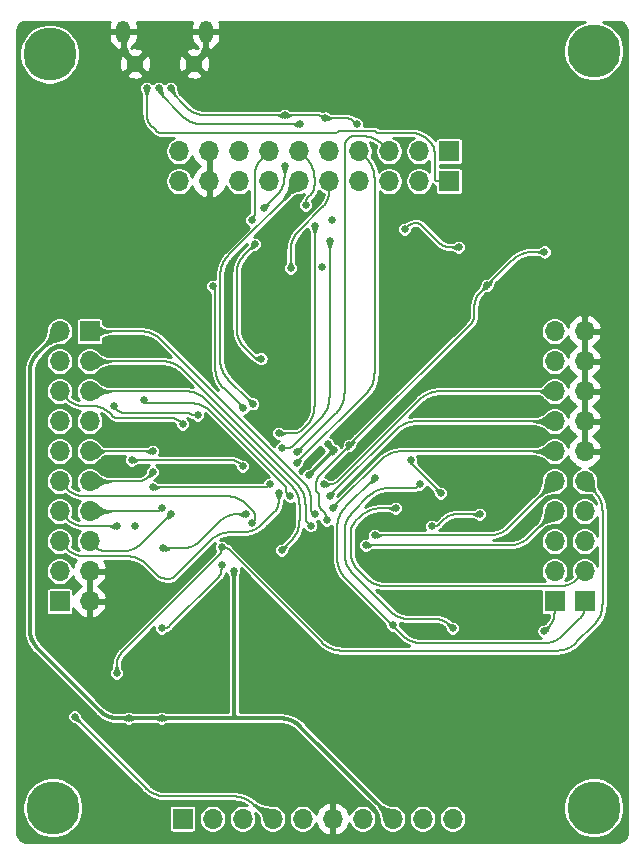
<source format=gbr>
G04 #@! TF.GenerationSoftware,KiCad,Pcbnew,(5.1.5)-3*
G04 #@! TF.CreationDate,2020-01-11T04:19:27+07:00*
G04 #@! TF.ProjectId,main,6d61696e-2e6b-4696-9361-645f70636258,1.3*
G04 #@! TF.SameCoordinates,Original*
G04 #@! TF.FileFunction,Copper,L2,Bot*
G04 #@! TF.FilePolarity,Positive*
%FSLAX46Y46*%
G04 Gerber Fmt 4.6, Leading zero omitted, Abs format (unit mm)*
G04 Created by KiCad (PCBNEW (5.1.5)-3) date 2020-01-11 04:19:27*
%MOMM*%
%LPD*%
G04 APERTURE LIST*
%ADD10C,4.500000*%
%ADD11C,1.450000*%
%ADD12O,1.200000X1.900000*%
%ADD13R,1.700000X1.700000*%
%ADD14O,1.700000X1.700000*%
%ADD15C,0.640000*%
%ADD16C,0.254000*%
%ADD17C,0.203200*%
%ADD18C,0.355600*%
%ADD19C,0.200000*%
%ADD20C,0.025400*%
G04 APERTURE END LIST*
D10*
X148107400Y-125425200D03*
X102306801Y-125425200D03*
X148107400Y-61345399D03*
X102031800Y-61620400D03*
D11*
X114260000Y-62422500D03*
X109260000Y-62422500D03*
D12*
X115260000Y-59722500D03*
X108260000Y-59722500D03*
D13*
X113284000Y-126365000D03*
D14*
X115824000Y-126365000D03*
X118364000Y-126365000D03*
X120904000Y-126365000D03*
X123444000Y-126365000D03*
X125984000Y-126365000D03*
X128524000Y-126365000D03*
X131064000Y-126365000D03*
X133604000Y-126365000D03*
X136144000Y-126365000D03*
X105410000Y-107950000D03*
X105410000Y-105410000D03*
X105410000Y-102870000D03*
X105410000Y-100330000D03*
X105410000Y-97790000D03*
X105410000Y-95250000D03*
X105410000Y-92710000D03*
X105410000Y-90170000D03*
X105410000Y-87630000D03*
D13*
X105410000Y-85090000D03*
X144780000Y-107950000D03*
D14*
X144780000Y-105410000D03*
X144780000Y-102870000D03*
X144780000Y-100330000D03*
X144780000Y-97790000D03*
X144780000Y-95250000D03*
X144780000Y-92710000D03*
X144780000Y-90170000D03*
X144780000Y-87630000D03*
X144780000Y-85090000D03*
D13*
X102870000Y-107950000D03*
D14*
X102870000Y-105410000D03*
X102870000Y-102870000D03*
X102870000Y-100330000D03*
X102870000Y-97790000D03*
X102870000Y-95250000D03*
X102870000Y-92710000D03*
X102870000Y-90170000D03*
X102870000Y-87630000D03*
X102870000Y-85090000D03*
D13*
X135854000Y-69850000D03*
D14*
X133314000Y-69850000D03*
X130774000Y-69850000D03*
X128234000Y-69850000D03*
X125694000Y-69850000D03*
X123154000Y-69850000D03*
X120614000Y-69850000D03*
X118074000Y-69850000D03*
X115534000Y-69850000D03*
X112994000Y-69850000D03*
D13*
X135854000Y-72390000D03*
D14*
X133314000Y-72390000D03*
X130774000Y-72390000D03*
X128234000Y-72390000D03*
X125694000Y-72390000D03*
X123154000Y-72390000D03*
X120614000Y-72390000D03*
X118074000Y-72390000D03*
X115534000Y-72390000D03*
X112994000Y-72390000D03*
D13*
X147320000Y-107950000D03*
D14*
X147320000Y-105410000D03*
X147320000Y-102870000D03*
X147320000Y-100330000D03*
X147320000Y-97790000D03*
X147320000Y-95250000D03*
X147320000Y-92710000D03*
X147320000Y-90170000D03*
X147320000Y-87630000D03*
X147320000Y-85090000D03*
D15*
X125910000Y-75690000D03*
X125100000Y-79620000D03*
X109220000Y-101600000D03*
X132880000Y-90280000D03*
X123952000Y-96266000D03*
X139700000Y-100330000D03*
X140970000Y-100330000D03*
X117094000Y-86106000D03*
X132588000Y-87122000D03*
X127370810Y-93710000D03*
X122682000Y-92964000D03*
X106680000Y-63500000D03*
X106680000Y-60960000D03*
X146050000Y-81280000D03*
X119380000Y-82550000D03*
X121920000Y-82550000D03*
X121920000Y-85090000D03*
X123190000Y-83820000D03*
X120650000Y-83820000D03*
X119380000Y-80010000D03*
X120650000Y-78740000D03*
X114300000Y-81280000D03*
X113030000Y-82550000D03*
X111760000Y-83820000D03*
X113030000Y-83820000D03*
X114300000Y-82550000D03*
X113030000Y-93980000D03*
X113030000Y-95250000D03*
X115570000Y-95250000D03*
X115570000Y-93980000D03*
X107950000Y-82550000D03*
X109220000Y-81280000D03*
X110490000Y-80010000D03*
X111760000Y-78740000D03*
X113030000Y-77470000D03*
X114300000Y-76200000D03*
X115540000Y-73914000D03*
X123190000Y-81280000D03*
X123190000Y-86360000D03*
X132080000Y-83820000D03*
X134620000Y-78740000D03*
X134620000Y-81280000D03*
X134620000Y-80010000D03*
X143510000Y-93980000D03*
X134620000Y-105410000D03*
X137160000Y-105410000D03*
X139700000Y-105410000D03*
X142240000Y-105410000D03*
X137160000Y-109220000D03*
X139700000Y-109220000D03*
X142240000Y-109220000D03*
X131318000Y-114046000D03*
X131064000Y-120650000D03*
X121920000Y-123190000D03*
X119380000Y-123190000D03*
X116840000Y-123190000D03*
X130810000Y-123190000D03*
X134620000Y-119126000D03*
X139700000Y-119380000D03*
X134620000Y-120650000D03*
X134620000Y-123190000D03*
X142748000Y-119380000D03*
X145796000Y-119380000D03*
X139700000Y-122936000D03*
X142240000Y-121920000D03*
X137160000Y-121920000D03*
X137668000Y-124460000D03*
X139700000Y-124460000D03*
X139954000Y-127000000D03*
X142240000Y-127000000D03*
X142240000Y-124460000D03*
X146050000Y-121920000D03*
X147320000Y-119380000D03*
X149860000Y-119380000D03*
X147320000Y-121920000D03*
X149860000Y-121920000D03*
X101600000Y-116840000D03*
X101600000Y-114300000D03*
X105410000Y-114300000D03*
X105410000Y-113030000D03*
X109220000Y-105918000D03*
X108966000Y-108712000D03*
X107950000Y-110490000D03*
X115570000Y-109220000D03*
X115570000Y-111760000D03*
X114300000Y-110490000D03*
X119380000Y-107950000D03*
X119380000Y-110490000D03*
X119380000Y-113030000D03*
X119380000Y-115570000D03*
X121920000Y-110490000D03*
X121920000Y-113030000D03*
X120904000Y-113284000D03*
X125730000Y-106680000D03*
X125730000Y-109220000D03*
X128270000Y-110490000D03*
X123190000Y-106680000D03*
X123190000Y-105410000D03*
X120650000Y-110490000D03*
X119126000Y-109474000D03*
X125730000Y-105410000D03*
X127000000Y-107950000D03*
X128270000Y-109220000D03*
X127000000Y-110490000D03*
X127000000Y-109220000D03*
X129540000Y-114300000D03*
X138430000Y-110490000D03*
X138430000Y-109220000D03*
X124460000Y-123190000D03*
X144780000Y-127000000D03*
X129540000Y-110490000D03*
X120650000Y-111760000D03*
X120396000Y-114808000D03*
X120650000Y-121920000D03*
X118110000Y-121920000D03*
X102870000Y-115570000D03*
X102870000Y-111760000D03*
X105410000Y-111760000D03*
X108966000Y-109728000D03*
X108712000Y-106680000D03*
X111760000Y-111760000D03*
X114300000Y-111760000D03*
X115570000Y-110490000D03*
X116840000Y-109220000D03*
X116840000Y-110490000D03*
X116840000Y-111760000D03*
X114300000Y-109220000D03*
X115570000Y-113030000D03*
X120650000Y-109220000D03*
X123190000Y-111760000D03*
X123190000Y-112776000D03*
X115570000Y-119380000D03*
X130810000Y-113030000D03*
X132080000Y-113030000D03*
X132080000Y-122174000D03*
X129540000Y-122174000D03*
X116840000Y-107950000D03*
X115570000Y-107950000D03*
X107950000Y-78740000D03*
X106680000Y-80010000D03*
X105410000Y-81280000D03*
X109220000Y-77470000D03*
X110490000Y-76200000D03*
X111760000Y-74930000D03*
X120693842Y-103028883D03*
X133312784Y-100621216D03*
X132410000Y-99690000D03*
X113060000Y-89390000D03*
X115240000Y-88690000D03*
X149860000Y-101600000D03*
X149860000Y-99060000D03*
X149860000Y-96520000D03*
X149860000Y-93980000D03*
X149860000Y-91440000D03*
X149860000Y-88900000D03*
X149860000Y-86360000D03*
X149860000Y-83820000D03*
X146304000Y-91440000D03*
X146304000Y-93980000D03*
X146304000Y-96520000D03*
X115660000Y-103750000D03*
X141770000Y-113240000D03*
X126492000Y-96647000D03*
X124968000Y-95250000D03*
X123698000Y-91567000D03*
X126492000Y-94107000D03*
X113030000Y-97028000D03*
X115570000Y-97028000D03*
X123190000Y-108077000D03*
X105410000Y-117729000D03*
X102616000Y-118110000D03*
X106299000Y-125349000D03*
X106426000Y-127000000D03*
X129540000Y-118872000D03*
X125984000Y-116840000D03*
X120650000Y-119380000D03*
X125730000Y-119126000D03*
X140100000Y-88400000D03*
X140100000Y-86900000D03*
X143510000Y-80010000D03*
X146050000Y-80010000D03*
X148590000Y-80010000D03*
X146050000Y-82550000D03*
X148590000Y-82550000D03*
X143510000Y-82550000D03*
X143510000Y-81280000D03*
X148590000Y-81280000D03*
X143510000Y-76200000D03*
X143510000Y-74930000D03*
X143510000Y-73660000D03*
X143510000Y-72390000D03*
X147320000Y-69850000D03*
X147320000Y-72390000D03*
X149860000Y-71120000D03*
X149860000Y-68580000D03*
X149860000Y-66040000D03*
X147320000Y-64770000D03*
X144780000Y-64770000D03*
X149860000Y-64770000D03*
X144780000Y-67310000D03*
X139700000Y-74930000D03*
X139700000Y-77470000D03*
X149860000Y-73660000D03*
X149860000Y-76200000D03*
X105410000Y-62230000D03*
X116840000Y-59690000D03*
X116840000Y-60960000D03*
X116840000Y-62230000D03*
X136230000Y-84710000D03*
X135450000Y-83960000D03*
X132080000Y-76454000D03*
X136652000Y-77978000D03*
X134366000Y-101600000D03*
X126084137Y-95149863D03*
X123952000Y-97282000D03*
X125576137Y-94641863D03*
X108712000Y-117856000D03*
X111506000Y-117856000D03*
X117602000Y-105410000D03*
X138430000Y-100584000D03*
X131318000Y-100076000D03*
X110236000Y-64516000D03*
X127420000Y-94742000D03*
X125476000Y-101092000D03*
X139066000Y-81200000D03*
X143930000Y-78370000D03*
X143891000Y-110490000D03*
X110744000Y-97027982D03*
X104140000Y-117710000D03*
X110744000Y-95250000D03*
X111506000Y-100076000D03*
X112268000Y-100584000D03*
X121666000Y-103632000D03*
X124134419Y-101549966D03*
X124460000Y-100584070D03*
X125222000Y-98044000D03*
X125729986Y-99060000D03*
X125984000Y-100076000D03*
X129540000Y-102362000D03*
X128791329Y-103205107D03*
X113284000Y-92964000D03*
X107442000Y-91440000D03*
X114554000Y-92202000D03*
X118618000Y-100584000D03*
X111610000Y-103480000D03*
X119126000Y-101346000D03*
X107696000Y-101600000D03*
X111506000Y-110236000D03*
X116586000Y-104902000D03*
X121411994Y-98806000D03*
X109982000Y-90932000D03*
X122404927Y-99066240D03*
X119921375Y-87409375D03*
X119126000Y-75692000D03*
X119380000Y-77724000D03*
X122936000Y-96266000D03*
X123009119Y-95298497D03*
X121666000Y-94996000D03*
X125730000Y-77470000D03*
X121412000Y-93726000D03*
X124460000Y-76200000D03*
X110744000Y-98298000D03*
X120650000Y-98044000D03*
X118364000Y-96519990D03*
X108966235Y-96011998D03*
X119226326Y-91233698D03*
X118441861Y-91577190D03*
X115824000Y-81280000D03*
X122428000Y-79755996D03*
X116586000Y-103378000D03*
X107696000Y-114046000D03*
X129540000Y-97536000D03*
X131064000Y-109982000D03*
X133350000Y-98044000D03*
X136144000Y-110236000D03*
X111252000Y-64516000D03*
X123190000Y-67564000D03*
X123698000Y-74422000D03*
X112268000Y-64516000D03*
X125375666Y-67034718D03*
X120142000Y-74676000D03*
X121920000Y-66802000D03*
X121919991Y-71119991D03*
X128016000Y-67548779D03*
X135128000Y-98806000D03*
X132588032Y-96012000D03*
D16*
X127690809Y-93390001D02*
X127370810Y-93710000D01*
X132588000Y-87807405D02*
X132588000Y-87122000D01*
X132588000Y-87807405D02*
X132587501Y-87848013D01*
X132587501Y-87848013D02*
X132586006Y-87888597D01*
X132586006Y-87888597D02*
X132583516Y-87929133D01*
X132583516Y-87929133D02*
X132580031Y-87969595D01*
X132580031Y-87969595D02*
X132575555Y-88009959D01*
X132575555Y-88009959D02*
X132570089Y-88050201D01*
X132570089Y-88050201D02*
X132563638Y-88090297D01*
X132563638Y-88090297D02*
X132556204Y-88130223D01*
X132556204Y-88130223D02*
X132547793Y-88169954D01*
X132547793Y-88169954D02*
X132538409Y-88209467D01*
X132538409Y-88209467D02*
X132528059Y-88248738D01*
X132528059Y-88248738D02*
X132516748Y-88287742D01*
X132516748Y-88287742D02*
X132504483Y-88326458D01*
X132504483Y-88326458D02*
X132491271Y-88364861D01*
X132491271Y-88364861D02*
X132477121Y-88402928D01*
X132477121Y-88402928D02*
X132462041Y-88440636D01*
X132462041Y-88440636D02*
X132446041Y-88477963D01*
X132446041Y-88477963D02*
X132429129Y-88514886D01*
X132429129Y-88514886D02*
X132411316Y-88551382D01*
X132411316Y-88551382D02*
X132392612Y-88587431D01*
X132392612Y-88587431D02*
X132373030Y-88623010D01*
X132373030Y-88623010D02*
X132352580Y-88658097D01*
X132352580Y-88658097D02*
X132331276Y-88692672D01*
X132331276Y-88692672D02*
X132309129Y-88726714D01*
X132309129Y-88726714D02*
X132286154Y-88760202D01*
X132286154Y-88760202D02*
X132262364Y-88793116D01*
X132262364Y-88793116D02*
X132237773Y-88825436D01*
X132237773Y-88825436D02*
X132212396Y-88857143D01*
X132212396Y-88857143D02*
X132186249Y-88888218D01*
X132186249Y-88888218D02*
X132159347Y-88918642D01*
X132159347Y-88918642D02*
X132131707Y-88948396D01*
X132131707Y-88948396D02*
X132103345Y-88977464D01*
X132103345Y-88977464D02*
X127690809Y-93390001D01*
X122682000Y-92328999D02*
X122682000Y-92964000D01*
X122682000Y-92328999D02*
X122681537Y-92291376D01*
X122681537Y-92291376D02*
X122680152Y-92253777D01*
X122680152Y-92253777D02*
X122677845Y-92216222D01*
X122677845Y-92216222D02*
X122674617Y-92178736D01*
X122674617Y-92178736D02*
X122670469Y-92141340D01*
X122670469Y-92141340D02*
X122665406Y-92104057D01*
X122665406Y-92104057D02*
X122659429Y-92066910D01*
X122659429Y-92066910D02*
X122652542Y-92029920D01*
X122652542Y-92029920D02*
X122644749Y-91993111D01*
X122644749Y-91993111D02*
X122636056Y-91956504D01*
X122636056Y-91956504D02*
X122626466Y-91920121D01*
X122626466Y-91920121D02*
X122615987Y-91883985D01*
X122615987Y-91883985D02*
X122604624Y-91848117D01*
X122604624Y-91848117D02*
X122592384Y-91812538D01*
X122592384Y-91812538D02*
X122579275Y-91777271D01*
X122579275Y-91777271D02*
X122565304Y-91742336D01*
X122565304Y-91742336D02*
X122550480Y-91707754D01*
X122550480Y-91707754D02*
X122534812Y-91673546D01*
X122534812Y-91673546D02*
X122518309Y-91639733D01*
X122518309Y-91639733D02*
X122500981Y-91606336D01*
X122500981Y-91606336D02*
X122482839Y-91573374D01*
X122482839Y-91573374D02*
X122463893Y-91540867D01*
X122463893Y-91540867D02*
X122444155Y-91508834D01*
X122444155Y-91508834D02*
X122423637Y-91477296D01*
X122423637Y-91477296D02*
X122402352Y-91446271D01*
X122402352Y-91446271D02*
X122380311Y-91415777D01*
X122380311Y-91415777D02*
X122357529Y-91385834D01*
X122357529Y-91385834D02*
X122334018Y-91356458D01*
X122334018Y-91356458D02*
X122309794Y-91327669D01*
X122309794Y-91327669D02*
X122284871Y-91299482D01*
X122284871Y-91299482D02*
X122259263Y-91271916D01*
X122259263Y-91271916D02*
X122232987Y-91244987D01*
X122232987Y-91244987D02*
X117094000Y-86106000D01*
D17*
X132080367Y-76454000D02*
X132080000Y-76454000D01*
X132349233Y-76185134D02*
X132080367Y-76454000D01*
X132364827Y-76170648D02*
X132349233Y-76185134D01*
X133408725Y-76021433D02*
X133398566Y-76015173D01*
X133418728Y-76027940D02*
X133408725Y-76021433D01*
X135500538Y-77888385D02*
X135465270Y-77875276D01*
X133447736Y-76048907D02*
X133438239Y-76041682D01*
X133457052Y-76056364D02*
X133447736Y-76048907D01*
X133466183Y-76064047D02*
X133457052Y-76056364D01*
X133475123Y-76071951D02*
X133466183Y-76064047D01*
X133483865Y-76080073D02*
X133475123Y-76071951D01*
X132538410Y-76048398D02*
X132519763Y-76058661D01*
X133492407Y-76088407D02*
X133483865Y-76080073D01*
X134959916Y-77555263D02*
X134932987Y-77528987D01*
X135015668Y-77605795D02*
X134987482Y-77580871D01*
X135073833Y-77653529D02*
X135044458Y-77630019D01*
X135103777Y-77676312D02*
X135073833Y-77653529D01*
X135228866Y-77759894D02*
X135196834Y-77740156D01*
X136652000Y-77978000D02*
X136016999Y-77978000D01*
X135327733Y-77814310D02*
X135294336Y-77796982D01*
X135165295Y-77719638D02*
X135134270Y-77698352D01*
X132413674Y-76129547D02*
X132397057Y-76142846D01*
X135754910Y-77955430D02*
X135717920Y-77948543D01*
X134987482Y-77580871D02*
X134959916Y-77555263D01*
X135829340Y-77966470D02*
X135792057Y-77961407D01*
X132595780Y-76020397D02*
X132576429Y-76029260D01*
X135717920Y-77948543D02*
X135681111Y-77940750D01*
X132841054Y-75952521D02*
X132819963Y-75955385D01*
X135134270Y-77698352D02*
X135103777Y-77676312D01*
X132447863Y-76104191D02*
X132430613Y-76116659D01*
X135866736Y-77970618D02*
X135829340Y-77966470D01*
X132576429Y-76029260D02*
X132557302Y-76038596D01*
X133428568Y-76034691D02*
X133418728Y-76027940D01*
X135941777Y-77976153D02*
X135904222Y-77973846D01*
X135044458Y-77630019D02*
X135015668Y-77605795D01*
X134932987Y-77528987D02*
X133492407Y-76088407D01*
X135681111Y-77940750D02*
X135644504Y-77932057D01*
X136016999Y-77978000D02*
X135979376Y-77977538D01*
X135395753Y-77846481D02*
X135361546Y-77830813D01*
X133438239Y-76041682D02*
X133428568Y-76034691D01*
X135979376Y-77977538D02*
X135941777Y-77976153D01*
X132615343Y-76012011D02*
X132595780Y-76020397D01*
X135792057Y-77961407D02*
X135754910Y-77955430D01*
X133148605Y-75946000D02*
X132947210Y-75946000D01*
X133398566Y-76015173D02*
X133388256Y-76009164D01*
X135904222Y-77973846D02*
X135866736Y-77970618D01*
X135644504Y-77932057D02*
X135608121Y-77922467D01*
X135196834Y-77740156D02*
X135165295Y-77719638D01*
X135608121Y-77922467D02*
X135571985Y-77911988D01*
X133377802Y-76003410D02*
X133367210Y-75997915D01*
X135571985Y-77911988D02*
X135536117Y-77900625D01*
X135536117Y-77900625D02*
X135500538Y-77888385D01*
X132635105Y-76004108D02*
X132615343Y-76012011D01*
X135361546Y-77830813D02*
X135327733Y-77814310D01*
X135465270Y-77875276D02*
X135430335Y-77861305D01*
X132519763Y-76058661D02*
X132501374Y-76069378D01*
X135430335Y-77861305D02*
X135395753Y-77846481D01*
X135294336Y-77796982D02*
X135261373Y-77778840D01*
X133388256Y-76009164D02*
X133377802Y-76003410D01*
X135261373Y-77778840D02*
X135228866Y-77759894D01*
X133367210Y-75997915D02*
X133356486Y-75992681D01*
X133356486Y-75992681D02*
X133345636Y-75987711D01*
X133345636Y-75987711D02*
X133334669Y-75983010D01*
X133334669Y-75983010D02*
X133323589Y-75978579D01*
X133323589Y-75978579D02*
X133312403Y-75974421D01*
X133312403Y-75974421D02*
X133301119Y-75970539D01*
X133301119Y-75970539D02*
X133289744Y-75966935D01*
X133289744Y-75966935D02*
X133278283Y-75963612D01*
X132501374Y-76069378D02*
X132483254Y-76080543D01*
X133278283Y-75963612D02*
X133266744Y-75960571D01*
X132483254Y-76080543D02*
X132465413Y-76092150D01*
X133266744Y-75960571D02*
X133255133Y-75957813D01*
X133255133Y-75957813D02*
X133243459Y-75955342D01*
X133243459Y-75955342D02*
X133231728Y-75953158D01*
X132430613Y-76116659D02*
X132413674Y-76129547D01*
X133231728Y-75953158D02*
X133219946Y-75951262D01*
X133219946Y-75951262D02*
X133208122Y-75949656D01*
X133208122Y-75949656D02*
X133196261Y-75948341D01*
X133196261Y-75948341D02*
X133184372Y-75947317D01*
X133184372Y-75947317D02*
X133172462Y-75946585D01*
X133172462Y-75946585D02*
X133160537Y-75946146D01*
X133160537Y-75946146D02*
X133148605Y-75946000D01*
X132947210Y-75946000D02*
X132925927Y-75946260D01*
X132925927Y-75946260D02*
X132904658Y-75947043D01*
X132904658Y-75947043D02*
X132883414Y-75948349D01*
X132883414Y-75948349D02*
X132862208Y-75950175D01*
X132862208Y-75950175D02*
X132841054Y-75952521D01*
X132819963Y-75955385D02*
X132798950Y-75958766D01*
X132798950Y-75958766D02*
X132778025Y-75962662D01*
X132778025Y-75962662D02*
X132757203Y-75967070D01*
X132757203Y-75967070D02*
X132736495Y-75971988D01*
X132736495Y-75971988D02*
X132715914Y-75977413D01*
X132715914Y-75977413D02*
X132695472Y-75983341D01*
X132695472Y-75983341D02*
X132675182Y-75989768D01*
X132675182Y-75989768D02*
X132655055Y-75996692D01*
X132655055Y-75996692D02*
X132635105Y-76004108D01*
X132557302Y-76038596D02*
X132538410Y-76048398D01*
X132465413Y-76092150D02*
X132447863Y-76104191D01*
X132397057Y-76142846D02*
X132380771Y-76156549D01*
X132380771Y-76156549D02*
X132364827Y-76170648D01*
D18*
X123952000Y-97282000D02*
X126084137Y-95149863D01*
X126084137Y-95149863D02*
X125576137Y-94641863D01*
X108712000Y-117856000D02*
X108712000Y-117856000D01*
X108712000Y-117856000D02*
X111506000Y-117856000D01*
X111506000Y-117856000D02*
X111506000Y-117856000D01*
X117602000Y-117602000D02*
X117856000Y-117856000D01*
X117602000Y-105410000D02*
X117602000Y-117602000D01*
X111506000Y-117856000D02*
X117856000Y-117856000D01*
D17*
X138430000Y-100584000D02*
X138430000Y-100584000D01*
D18*
X101037106Y-86922893D02*
X102870000Y-85090000D01*
X101037106Y-86922893D02*
X100995725Y-86965301D01*
X100995725Y-86965301D02*
X100955398Y-87008712D01*
X100955398Y-87008712D02*
X100916148Y-87053100D01*
X100916148Y-87053100D02*
X100878000Y-87098438D01*
X100878000Y-87098438D02*
X100840976Y-87144699D01*
X100840976Y-87144699D02*
X100805098Y-87191854D01*
X100805098Y-87191854D02*
X100770388Y-87239875D01*
X100770388Y-87239875D02*
X100736867Y-87288734D01*
X100736867Y-87288734D02*
X100704555Y-87338401D01*
X100704555Y-87338401D02*
X100673472Y-87388845D01*
X100673472Y-87388845D02*
X100643636Y-87440038D01*
X100643636Y-87440038D02*
X100615066Y-87491947D01*
X100615066Y-87491947D02*
X100587778Y-87544542D01*
X100587778Y-87544542D02*
X100561789Y-87597790D01*
X100561789Y-87597790D02*
X100537115Y-87651660D01*
X100537115Y-87651660D02*
X100513770Y-87706120D01*
X100513770Y-87706120D02*
X100491769Y-87761136D01*
X100491769Y-87761136D02*
X100471124Y-87816675D01*
X100471124Y-87816675D02*
X100451849Y-87872705D01*
X100451849Y-87872705D02*
X100433954Y-87929190D01*
X100433954Y-87929190D02*
X100417451Y-87986098D01*
X100417451Y-87986098D02*
X100402350Y-88043393D01*
X100402350Y-88043393D02*
X100388659Y-88101042D01*
X100388659Y-88101042D02*
X100376387Y-88159010D01*
X100376387Y-88159010D02*
X100365542Y-88217261D01*
X100365542Y-88217261D02*
X100356129Y-88275761D01*
X100356129Y-88275761D02*
X100348155Y-88334474D01*
X100348155Y-88334474D02*
X100341624Y-88393365D01*
X100341624Y-88393365D02*
X100336540Y-88452399D01*
X100336540Y-88452399D02*
X100332907Y-88511540D01*
X100332907Y-88511540D02*
X100330726Y-88570752D01*
X100330726Y-88570752D02*
X100330000Y-88630000D01*
X101037106Y-111959106D02*
X100995725Y-111916697D01*
X100995725Y-111916697D02*
X100955398Y-111873285D01*
X100955398Y-111873285D02*
X100916148Y-111828898D01*
X100916148Y-111828898D02*
X100878000Y-111783560D01*
X100878000Y-111783560D02*
X100840976Y-111737299D01*
X100840976Y-111737299D02*
X100805098Y-111690144D01*
X100805098Y-111690144D02*
X100770388Y-111642123D01*
X100770388Y-111642123D02*
X100736867Y-111593264D01*
X100736867Y-111593264D02*
X100704555Y-111543597D01*
X100704555Y-111543597D02*
X100673472Y-111493153D01*
X100673472Y-111493153D02*
X100643637Y-111441960D01*
X100643637Y-111441960D02*
X100615066Y-111390051D01*
X100615066Y-111390051D02*
X100587778Y-111337457D01*
X100587778Y-111337457D02*
X100561789Y-111284208D01*
X100561789Y-111284208D02*
X100537115Y-111230338D01*
X100537115Y-111230338D02*
X100513770Y-111175879D01*
X100513770Y-111175879D02*
X100491769Y-111120863D01*
X100491769Y-111120863D02*
X100471124Y-111065323D01*
X100471124Y-111065323D02*
X100451849Y-111009294D01*
X100451849Y-111009294D02*
X100433954Y-110952808D01*
X100433954Y-110952808D02*
X100417451Y-110895901D01*
X100417451Y-110895901D02*
X100402350Y-110838605D01*
X100402350Y-110838605D02*
X100388659Y-110780956D01*
X100388659Y-110780956D02*
X100376387Y-110722989D01*
X100376387Y-110722989D02*
X100365542Y-110664738D01*
X100365542Y-110664738D02*
X100356129Y-110606238D01*
X100356129Y-110606238D02*
X100348155Y-110547525D01*
X100348155Y-110547525D02*
X100341624Y-110488634D01*
X100341624Y-110488634D02*
X100336540Y-110429600D01*
X100336540Y-110429600D02*
X100332907Y-110370459D01*
X100332907Y-110370459D02*
X100330726Y-110311247D01*
X100330726Y-110311247D02*
X100330000Y-110252000D01*
X100330000Y-110252000D02*
X100330000Y-88630000D01*
X123262106Y-118563106D02*
X131064000Y-126365000D01*
X123262106Y-118563106D02*
X123219697Y-118521725D01*
X123219697Y-118521725D02*
X123176285Y-118481398D01*
X123176285Y-118481398D02*
X123131898Y-118442148D01*
X123131898Y-118442148D02*
X123086560Y-118404000D01*
X123086560Y-118404000D02*
X123040299Y-118366976D01*
X123040299Y-118366976D02*
X122993144Y-118331098D01*
X122993144Y-118331098D02*
X122945123Y-118296388D01*
X122945123Y-118296388D02*
X122896264Y-118262867D01*
X122896264Y-118262867D02*
X122846597Y-118230555D01*
X122846597Y-118230555D02*
X122796153Y-118199472D01*
X122796153Y-118199472D02*
X122744960Y-118169637D01*
X122744960Y-118169637D02*
X122693051Y-118141066D01*
X122693051Y-118141066D02*
X122640457Y-118113778D01*
X122640457Y-118113778D02*
X122587208Y-118087789D01*
X122587208Y-118087789D02*
X122533338Y-118063115D01*
X122533338Y-118063115D02*
X122478879Y-118039770D01*
X122478879Y-118039770D02*
X122423863Y-118017769D01*
X122423863Y-118017769D02*
X122368323Y-117997124D01*
X122368323Y-117997124D02*
X122312294Y-117977849D01*
X122312294Y-117977849D02*
X122255808Y-117959954D01*
X122255808Y-117959954D02*
X122198901Y-117943451D01*
X122198901Y-117943451D02*
X122141605Y-117928350D01*
X122141605Y-117928350D02*
X122083956Y-117914659D01*
X122083956Y-117914659D02*
X122025989Y-117902387D01*
X122025989Y-117902387D02*
X121967738Y-117891542D01*
X121967738Y-117891542D02*
X121909238Y-117882129D01*
X121909238Y-117882129D02*
X121850525Y-117874155D01*
X121850525Y-117874155D02*
X121791634Y-117867624D01*
X121791634Y-117867624D02*
X121732600Y-117862540D01*
X121732600Y-117862540D02*
X121673459Y-117858907D01*
X121673459Y-117858907D02*
X121614247Y-117856726D01*
X121614247Y-117856726D02*
X121555000Y-117856000D01*
X121555000Y-117856000D02*
X117856000Y-117856000D01*
X107822999Y-117856000D02*
X108712000Y-117856000D01*
X107822999Y-117856000D02*
X107770327Y-117855353D01*
X107770327Y-117855353D02*
X107717688Y-117853414D01*
X107717688Y-117853414D02*
X107665112Y-117850184D01*
X107665112Y-117850184D02*
X107612631Y-117845665D01*
X107612631Y-117845665D02*
X107560276Y-117839859D01*
X107560276Y-117839859D02*
X107508080Y-117832770D01*
X107508080Y-117832770D02*
X107456074Y-117824402D01*
X107456074Y-117824402D02*
X107404289Y-117814760D01*
X107404289Y-117814760D02*
X107352756Y-117803851D01*
X107352756Y-117803851D02*
X107301506Y-117791680D01*
X107301506Y-117791680D02*
X107250570Y-117778254D01*
X107250570Y-117778254D02*
X107199979Y-117763583D01*
X107199979Y-117763583D02*
X107149764Y-117747675D01*
X107149764Y-117747675D02*
X107099954Y-117730539D01*
X107099954Y-117730539D02*
X107050579Y-117712186D01*
X107050579Y-117712186D02*
X107001670Y-117692627D01*
X107001670Y-117692627D02*
X106953255Y-117671873D01*
X106953255Y-117671873D02*
X106905365Y-117649938D01*
X106905365Y-117649938D02*
X106858027Y-117626834D01*
X106858027Y-117626834D02*
X106811270Y-117602575D01*
X106811270Y-117602575D02*
X106765123Y-117577176D01*
X106765123Y-117577176D02*
X106719613Y-117550652D01*
X106719613Y-117550652D02*
X106674768Y-117523019D01*
X106674768Y-117523019D02*
X106630614Y-117494294D01*
X106630614Y-117494294D02*
X106587179Y-117464494D01*
X106587179Y-117464494D02*
X106544488Y-117433637D01*
X106544488Y-117433637D02*
X106502567Y-117401741D01*
X106502567Y-117401741D02*
X106461441Y-117368827D01*
X106461441Y-117368827D02*
X106421136Y-117334913D01*
X106421136Y-117334913D02*
X106381675Y-117300020D01*
X106381675Y-117300020D02*
X106343082Y-117264169D01*
X106343082Y-117264169D02*
X106305382Y-117227382D01*
X106305382Y-117227382D02*
X101037106Y-111959106D01*
D17*
X134592274Y-101600000D02*
X134366000Y-101600000D01*
X134592274Y-101600000D02*
X134605680Y-101599835D01*
X134605680Y-101599835D02*
X134619078Y-101599341D01*
X134619078Y-101599341D02*
X134632460Y-101598519D01*
X134632460Y-101598519D02*
X134645818Y-101597369D01*
X134645818Y-101597369D02*
X134659143Y-101595891D01*
X134659143Y-101595891D02*
X134672428Y-101594086D01*
X134672428Y-101594086D02*
X134685665Y-101591957D01*
X134685665Y-101591957D02*
X134698846Y-101589503D01*
X134698846Y-101589503D02*
X134711962Y-101586726D01*
X134711962Y-101586726D02*
X134725007Y-101583628D01*
X134725007Y-101583628D02*
X134737971Y-101580211D01*
X134737971Y-101580211D02*
X134750848Y-101576477D01*
X134750848Y-101576477D02*
X134763629Y-101572428D01*
X134763629Y-101572428D02*
X134776307Y-101568066D01*
X134776307Y-101568066D02*
X134788874Y-101563395D01*
X134788874Y-101563395D02*
X134801323Y-101558416D01*
X134801323Y-101558416D02*
X134813646Y-101553134D01*
X134813646Y-101553134D02*
X134825835Y-101547551D01*
X134825835Y-101547551D02*
X134837884Y-101541670D01*
X134837884Y-101541670D02*
X134849784Y-101535496D01*
X134849784Y-101535496D02*
X134861530Y-101529031D01*
X134861530Y-101529031D02*
X134873114Y-101522280D01*
X134873114Y-101522280D02*
X134884528Y-101515247D01*
X134884528Y-101515247D02*
X134895766Y-101507935D01*
X134895766Y-101507935D02*
X134906821Y-101500350D01*
X134906821Y-101500350D02*
X134917687Y-101492496D01*
X134917687Y-101492496D02*
X134928357Y-101484378D01*
X134928357Y-101484378D02*
X134938825Y-101476001D01*
X134938825Y-101476001D02*
X134949084Y-101467369D01*
X134949084Y-101467369D02*
X134959127Y-101458487D01*
X134959127Y-101458487D02*
X134968950Y-101449362D01*
X134968950Y-101449362D02*
X134978547Y-101440000D01*
X136439831Y-100584000D02*
X138430000Y-100584000D01*
X136439831Y-100584000D02*
X136403969Y-100584439D01*
X136403969Y-100584439D02*
X136368129Y-100585759D01*
X136368129Y-100585759D02*
X136332332Y-100587958D01*
X136332332Y-100587958D02*
X136296600Y-100591035D01*
X136296600Y-100591035D02*
X136260954Y-100594988D01*
X136260954Y-100594988D02*
X136225416Y-100599815D01*
X136225416Y-100599815D02*
X136190007Y-100605512D01*
X136190007Y-100605512D02*
X136154748Y-100612077D01*
X136154748Y-100612077D02*
X136119661Y-100619505D01*
X136119661Y-100619505D02*
X136084767Y-100627791D01*
X136084767Y-100627791D02*
X136050087Y-100636932D01*
X136050087Y-100636932D02*
X136015642Y-100646921D01*
X136015642Y-100646921D02*
X135981452Y-100657752D01*
X135981452Y-100657752D02*
X135947539Y-100669419D01*
X135947539Y-100669419D02*
X135913922Y-100681915D01*
X135913922Y-100681915D02*
X135880621Y-100695232D01*
X135880621Y-100695232D02*
X135847658Y-100709362D01*
X135847658Y-100709362D02*
X135815051Y-100724297D01*
X135815051Y-100724297D02*
X135782820Y-100740028D01*
X135782820Y-100740028D02*
X135750986Y-100756545D01*
X135750986Y-100756545D02*
X135719566Y-100773838D01*
X135719566Y-100773838D02*
X135688580Y-100791897D01*
X135688580Y-100791897D02*
X135658047Y-100810711D01*
X135658047Y-100810711D02*
X135627984Y-100830269D01*
X135627984Y-100830269D02*
X135598411Y-100850558D01*
X135598411Y-100850558D02*
X135569344Y-100871568D01*
X135569344Y-100871568D02*
X135540802Y-100893284D01*
X135540802Y-100893284D02*
X135512801Y-100915694D01*
X135512801Y-100915694D02*
X135485359Y-100938785D01*
X135485359Y-100938785D02*
X135458492Y-100962542D01*
X135458492Y-100962542D02*
X135432215Y-100986951D01*
X135432215Y-100986951D02*
X135406547Y-101011999D01*
X135406547Y-101011999D02*
X134978547Y-101440000D01*
X127508419Y-102143406D02*
X127508000Y-102177630D01*
X127509679Y-102109203D02*
X127508419Y-102143406D01*
X127534794Y-101905571D02*
X127528530Y-101939219D01*
X127549791Y-101838788D02*
X127541883Y-101872088D01*
X127558514Y-101805692D02*
X127549791Y-101838788D01*
X127568047Y-101772821D02*
X127558514Y-101805692D01*
X127578383Y-101740193D02*
X127568047Y-101772821D01*
X127627635Y-101612511D02*
X127614151Y-101643968D01*
X127641888Y-101581394D02*
X127627635Y-101612511D01*
X128842038Y-100389637D02*
X128790846Y-100419472D01*
X127706400Y-101460701D02*
X127689166Y-101490271D01*
X128999790Y-100307789D02*
X128946542Y-100333778D01*
X129619261Y-100111542D02*
X129561010Y-100122387D01*
X129108120Y-100259770D02*
X129053660Y-100283115D01*
X129736474Y-100094155D02*
X129677761Y-100102129D01*
X129053660Y-100283115D02*
X128999790Y-100307789D01*
X127518487Y-102006925D02*
X127514714Y-102040942D01*
X129795365Y-100087624D02*
X129736474Y-100094155D01*
X127601442Y-101675747D02*
X127589517Y-101707829D01*
X129274705Y-100197849D02*
X129218675Y-100217124D01*
X129331190Y-100179954D02*
X129274705Y-100197849D01*
X127528530Y-101939219D02*
X127523093Y-101973010D01*
X129388098Y-100163451D02*
X129331190Y-100179954D01*
X127724354Y-101431563D02*
X127706400Y-101460701D01*
X129445393Y-100148350D02*
X129388098Y-100163451D01*
X127541883Y-101872088D02*
X127534794Y-101905571D01*
X128641875Y-100516388D02*
X128593854Y-100551098D01*
X127523093Y-101973010D02*
X127518487Y-102006925D01*
X129854399Y-100082540D02*
X129795365Y-100087624D01*
X129972752Y-100076726D02*
X129913540Y-100078907D01*
X129163136Y-100237769D02*
X129108120Y-100259770D01*
X131318000Y-100076000D02*
X130032000Y-100076000D01*
X130032000Y-100076000D02*
X129972752Y-100076726D01*
X127656900Y-101550636D02*
X127641888Y-101581394D01*
X128893947Y-100361066D02*
X128842038Y-100389637D01*
X127589517Y-101707829D02*
X127578383Y-101740193D01*
X129218675Y-100217124D02*
X129163136Y-100237769D01*
X129677761Y-100102129D02*
X129619261Y-100111542D01*
X129913540Y-100078907D02*
X129854399Y-100082540D01*
X127514714Y-102040942D02*
X127511778Y-102075042D01*
X129561010Y-100122387D02*
X129503042Y-100134659D01*
X127614151Y-101643968D02*
X127601442Y-101675747D01*
X129503042Y-100134659D02*
X129445393Y-100148350D01*
X128740401Y-100450555D02*
X128690734Y-100482867D01*
X127762381Y-101374651D02*
X127743018Y-101402874D01*
X128690734Y-100482867D02*
X128641875Y-100516388D01*
X128593854Y-100551098D02*
X128546699Y-100586976D01*
X128546699Y-100586976D02*
X128500438Y-100624000D01*
X127511778Y-102075042D02*
X127509679Y-102109203D01*
X128500438Y-100624000D02*
X128455101Y-100662148D01*
X128455101Y-100662148D02*
X128410713Y-100701398D01*
X128410713Y-100701398D02*
X128367301Y-100741725D01*
X128790846Y-100419472D02*
X128740401Y-100450555D01*
X127689166Y-101490271D02*
X127672662Y-101520256D01*
X128367301Y-100741725D02*
X128324893Y-100783106D01*
X128324893Y-100783106D02*
X127916446Y-101191553D01*
X127916446Y-101191553D02*
X127892543Y-101216049D01*
X127892543Y-101216049D02*
X127869248Y-101241124D01*
X127869248Y-101241124D02*
X127846577Y-101266764D01*
X127846577Y-101266764D02*
X127824541Y-101292953D01*
X127824541Y-101292953D02*
X127803155Y-101319674D01*
X127803155Y-101319674D02*
X127782430Y-101346913D01*
X127672662Y-101520256D02*
X127656900Y-101550636D01*
X128946542Y-100333778D02*
X128893947Y-100361066D01*
X127782430Y-101346913D02*
X127762381Y-101374651D01*
X127743018Y-101402874D02*
X127724354Y-101431563D01*
X146684999Y-106045000D02*
X147320000Y-105410000D01*
X146684999Y-106045000D02*
X146646914Y-106082160D01*
X146646914Y-106082160D02*
X146607930Y-106118375D01*
X146607930Y-106118375D02*
X146568068Y-106153622D01*
X146568068Y-106153622D02*
X146527354Y-106187880D01*
X146527354Y-106187880D02*
X146485811Y-106221129D01*
X146485811Y-106221129D02*
X146443464Y-106253348D01*
X146443464Y-106253348D02*
X146400340Y-106284519D01*
X146400340Y-106284519D02*
X146356463Y-106314621D01*
X146356463Y-106314621D02*
X146311862Y-106343638D01*
X146311862Y-106343638D02*
X146266561Y-106371551D01*
X146266561Y-106371551D02*
X146220589Y-106398345D01*
X146220589Y-106398345D02*
X146173973Y-106424002D01*
X146173973Y-106424002D02*
X146126742Y-106448507D01*
X146126742Y-106448507D02*
X146078924Y-106471846D01*
X146078924Y-106471846D02*
X146030547Y-106494004D01*
X146030547Y-106494004D02*
X145981641Y-106514968D01*
X145981641Y-106514968D02*
X145932235Y-106534726D01*
X145932235Y-106534726D02*
X145882359Y-106553266D01*
X145882359Y-106553266D02*
X145832043Y-106570575D01*
X145832043Y-106570575D02*
X145781318Y-106586645D01*
X145781318Y-106586645D02*
X145730213Y-106601465D01*
X145730213Y-106601465D02*
X145678761Y-106615026D01*
X145678761Y-106615026D02*
X145626990Y-106627321D01*
X145626990Y-106627321D02*
X145574934Y-106638342D01*
X145574934Y-106638342D02*
X145522623Y-106648081D01*
X145522623Y-106648081D02*
X145470089Y-106656534D01*
X145470089Y-106656534D02*
X145417363Y-106663695D01*
X145417363Y-106663695D02*
X145364477Y-106669560D01*
X145364477Y-106669560D02*
X145311463Y-106674125D01*
X145311463Y-106674125D02*
X145258353Y-106677388D01*
X145258353Y-106677388D02*
X145205179Y-106679347D01*
X145205179Y-106679347D02*
X145151974Y-106680000D01*
X128832893Y-105972893D02*
X128875302Y-106014272D01*
X128875302Y-106014272D02*
X128918713Y-106054599D01*
X128918713Y-106054599D02*
X128963101Y-106093849D01*
X128963101Y-106093849D02*
X129008439Y-106131997D01*
X129008439Y-106131997D02*
X129054699Y-106169022D01*
X129054699Y-106169022D02*
X129101854Y-106204900D01*
X129101854Y-106204900D02*
X129149876Y-106239609D01*
X129149876Y-106239609D02*
X129198735Y-106273130D01*
X129198735Y-106273130D02*
X129248401Y-106305442D01*
X129248401Y-106305442D02*
X129298846Y-106336525D01*
X129298846Y-106336525D02*
X129350038Y-106366361D01*
X129350038Y-106366361D02*
X129401947Y-106394931D01*
X129401947Y-106394931D02*
X129454542Y-106422219D01*
X129454542Y-106422219D02*
X129507790Y-106448208D01*
X129507790Y-106448208D02*
X129561661Y-106472883D01*
X129561661Y-106472883D02*
X129616120Y-106496227D01*
X129616120Y-106496227D02*
X129671136Y-106518229D01*
X129671136Y-106518229D02*
X129726676Y-106538873D01*
X129726676Y-106538873D02*
X129782705Y-106558149D01*
X129782705Y-106558149D02*
X129839190Y-106576043D01*
X129839190Y-106576043D02*
X129896098Y-106592546D01*
X129896098Y-106592546D02*
X129953394Y-106607647D01*
X129953394Y-106607647D02*
X130011042Y-106621338D01*
X130011042Y-106621338D02*
X130069010Y-106633610D01*
X130069010Y-106633610D02*
X130127261Y-106644455D01*
X130127261Y-106644455D02*
X130185761Y-106653868D01*
X130185761Y-106653868D02*
X130244474Y-106661842D01*
X130244474Y-106661842D02*
X130303365Y-106668373D01*
X130303365Y-106668373D02*
X130362399Y-106673457D01*
X130362399Y-106673457D02*
X130421540Y-106677090D01*
X130421540Y-106677090D02*
X130480752Y-106679271D01*
X130480752Y-106679271D02*
X130540000Y-106680000D01*
X130540000Y-106680000D02*
X145151974Y-106680000D01*
X127508000Y-103711159D02*
X127508000Y-102177630D01*
X127508000Y-103711159D02*
X127508681Y-103766664D01*
X127508681Y-103766664D02*
X127510724Y-103822136D01*
X127510724Y-103822136D02*
X127514128Y-103877542D01*
X127514128Y-103877542D02*
X127518890Y-103932847D01*
X127518890Y-103932847D02*
X127525009Y-103988019D01*
X127525009Y-103988019D02*
X127532479Y-104043024D01*
X127532479Y-104043024D02*
X127541298Y-104097829D01*
X127541298Y-104097829D02*
X127551458Y-104152401D01*
X127551458Y-104152401D02*
X127562955Y-104206707D01*
X127562955Y-104206707D02*
X127575781Y-104260715D01*
X127575781Y-104260715D02*
X127589928Y-104314392D01*
X127589928Y-104314392D02*
X127605389Y-104367705D01*
X127605389Y-104367705D02*
X127622153Y-104420623D01*
X127622153Y-104420623D02*
X127640211Y-104473113D01*
X127640211Y-104473113D02*
X127659552Y-104525145D01*
X127659552Y-104525145D02*
X127680164Y-104576686D01*
X127680164Y-104576686D02*
X127702034Y-104627706D01*
X127702034Y-104627706D02*
X127725150Y-104678174D01*
X127725150Y-104678174D02*
X127749498Y-104728059D01*
X127749498Y-104728059D02*
X127775062Y-104777332D01*
X127775062Y-104777332D02*
X127801828Y-104825963D01*
X127801828Y-104825963D02*
X127829779Y-104873922D01*
X127829779Y-104873922D02*
X127858899Y-104921180D01*
X127858899Y-104921180D02*
X127889170Y-104967710D01*
X127889170Y-104967710D02*
X127920574Y-105013483D01*
X127920574Y-105013483D02*
X127953092Y-105058471D01*
X127953092Y-105058471D02*
X127986703Y-105102648D01*
X127986703Y-105102648D02*
X128021389Y-105145987D01*
X128021389Y-105145987D02*
X128057128Y-105188461D01*
X128057128Y-105188461D02*
X128093899Y-105230046D01*
X128093899Y-105230046D02*
X128131679Y-105270715D01*
X128131679Y-105270715D02*
X128170446Y-105310446D01*
X128170446Y-105310446D02*
X128832893Y-105972893D01*
X110236000Y-64516000D02*
X110236000Y-65278000D01*
X110236000Y-66591579D02*
X110236000Y-65278000D01*
X110236000Y-66591579D02*
X110236522Y-66634143D01*
X110236522Y-66634143D02*
X110238089Y-66676682D01*
X110238089Y-66676682D02*
X110240699Y-66719170D01*
X110240699Y-66719170D02*
X110244351Y-66761581D01*
X110244351Y-66761581D02*
X110249043Y-66803890D01*
X110249043Y-66803890D02*
X110254772Y-66846071D01*
X110254772Y-66846071D02*
X110261534Y-66888098D01*
X110261534Y-66888098D02*
X110269326Y-66929947D01*
X110269326Y-66929947D02*
X110278142Y-66971592D01*
X110278142Y-66971592D02*
X110287978Y-67013008D01*
X110287978Y-67013008D02*
X110298827Y-67054170D01*
X110298827Y-67054170D02*
X110310683Y-67095054D01*
X110310683Y-67095054D02*
X110323539Y-67135634D01*
X110323539Y-67135634D02*
X110337387Y-67175887D01*
X110337387Y-67175887D02*
X110352218Y-67215787D01*
X110352218Y-67215787D02*
X110368024Y-67255312D01*
X110368024Y-67255312D02*
X110384796Y-67294437D01*
X110384796Y-67294437D02*
X110402522Y-67333138D01*
X110402522Y-67333138D02*
X110421193Y-67371393D01*
X110421193Y-67371393D02*
X110440798Y-67409178D01*
X110440798Y-67409178D02*
X110461323Y-67446470D01*
X110461323Y-67446470D02*
X110482758Y-67483248D01*
X110482758Y-67483248D02*
X110505088Y-67519489D01*
X110505088Y-67519489D02*
X110528302Y-67555170D01*
X110528302Y-67555170D02*
X110552384Y-67590271D01*
X110552384Y-67590271D02*
X110577320Y-67624771D01*
X110577320Y-67624771D02*
X110603095Y-67658648D01*
X110603095Y-67658648D02*
X110629694Y-67691882D01*
X110629694Y-67691882D02*
X110657101Y-67724454D01*
X110657101Y-67724454D02*
X110685299Y-67756343D01*
X110685299Y-67756343D02*
X110714271Y-67787531D01*
X110714271Y-67787531D02*
X110743999Y-67817999D01*
X111611210Y-68326000D02*
X126238000Y-68326000D01*
X111611210Y-68326000D02*
X111589927Y-68325738D01*
X111589927Y-68325738D02*
X111568657Y-68324955D01*
X111568657Y-68324955D02*
X111547413Y-68323650D01*
X111547413Y-68323650D02*
X111526208Y-68321824D01*
X111526208Y-68321824D02*
X111505053Y-68319478D01*
X111505053Y-68319478D02*
X111483963Y-68316613D01*
X111483963Y-68316613D02*
X111462949Y-68313232D01*
X111462949Y-68313232D02*
X111442025Y-68309336D01*
X111442025Y-68309336D02*
X111421202Y-68304928D01*
X111421202Y-68304928D02*
X111400494Y-68300010D01*
X111400494Y-68300010D02*
X111379913Y-68294586D01*
X111379913Y-68294586D02*
X111359471Y-68288658D01*
X111359471Y-68288658D02*
X111339181Y-68282230D01*
X111339181Y-68282230D02*
X111319055Y-68275306D01*
X111319055Y-68275306D02*
X111299104Y-68267890D01*
X111299104Y-68267890D02*
X111279342Y-68259987D01*
X111279342Y-68259987D02*
X111259779Y-68251601D01*
X111259779Y-68251601D02*
X111240429Y-68242738D01*
X111240429Y-68242738D02*
X111221301Y-68233402D01*
X111221301Y-68233402D02*
X111202409Y-68223600D01*
X111202409Y-68223600D02*
X111183762Y-68213337D01*
X111183762Y-68213337D02*
X111165373Y-68202620D01*
X111165373Y-68202620D02*
X111147253Y-68191455D01*
X111147253Y-68191455D02*
X111129412Y-68179848D01*
X111129412Y-68179848D02*
X111111862Y-68167807D01*
X111111862Y-68167807D02*
X111094612Y-68155339D01*
X111094612Y-68155339D02*
X111077673Y-68142451D01*
X111077673Y-68142451D02*
X111061056Y-68129151D01*
X111061056Y-68129151D02*
X111044770Y-68115448D01*
X111044770Y-68115448D02*
X111028826Y-68101349D01*
X111028826Y-68101349D02*
X111013232Y-68086863D01*
X111013232Y-68086863D02*
X110997999Y-68071999D01*
X110997999Y-68071999D02*
X110743999Y-67817999D01*
X126332811Y-68231188D02*
X126275211Y-68288789D01*
X126332811Y-68231188D02*
X126336264Y-68227816D01*
X126336264Y-68227816D02*
X126339801Y-68224531D01*
X126339801Y-68224531D02*
X126343416Y-68221334D01*
X126343416Y-68221334D02*
X126347110Y-68218226D01*
X126347110Y-68218226D02*
X126350878Y-68215211D01*
X126350878Y-68215211D02*
X126354719Y-68212288D01*
X126354719Y-68212288D02*
X126358631Y-68209461D01*
X126358631Y-68209461D02*
X126362611Y-68206730D01*
X126362611Y-68206730D02*
X126366657Y-68204098D01*
X126366657Y-68204098D02*
X126370766Y-68201566D01*
X126370766Y-68201566D02*
X126374936Y-68199136D01*
X126374936Y-68199136D02*
X126379164Y-68196809D01*
X126379164Y-68196809D02*
X126383449Y-68194586D01*
X126383449Y-68194586D02*
X126387786Y-68192469D01*
X126387786Y-68192469D02*
X126392174Y-68190459D01*
X126392174Y-68190459D02*
X126396611Y-68188557D01*
X126396611Y-68188557D02*
X126401092Y-68186765D01*
X126401092Y-68186765D02*
X126405616Y-68185084D01*
X126405616Y-68185084D02*
X126410180Y-68183513D01*
X126410180Y-68183513D02*
X126414782Y-68182056D01*
X126414782Y-68182056D02*
X126419417Y-68180712D01*
X126419417Y-68180712D02*
X126424084Y-68179481D01*
X126424084Y-68179481D02*
X126428780Y-68178366D01*
X126428780Y-68178366D02*
X126433502Y-68177367D01*
X126433502Y-68177367D02*
X126438247Y-68176483D01*
X126438247Y-68176483D02*
X126443013Y-68175716D01*
X126443013Y-68175716D02*
X126447795Y-68175067D01*
X126447795Y-68175067D02*
X126452593Y-68174535D01*
X126452593Y-68174535D02*
X126457401Y-68174121D01*
X126457401Y-68174121D02*
X126462219Y-68173825D01*
X126462219Y-68173825D02*
X126467042Y-68173647D01*
X126467042Y-68173647D02*
X126471869Y-68173589D01*
X129729939Y-68231188D02*
X129726484Y-68227816D01*
X129726484Y-68227816D02*
X129722948Y-68224531D01*
X129722948Y-68224531D02*
X129719332Y-68221334D01*
X129719332Y-68221334D02*
X129715639Y-68218226D01*
X129715639Y-68218226D02*
X129711871Y-68215210D01*
X129711871Y-68215210D02*
X129708030Y-68212288D01*
X129708030Y-68212288D02*
X129704118Y-68209460D01*
X129704118Y-68209460D02*
X129700138Y-68206730D01*
X129700138Y-68206730D02*
X129696092Y-68204098D01*
X129696092Y-68204098D02*
X129691983Y-68201566D01*
X129691983Y-68201566D02*
X129687813Y-68199135D01*
X129687813Y-68199135D02*
X129683585Y-68196808D01*
X129683585Y-68196808D02*
X129679300Y-68194585D01*
X129679300Y-68194585D02*
X129674963Y-68192468D01*
X129674963Y-68192468D02*
X129670575Y-68190458D01*
X129670575Y-68190458D02*
X129666138Y-68188557D01*
X129666138Y-68188557D02*
X129661657Y-68186764D01*
X129661657Y-68186764D02*
X129657133Y-68185083D01*
X129657133Y-68185083D02*
X129652569Y-68183513D01*
X129652569Y-68183513D02*
X129647967Y-68182055D01*
X129647967Y-68182055D02*
X129643332Y-68180711D01*
X129643332Y-68180711D02*
X129638665Y-68179480D01*
X129638665Y-68179480D02*
X129633969Y-68178365D01*
X129633969Y-68178365D02*
X129629247Y-68177366D01*
X129629247Y-68177366D02*
X129624502Y-68176482D01*
X129624502Y-68176482D02*
X129619736Y-68175715D01*
X129619736Y-68175715D02*
X129614954Y-68175066D01*
X129614954Y-68175066D02*
X129610156Y-68174534D01*
X129610156Y-68174534D02*
X129605348Y-68174120D01*
X129605348Y-68174120D02*
X129600530Y-68173824D01*
X129600530Y-68173824D02*
X129595707Y-68173646D01*
X129595707Y-68173646D02*
X129590881Y-68173589D01*
X129590881Y-68173589D02*
X126471869Y-68173589D01*
X129828270Y-68288789D02*
X129825856Y-68288759D01*
X129825856Y-68288759D02*
X129823445Y-68288670D01*
X129823445Y-68288670D02*
X129821036Y-68288522D01*
X129821036Y-68288522D02*
X129818631Y-68288315D01*
X129818631Y-68288315D02*
X129816233Y-68288049D01*
X129816233Y-68288049D02*
X129813841Y-68287724D01*
X129813841Y-68287724D02*
X129811458Y-68287341D01*
X129811458Y-68287341D02*
X129809086Y-68286899D01*
X129809086Y-68286899D02*
X129806725Y-68286399D01*
X129806725Y-68286399D02*
X129804377Y-68285842D01*
X129804377Y-68285842D02*
X129802043Y-68285227D01*
X129802043Y-68285227D02*
X129799725Y-68284554D01*
X129799725Y-68284554D02*
X129797425Y-68283826D01*
X129797425Y-68283826D02*
X129795142Y-68283040D01*
X129795142Y-68283040D02*
X129792880Y-68282200D01*
X129792880Y-68282200D02*
X129790639Y-68281303D01*
X129790639Y-68281303D02*
X129788421Y-68280353D01*
X129788421Y-68280353D02*
X129786227Y-68279348D01*
X129786227Y-68279348D02*
X129784058Y-68278289D01*
X129784058Y-68278289D02*
X129781916Y-68277178D01*
X129781916Y-68277178D02*
X129779802Y-68276014D01*
X129779802Y-68276014D02*
X129777717Y-68274799D01*
X129777717Y-68274799D02*
X129775662Y-68273533D01*
X129775662Y-68273533D02*
X129773639Y-68272217D01*
X129773639Y-68272217D02*
X129771649Y-68270851D01*
X129771649Y-68270851D02*
X129769693Y-68269438D01*
X129769693Y-68269438D02*
X129767773Y-68267976D01*
X129767773Y-68267976D02*
X129765888Y-68266468D01*
X129765888Y-68266468D02*
X129764042Y-68264914D01*
X129764042Y-68264914D02*
X129762234Y-68263316D01*
X129762234Y-68263316D02*
X129760466Y-68261673D01*
X129760466Y-68261673D02*
X129758739Y-68259988D01*
X129758739Y-68259988D02*
X129729939Y-68231188D01*
X134040947Y-68867841D02*
X134006218Y-68833954D01*
X134006218Y-68833954D02*
X133970668Y-68800930D01*
X133970668Y-68800930D02*
X133934319Y-68768788D01*
X133934319Y-68768788D02*
X133897191Y-68737548D01*
X133897191Y-68737548D02*
X133859308Y-68707229D01*
X133859308Y-68707229D02*
X133820693Y-68677849D01*
X133820693Y-68677849D02*
X133781368Y-68649425D01*
X133781368Y-68649425D02*
X133741357Y-68621974D01*
X133741357Y-68621974D02*
X133700685Y-68595514D01*
X133700685Y-68595514D02*
X133659376Y-68570060D01*
X133659376Y-68570060D02*
X133617454Y-68545627D01*
X133617454Y-68545627D02*
X133574946Y-68522231D01*
X133574946Y-68522231D02*
X133531876Y-68499885D01*
X133531876Y-68499885D02*
X133488270Y-68478602D01*
X133488270Y-68478602D02*
X133444156Y-68458396D01*
X133444156Y-68458396D02*
X133399559Y-68439279D01*
X133399559Y-68439279D02*
X133354506Y-68421262D01*
X133354506Y-68421262D02*
X133309025Y-68404356D01*
X133309025Y-68404356D02*
X133263142Y-68388571D01*
X133263142Y-68388571D02*
X133216886Y-68373917D01*
X133216886Y-68373917D02*
X133170284Y-68360403D01*
X133170284Y-68360403D02*
X133123364Y-68348037D01*
X133123364Y-68348037D02*
X133076155Y-68336825D01*
X133076155Y-68336825D02*
X133028686Y-68326776D01*
X133028686Y-68326776D02*
X132980984Y-68317894D01*
X132980984Y-68317894D02*
X132933078Y-68310186D01*
X132933078Y-68310186D02*
X132884997Y-68303656D01*
X132884997Y-68303656D02*
X132836771Y-68298308D01*
X132836771Y-68298308D02*
X132788428Y-68294145D01*
X132788428Y-68294145D02*
X132739998Y-68291170D01*
X132739998Y-68291170D02*
X132691509Y-68289384D01*
X132691509Y-68289384D02*
X132642991Y-68288789D01*
X132642991Y-68288789D02*
X129828270Y-68288789D01*
X134620000Y-69856346D02*
X134619701Y-69832086D01*
X134619701Y-69832086D02*
X134618808Y-69807842D01*
X134618808Y-69807842D02*
X134617320Y-69783627D01*
X134617320Y-69783627D02*
X134615239Y-69759455D01*
X134615239Y-69759455D02*
X134612564Y-69735342D01*
X134612564Y-69735342D02*
X134609299Y-69711302D01*
X134609299Y-69711302D02*
X134605445Y-69687349D01*
X134605445Y-69687349D02*
X134601005Y-69663498D01*
X134601005Y-69663498D02*
X134595980Y-69639763D01*
X134595980Y-69639763D02*
X134590374Y-69616158D01*
X134590374Y-69616158D02*
X134584191Y-69592699D01*
X134584191Y-69592699D02*
X134577434Y-69569398D01*
X134577434Y-69569398D02*
X134570107Y-69546269D01*
X134570107Y-69546269D02*
X134562215Y-69523328D01*
X134562215Y-69523328D02*
X134553762Y-69500587D01*
X134553762Y-69500587D02*
X134544753Y-69478061D01*
X134544753Y-69478061D02*
X134535194Y-69455762D01*
X134535194Y-69455762D02*
X134525092Y-69433705D01*
X134525092Y-69433705D02*
X134514450Y-69411902D01*
X134514450Y-69411902D02*
X134503277Y-69390367D01*
X134503277Y-69390367D02*
X134491579Y-69369113D01*
X134491579Y-69369113D02*
X134479363Y-69348152D01*
X134479363Y-69348152D02*
X134466636Y-69327498D01*
X134466636Y-69327498D02*
X134453405Y-69307161D01*
X134453405Y-69307161D02*
X134439680Y-69287156D01*
X134439680Y-69287156D02*
X134425468Y-69267494D01*
X134425468Y-69267494D02*
X134410778Y-69248186D01*
X134410778Y-69248186D02*
X134395618Y-69229244D01*
X134395618Y-69229244D02*
X134379998Y-69210681D01*
X134379998Y-69210681D02*
X134363928Y-69192506D01*
X134363928Y-69192506D02*
X134347416Y-69174731D01*
X134347416Y-69174731D02*
X134330473Y-69157367D01*
X134330473Y-69157367D02*
X134040947Y-68867841D01*
X134710400Y-72299600D02*
X134715821Y-72304890D01*
X134715821Y-72304890D02*
X134721371Y-72310045D01*
X134721371Y-72310045D02*
X134727046Y-72315063D01*
X134727046Y-72315063D02*
X134732842Y-72319940D01*
X134732842Y-72319940D02*
X134738756Y-72324674D01*
X134738756Y-72324674D02*
X134744785Y-72329260D01*
X134744785Y-72329260D02*
X134750924Y-72333698D01*
X134750924Y-72333698D02*
X134757170Y-72337983D01*
X134757170Y-72337983D02*
X134763520Y-72342114D01*
X134763520Y-72342114D02*
X134769969Y-72346088D01*
X134769969Y-72346088D02*
X134776514Y-72349902D01*
X134776514Y-72349902D02*
X134783150Y-72353555D01*
X134783150Y-72353555D02*
X134789874Y-72357043D01*
X134789874Y-72357043D02*
X134796681Y-72360366D01*
X134796681Y-72360366D02*
X134803568Y-72363521D01*
X134803568Y-72363521D02*
X134810531Y-72366505D01*
X134810531Y-72366505D02*
X134817564Y-72369318D01*
X134817564Y-72369318D02*
X134824665Y-72371957D01*
X134824665Y-72371957D02*
X134831828Y-72374421D01*
X134831828Y-72374421D02*
X134839049Y-72376709D01*
X134839049Y-72376709D02*
X134846324Y-72378819D01*
X134846324Y-72378819D02*
X134853649Y-72380749D01*
X134853649Y-72380749D02*
X134861019Y-72382500D01*
X134861019Y-72382500D02*
X134868430Y-72384069D01*
X134868430Y-72384069D02*
X134875877Y-72385455D01*
X134875877Y-72385455D02*
X134883356Y-72386659D01*
X134883356Y-72386659D02*
X134890862Y-72387678D01*
X134890862Y-72387678D02*
X134898391Y-72388513D01*
X134898391Y-72388513D02*
X134905938Y-72389163D01*
X134905938Y-72389163D02*
X134913499Y-72389627D01*
X134913499Y-72389627D02*
X134921069Y-72389906D01*
X134921069Y-72389906D02*
X134928644Y-72390000D01*
X134928644Y-72390000D02*
X135854000Y-72390000D01*
X134620000Y-72145277D02*
X134620000Y-69856346D01*
X134620000Y-72145277D02*
X134620046Y-72149064D01*
X134620046Y-72149064D02*
X134620185Y-72152849D01*
X134620185Y-72152849D02*
X134620418Y-72156629D01*
X134620418Y-72156629D02*
X134620743Y-72160403D01*
X134620743Y-72160403D02*
X134621160Y-72164167D01*
X134621160Y-72164167D02*
X134621670Y-72167920D01*
X134621670Y-72167920D02*
X134622271Y-72171660D01*
X134622271Y-72171660D02*
X134622965Y-72175383D01*
X134622965Y-72175383D02*
X134623749Y-72179088D01*
X134623749Y-72179088D02*
X134624624Y-72182773D01*
X134624624Y-72182773D02*
X134625590Y-72186436D01*
X134625590Y-72186436D02*
X134626644Y-72190074D01*
X134626644Y-72190074D02*
X134627788Y-72193684D01*
X134627788Y-72193684D02*
X134629020Y-72197266D01*
X134629020Y-72197266D02*
X134630340Y-72200816D01*
X134630340Y-72200816D02*
X134631746Y-72204333D01*
X134631746Y-72204333D02*
X134633239Y-72207814D01*
X134633239Y-72207814D02*
X134634816Y-72211257D01*
X134634816Y-72211257D02*
X134636477Y-72214661D01*
X134636477Y-72214661D02*
X134638221Y-72218023D01*
X134638221Y-72218023D02*
X134640048Y-72221341D01*
X134640048Y-72221341D02*
X134641955Y-72224613D01*
X134641955Y-72224613D02*
X134643942Y-72227838D01*
X134643942Y-72227838D02*
X134646007Y-72231013D01*
X134646007Y-72231013D02*
X134648150Y-72234136D01*
X134648150Y-72234136D02*
X134650369Y-72237205D01*
X134650369Y-72237205D02*
X134652662Y-72240220D01*
X134652662Y-72240220D02*
X134655029Y-72243177D01*
X134655029Y-72243177D02*
X134657467Y-72246075D01*
X134657467Y-72246075D02*
X134659976Y-72248912D01*
X134659976Y-72248912D02*
X134662554Y-72251687D01*
X134662554Y-72251687D02*
X134665199Y-72254399D01*
X134665199Y-72254399D02*
X134710400Y-72299600D01*
X127635000Y-94742000D02*
X127420000Y-94742000D01*
X127100001Y-95061999D02*
X127420000Y-94742000D01*
X125316000Y-100479452D02*
X125325363Y-100489047D01*
X125325363Y-100489047D02*
X125334488Y-100498870D01*
X125334488Y-100498870D02*
X125343369Y-100508914D01*
X125343369Y-100508914D02*
X125352001Y-100519173D01*
X125352001Y-100519173D02*
X125360378Y-100529640D01*
X125360378Y-100529640D02*
X125368497Y-100540310D01*
X125368497Y-100540310D02*
X125376351Y-100551176D01*
X125376351Y-100551176D02*
X125383935Y-100562232D01*
X125383935Y-100562232D02*
X125391247Y-100573470D01*
X125391247Y-100573470D02*
X125398280Y-100584884D01*
X125398280Y-100584884D02*
X125405031Y-100596468D01*
X125405031Y-100596468D02*
X125411496Y-100608213D01*
X125411496Y-100608213D02*
X125417670Y-100620114D01*
X125417670Y-100620114D02*
X125423551Y-100632163D01*
X125423551Y-100632163D02*
X125429134Y-100644352D01*
X125429134Y-100644352D02*
X125434416Y-100656675D01*
X125434416Y-100656675D02*
X125439395Y-100669124D01*
X125439395Y-100669124D02*
X125444066Y-100681691D01*
X125444066Y-100681691D02*
X125448428Y-100694369D01*
X125448428Y-100694369D02*
X125452477Y-100707150D01*
X125452477Y-100707150D02*
X125456211Y-100720027D01*
X125456211Y-100720027D02*
X125459628Y-100732991D01*
X125459628Y-100732991D02*
X125462726Y-100746036D01*
X125462726Y-100746036D02*
X125465503Y-100759152D01*
X125465503Y-100759152D02*
X125467957Y-100772333D01*
X125467957Y-100772333D02*
X125470086Y-100785570D01*
X125470086Y-100785570D02*
X125471891Y-100798855D01*
X125471891Y-100798855D02*
X125473369Y-100812180D01*
X125473369Y-100812180D02*
X125474519Y-100825538D01*
X125474519Y-100825538D02*
X125475341Y-100838920D01*
X125475341Y-100838920D02*
X125475834Y-100852318D01*
X125475834Y-100852318D02*
X125476000Y-100865725D01*
X125476000Y-100865725D02*
X125476000Y-101092000D01*
X124851199Y-99685987D02*
X124851437Y-99705459D01*
X124851437Y-99705459D02*
X124852154Y-99724920D01*
X124852154Y-99724920D02*
X124853348Y-99744357D01*
X124853348Y-99744357D02*
X124855019Y-99763760D01*
X124855019Y-99763760D02*
X124857166Y-99783115D01*
X124857166Y-99783115D02*
X124859787Y-99802412D01*
X124859787Y-99802412D02*
X124862880Y-99821639D01*
X124862880Y-99821639D02*
X124866445Y-99840784D01*
X124866445Y-99840784D02*
X124870478Y-99859835D01*
X124870478Y-99859835D02*
X124874978Y-99878783D01*
X124874978Y-99878783D02*
X124879941Y-99897613D01*
X124879941Y-99897613D02*
X124885365Y-99916317D01*
X124885365Y-99916317D02*
X124891246Y-99934882D01*
X124891246Y-99934882D02*
X124897581Y-99953296D01*
X124897581Y-99953296D02*
X124904366Y-99971550D01*
X124904366Y-99971550D02*
X124911597Y-99989632D01*
X124911597Y-99989632D02*
X124919270Y-100007531D01*
X124919270Y-100007531D02*
X124927380Y-100025236D01*
X124927380Y-100025236D02*
X124935921Y-100042737D01*
X124935921Y-100042737D02*
X124944890Y-100060023D01*
X124944890Y-100060023D02*
X124954280Y-100077083D01*
X124954280Y-100077083D02*
X124964086Y-100093909D01*
X124964086Y-100093909D02*
X124974302Y-100110488D01*
X124974302Y-100110488D02*
X124984921Y-100126811D01*
X124984921Y-100126811D02*
X124995938Y-100142870D01*
X124995938Y-100142870D02*
X125007346Y-100158652D01*
X125007346Y-100158652D02*
X125019138Y-100174151D01*
X125019138Y-100174151D02*
X125031307Y-100189355D01*
X125031307Y-100189355D02*
X125043845Y-100204256D01*
X125043845Y-100204256D02*
X125056744Y-100218844D01*
X125056744Y-100218844D02*
X125069999Y-100233112D01*
X125069999Y-100233112D02*
X125083599Y-100247051D01*
X125083599Y-100247051D02*
X125316000Y-100479452D01*
X124724199Y-98724905D02*
X124731631Y-98732521D01*
X124731631Y-98732521D02*
X124738874Y-98740318D01*
X124738874Y-98740318D02*
X124745923Y-98748291D01*
X124745923Y-98748291D02*
X124752775Y-98756433D01*
X124752775Y-98756433D02*
X124759424Y-98764742D01*
X124759424Y-98764742D02*
X124765868Y-98773211D01*
X124765868Y-98773211D02*
X124772102Y-98781836D01*
X124772102Y-98781836D02*
X124778123Y-98790611D01*
X124778123Y-98790611D02*
X124783926Y-98799532D01*
X124783926Y-98799532D02*
X124789509Y-98808592D01*
X124789509Y-98808592D02*
X124794868Y-98817786D01*
X124794868Y-98817786D02*
X124799999Y-98827110D01*
X124799999Y-98827110D02*
X124804900Y-98836556D01*
X124804900Y-98836556D02*
X124809568Y-98846119D01*
X124809568Y-98846119D02*
X124813999Y-98855795D01*
X124813999Y-98855795D02*
X124818192Y-98865576D01*
X124818192Y-98865576D02*
X124822144Y-98875457D01*
X124822144Y-98875457D02*
X124825852Y-98885432D01*
X124825852Y-98885432D02*
X124829314Y-98895496D01*
X124829314Y-98895496D02*
X124832528Y-98905641D01*
X124832528Y-98905641D02*
X124835492Y-98915862D01*
X124835492Y-98915862D02*
X124838204Y-98926152D01*
X124838204Y-98926152D02*
X124840663Y-98936506D01*
X124840663Y-98936506D02*
X124842867Y-98946917D01*
X124842867Y-98946917D02*
X124844815Y-98957380D01*
X124844815Y-98957380D02*
X124846505Y-98967886D01*
X124846505Y-98967886D02*
X124847938Y-98978432D01*
X124847938Y-98978432D02*
X124849111Y-98989009D01*
X124849111Y-98989009D02*
X124850024Y-98999612D01*
X124850024Y-98999612D02*
X124850676Y-99010234D01*
X124850676Y-99010234D02*
X124851068Y-99020868D01*
X124851068Y-99020868D02*
X124851199Y-99031510D01*
X124851199Y-99031510D02*
X124851199Y-99685987D01*
X124597199Y-98508102D02*
X124597264Y-98513422D01*
X124597264Y-98513422D02*
X124597460Y-98518739D01*
X124597460Y-98518739D02*
X124597786Y-98524050D01*
X124597786Y-98524050D02*
X124598242Y-98529352D01*
X124598242Y-98529352D02*
X124598829Y-98534640D01*
X124598829Y-98534640D02*
X124599545Y-98539913D01*
X124599545Y-98539913D02*
X124600390Y-98545166D01*
X124600390Y-98545166D02*
X124601364Y-98550397D01*
X124601364Y-98550397D02*
X124602466Y-98555603D01*
X124602466Y-98555603D02*
X124603696Y-98560780D01*
X124603696Y-98560780D02*
X124605052Y-98565925D01*
X124605052Y-98565925D02*
X124606534Y-98571036D01*
X124606534Y-98571036D02*
X124608141Y-98576108D01*
X124608141Y-98576108D02*
X124609872Y-98581140D01*
X124609872Y-98581140D02*
X124611726Y-98586127D01*
X124611726Y-98586127D02*
X124613701Y-98591068D01*
X124613701Y-98591068D02*
X124615798Y-98595958D01*
X124615798Y-98595958D02*
X124618014Y-98600796D01*
X124618014Y-98600796D02*
X124620348Y-98605578D01*
X124620348Y-98605578D02*
X124622798Y-98610301D01*
X124622798Y-98610301D02*
X124625364Y-98614962D01*
X124625364Y-98614962D02*
X124628043Y-98619560D01*
X124628043Y-98619560D02*
X124630834Y-98624090D01*
X124630834Y-98624090D02*
X124633736Y-98628550D01*
X124633736Y-98628550D02*
X124636746Y-98632937D01*
X124636746Y-98632937D02*
X124639863Y-98637250D01*
X124639863Y-98637250D02*
X124643085Y-98641484D01*
X124643085Y-98641484D02*
X124646410Y-98645639D01*
X124646410Y-98645639D02*
X124649836Y-98649710D01*
X124649836Y-98649710D02*
X124653361Y-98653696D01*
X124653361Y-98653696D02*
X124656982Y-98657595D01*
X124656982Y-98657595D02*
X124660698Y-98661404D01*
X124660698Y-98661404D02*
X124724199Y-98724905D01*
X124930706Y-97231293D02*
X127100001Y-95061999D01*
X124930706Y-97231293D02*
X124911188Y-97251294D01*
X124911188Y-97251294D02*
X124892167Y-97271769D01*
X124892167Y-97271769D02*
X124873655Y-97292705D01*
X124873655Y-97292705D02*
X124855663Y-97314088D01*
X124855663Y-97314088D02*
X124838200Y-97335907D01*
X124838200Y-97335907D02*
X124821278Y-97358148D01*
X124821278Y-97358148D02*
X124804908Y-97380797D01*
X124804908Y-97380797D02*
X124789097Y-97403842D01*
X124789097Y-97403842D02*
X124773858Y-97427267D01*
X124773858Y-97427267D02*
X124759197Y-97451059D01*
X124759197Y-97451059D02*
X124745125Y-97475204D01*
X124745125Y-97475204D02*
X124731650Y-97499687D01*
X124731650Y-97499687D02*
X124718780Y-97524493D01*
X124718780Y-97524493D02*
X124706522Y-97549608D01*
X124706522Y-97549608D02*
X124694884Y-97575016D01*
X124694884Y-97575016D02*
X124683874Y-97600702D01*
X124683874Y-97600702D02*
X124673497Y-97626650D01*
X124673497Y-97626650D02*
X124663760Y-97652846D01*
X124663760Y-97652846D02*
X124654669Y-97679272D01*
X124654669Y-97679272D02*
X124646229Y-97705913D01*
X124646229Y-97705913D02*
X124638445Y-97732754D01*
X124638445Y-97732754D02*
X124631323Y-97759777D01*
X124631323Y-97759777D02*
X124624865Y-97786967D01*
X124624865Y-97786967D02*
X124619077Y-97814308D01*
X124619077Y-97814308D02*
X124613962Y-97841782D01*
X124613962Y-97841782D02*
X124609523Y-97869374D01*
X124609523Y-97869374D02*
X124605762Y-97897066D01*
X124605762Y-97897066D02*
X124602681Y-97924842D01*
X124602681Y-97924842D02*
X124600284Y-97952685D01*
X124600284Y-97952685D02*
X124598570Y-97980579D01*
X124598570Y-97980579D02*
X124597541Y-98008506D01*
X124597541Y-98008506D02*
X124597199Y-98036451D01*
X124597199Y-98036451D02*
X124597199Y-98508102D01*
X143930000Y-78370000D02*
X143930000Y-78370000D01*
X139066000Y-81200000D02*
X139070000Y-81200000D01*
X142900000Y-78370000D02*
X143930000Y-78370000D01*
X142900000Y-78370000D02*
X142840752Y-78370726D01*
X142840752Y-78370726D02*
X142781540Y-78372907D01*
X142781540Y-78372907D02*
X142722399Y-78376540D01*
X142722399Y-78376540D02*
X142663365Y-78381624D01*
X142663365Y-78381624D02*
X142604474Y-78388155D01*
X142604474Y-78388155D02*
X142545761Y-78396129D01*
X142545761Y-78396129D02*
X142487261Y-78405542D01*
X142487261Y-78405542D02*
X142429010Y-78416387D01*
X142429010Y-78416387D02*
X142371042Y-78428659D01*
X142371042Y-78428659D02*
X142313393Y-78442350D01*
X142313393Y-78442350D02*
X142256098Y-78457451D01*
X142256098Y-78457451D02*
X142199190Y-78473954D01*
X142199190Y-78473954D02*
X142142705Y-78491849D01*
X142142705Y-78491849D02*
X142086675Y-78511124D01*
X142086675Y-78511124D02*
X142031136Y-78531769D01*
X142031136Y-78531769D02*
X141976120Y-78553770D01*
X141976120Y-78553770D02*
X141921660Y-78577115D01*
X141921660Y-78577115D02*
X141867790Y-78601789D01*
X141867790Y-78601789D02*
X141814542Y-78627778D01*
X141814542Y-78627778D02*
X141761947Y-78655066D01*
X141761947Y-78655066D02*
X141710038Y-78683637D01*
X141710038Y-78683637D02*
X141658846Y-78713472D01*
X141658846Y-78713472D02*
X141608401Y-78744555D01*
X141608401Y-78744555D02*
X141558734Y-78776867D01*
X141558734Y-78776867D02*
X141509875Y-78810388D01*
X141509875Y-78810388D02*
X141461854Y-78845098D01*
X141461854Y-78845098D02*
X141414699Y-78880976D01*
X141414699Y-78880976D02*
X141368438Y-78918000D01*
X141368438Y-78918000D02*
X141323101Y-78956148D01*
X141323101Y-78956148D02*
X141278713Y-78995398D01*
X141278713Y-78995398D02*
X141235301Y-79035725D01*
X141235301Y-79035725D02*
X141192893Y-79077106D01*
X141192893Y-79077106D02*
X139070000Y-81200000D01*
X137996000Y-83026604D02*
X137996549Y-82981776D01*
X137996549Y-82981776D02*
X137998199Y-82936976D01*
X137998199Y-82936976D02*
X138000948Y-82892230D01*
X138000948Y-82892230D02*
X138004795Y-82847565D01*
X138004795Y-82847565D02*
X138009736Y-82803008D01*
X138009736Y-82803008D02*
X138015769Y-82758585D01*
X138015769Y-82758585D02*
X138022891Y-82714324D01*
X138022891Y-82714324D02*
X138031097Y-82670251D01*
X138031097Y-82670251D02*
X138040382Y-82626392D01*
X138040382Y-82626392D02*
X138050740Y-82582775D01*
X138050740Y-82582775D02*
X138062166Y-82539425D01*
X138062166Y-82539425D02*
X138074652Y-82496368D01*
X138074652Y-82496368D02*
X138088191Y-82453631D01*
X138088191Y-82453631D02*
X138102775Y-82411239D01*
X138102775Y-82411239D02*
X138118395Y-82369218D01*
X138118395Y-82369218D02*
X138135041Y-82327593D01*
X138135041Y-82327593D02*
X138152704Y-82286388D01*
X138152704Y-82286388D02*
X138171372Y-82245630D01*
X138171372Y-82245630D02*
X138191036Y-82205342D01*
X138191036Y-82205342D02*
X138211682Y-82165548D01*
X138211682Y-82165548D02*
X138233298Y-82126274D01*
X138233298Y-82126274D02*
X138255872Y-82087541D01*
X138255872Y-82087541D02*
X138279390Y-82049375D01*
X138279390Y-82049375D02*
X138303837Y-82011797D01*
X138303837Y-82011797D02*
X138329199Y-81974830D01*
X138329199Y-81974830D02*
X138355461Y-81938497D01*
X138355461Y-81938497D02*
X138382606Y-81902819D01*
X138382606Y-81902819D02*
X138410619Y-81867818D01*
X138410619Y-81867818D02*
X138439482Y-81833515D01*
X138439482Y-81833515D02*
X138469178Y-81799931D01*
X138469178Y-81799931D02*
X138499690Y-81767086D01*
X138499690Y-81767086D02*
X138530999Y-81735000D01*
X138530999Y-81735000D02*
X139066000Y-81200000D01*
X137593162Y-84568837D02*
X127420000Y-94742000D01*
X137593162Y-84568837D02*
X137616735Y-84544676D01*
X137616735Y-84544676D02*
X137639709Y-84519944D01*
X137639709Y-84519944D02*
X137662070Y-84494657D01*
X137662070Y-84494657D02*
X137683803Y-84468828D01*
X137683803Y-84468828D02*
X137704896Y-84442473D01*
X137704896Y-84442473D02*
X137725335Y-84415609D01*
X137725335Y-84415609D02*
X137745109Y-84388252D01*
X137745109Y-84388252D02*
X137764206Y-84360417D01*
X137764206Y-84360417D02*
X137782614Y-84332122D01*
X137782614Y-84332122D02*
X137800322Y-84303384D01*
X137800322Y-84303384D02*
X137817320Y-84274220D01*
X137817320Y-84274220D02*
X137833596Y-84244647D01*
X137833596Y-84244647D02*
X137849142Y-84214684D01*
X137849142Y-84214684D02*
X137863948Y-84184349D01*
X137863948Y-84184349D02*
X137878005Y-84153659D01*
X137878005Y-84153659D02*
X137891305Y-84122633D01*
X137891305Y-84122633D02*
X137903839Y-84091291D01*
X137903839Y-84091291D02*
X137915600Y-84059650D01*
X137915600Y-84059650D02*
X137926581Y-84027730D01*
X137926581Y-84027730D02*
X137936776Y-83995551D01*
X137936776Y-83995551D02*
X137946177Y-83963131D01*
X137946177Y-83963131D02*
X137954781Y-83930490D01*
X137954781Y-83930490D02*
X137962580Y-83897647D01*
X137962580Y-83897647D02*
X137969571Y-83864623D01*
X137969571Y-83864623D02*
X137975750Y-83831438D01*
X137975750Y-83831438D02*
X137981112Y-83798110D01*
X137981112Y-83798110D02*
X137985655Y-83764662D01*
X137985655Y-83764662D02*
X137989376Y-83731112D01*
X137989376Y-83731112D02*
X137992272Y-83697480D01*
X137992272Y-83697480D02*
X137994342Y-83663788D01*
X137994342Y-83663788D02*
X137995585Y-83630055D01*
X137995585Y-83630055D02*
X137996000Y-83596302D01*
X137996000Y-83596302D02*
X137996000Y-83026604D01*
X144335500Y-110045499D02*
X143891000Y-110490000D01*
X144335500Y-110045499D02*
X144361511Y-110018839D01*
X144361511Y-110018839D02*
X144386862Y-109991550D01*
X144386862Y-109991550D02*
X144411535Y-109963647D01*
X144411535Y-109963647D02*
X144435515Y-109935147D01*
X144435515Y-109935147D02*
X144458790Y-109906067D01*
X144458790Y-109906067D02*
X144481343Y-109876424D01*
X144481343Y-109876424D02*
X144503162Y-109846237D01*
X144503162Y-109846237D02*
X144524234Y-109815524D01*
X144524234Y-109815524D02*
X144544546Y-109784302D01*
X144544546Y-109784302D02*
X144564085Y-109752592D01*
X144564085Y-109752592D02*
X144582841Y-109720412D01*
X144582841Y-109720412D02*
X144600801Y-109687781D01*
X144600801Y-109687781D02*
X144617954Y-109654719D01*
X144617954Y-109654719D02*
X144634291Y-109621246D01*
X144634291Y-109621246D02*
X144649802Y-109587382D01*
X144649802Y-109587382D02*
X144664477Y-109553148D01*
X144664477Y-109553148D02*
X144678308Y-109518564D01*
X144678308Y-109518564D02*
X144691285Y-109483651D01*
X144691285Y-109483651D02*
X144703402Y-109448430D01*
X144703402Y-109448430D02*
X144714651Y-109412922D01*
X144714651Y-109412922D02*
X144725025Y-109377149D01*
X144725025Y-109377149D02*
X144734518Y-109341132D01*
X144734518Y-109341132D02*
X144743124Y-109304893D01*
X144743124Y-109304893D02*
X144750839Y-109268454D01*
X144750839Y-109268454D02*
X144757656Y-109231836D01*
X144757656Y-109231836D02*
X144763573Y-109195062D01*
X144763573Y-109195062D02*
X144768586Y-109158154D01*
X144768586Y-109158154D02*
X144772692Y-109121134D01*
X144772692Y-109121134D02*
X144775887Y-109084024D01*
X144775887Y-109084024D02*
X144778171Y-109046847D01*
X144778171Y-109046847D02*
X144779542Y-109009626D01*
X144779542Y-109009626D02*
X144780000Y-108972382D01*
X144780000Y-108972382D02*
X144780000Y-107950000D01*
X110362990Y-97408991D02*
X110744000Y-97027982D01*
X110362990Y-97408991D02*
X110340138Y-97431287D01*
X110340138Y-97431287D02*
X110316747Y-97453016D01*
X110316747Y-97453016D02*
X110292829Y-97474165D01*
X110292829Y-97474165D02*
X110268400Y-97494720D01*
X110268400Y-97494720D02*
X110243474Y-97514670D01*
X110243474Y-97514670D02*
X110218065Y-97534002D01*
X110218065Y-97534002D02*
X110192190Y-97552705D01*
X110192190Y-97552705D02*
X110165863Y-97570767D01*
X110165863Y-97570767D02*
X110139102Y-97588177D01*
X110139102Y-97588177D02*
X110111921Y-97604926D01*
X110111921Y-97604926D02*
X110084337Y-97621002D01*
X110084337Y-97621002D02*
X110056367Y-97636397D01*
X110056367Y-97636397D02*
X110028027Y-97651100D01*
X110028027Y-97651100D02*
X109999336Y-97665104D01*
X109999336Y-97665104D02*
X109970309Y-97678399D01*
X109970309Y-97678399D02*
X109940964Y-97690978D01*
X109940964Y-97690978D02*
X109911320Y-97702833D01*
X109911320Y-97702833D02*
X109881394Y-97713957D01*
X109881394Y-97713957D02*
X109851204Y-97724343D01*
X109851204Y-97724343D02*
X109820768Y-97733985D01*
X109820768Y-97733985D02*
X109790105Y-97742878D01*
X109790105Y-97742878D02*
X109759232Y-97751015D01*
X109759232Y-97751015D02*
X109728169Y-97758392D01*
X109728169Y-97758392D02*
X109696935Y-97765004D01*
X109696935Y-97765004D02*
X109665548Y-97770848D01*
X109665548Y-97770848D02*
X109634026Y-97775920D01*
X109634026Y-97775920D02*
X109602390Y-97780217D01*
X109602390Y-97780217D02*
X109570658Y-97783736D01*
X109570658Y-97783736D02*
X109538849Y-97786475D01*
X109538849Y-97786475D02*
X109506982Y-97788433D01*
X109506982Y-97788433D02*
X109475077Y-97789608D01*
X109475077Y-97789608D02*
X109443153Y-97790000D01*
X109443153Y-97790000D02*
X105410000Y-97790000D01*
X110235301Y-123804273D02*
X110192893Y-123762893D01*
X110278713Y-123844600D02*
X110235301Y-123804273D01*
X110323101Y-123883850D02*
X110278713Y-123844600D01*
X110368438Y-123921998D02*
X110323101Y-123883850D01*
X110414699Y-123959022D02*
X110368438Y-123921998D01*
X110461854Y-123994900D02*
X110414699Y-123959022D01*
X110509875Y-124029610D02*
X110461854Y-123994900D01*
X110558734Y-124063131D02*
X110509875Y-124029610D01*
X110608401Y-124095443D02*
X110558734Y-124063131D01*
X110658846Y-124126526D02*
X110608401Y-124095443D01*
X110710038Y-124156362D02*
X110658846Y-124126526D01*
X110761947Y-124184932D02*
X110710038Y-124156362D01*
X110814542Y-124212220D02*
X110761947Y-124184932D01*
X110867790Y-124238209D02*
X110814542Y-124212220D01*
X110921660Y-124262883D02*
X110867790Y-124238209D01*
X110976120Y-124286228D02*
X110921660Y-124262883D01*
X111031136Y-124308230D02*
X110976120Y-124286228D01*
X111086675Y-124328874D02*
X111031136Y-124308230D01*
X111142705Y-124348150D02*
X111086675Y-124328874D01*
X111199190Y-124366044D02*
X111142705Y-124348150D01*
X118433323Y-124611125D02*
X118377294Y-124591849D01*
X118320808Y-124573955D02*
X118263901Y-124557452D01*
X118543878Y-124653770D02*
X118488862Y-124631769D01*
X118488862Y-124631769D02*
X118433323Y-124611125D01*
X118598338Y-124677115D02*
X118543878Y-124653770D01*
X118758051Y-124755067D02*
X118705457Y-124727779D01*
X118809960Y-124783637D02*
X118758051Y-124755067D01*
X118861153Y-124813473D02*
X118809960Y-124783637D01*
X120904000Y-126365000D02*
X120515000Y-126365000D01*
X118911597Y-124844556D02*
X118861153Y-124813473D01*
X119196897Y-125056149D02*
X119151559Y-125018000D01*
X119284697Y-125135726D02*
X119241285Y-125095398D01*
X111256098Y-124382547D02*
X111199190Y-124366044D01*
X118377294Y-124591849D02*
X118320808Y-124573955D01*
X111487261Y-124434456D02*
X111429010Y-124423611D01*
X119327106Y-125177106D02*
X119284697Y-125135726D01*
X111545761Y-124443869D02*
X111487261Y-124434456D01*
X119058144Y-124945098D02*
X119010123Y-124910388D01*
X120515000Y-126365000D02*
X119327106Y-125177106D01*
X111663365Y-124458374D02*
X111604474Y-124451843D01*
X118705457Y-124727779D02*
X118652208Y-124701790D01*
X119241285Y-125095398D02*
X119196897Y-125056149D01*
X119151559Y-125018000D02*
X119105299Y-124980976D01*
X119105299Y-124980976D02*
X119058144Y-124945098D01*
X119010123Y-124910388D02*
X118961264Y-124876868D01*
X118652208Y-124701790D02*
X118598338Y-124677115D01*
X118961264Y-124876868D02*
X118911597Y-124844556D01*
X117738459Y-124472908D02*
X117679247Y-124470727D01*
X118263901Y-124557452D02*
X118206605Y-124542350D01*
X118206605Y-124542350D02*
X118148956Y-124528660D01*
X118148956Y-124528660D02*
X118090989Y-124516388D01*
X111604474Y-124451843D02*
X111545761Y-124443869D01*
X118090989Y-124516388D02*
X118032738Y-124505542D01*
X118032738Y-124505542D02*
X117974238Y-124496130D01*
X117974238Y-124496130D02*
X117915525Y-124488155D01*
X117915525Y-124488155D02*
X117856634Y-124481625D01*
X117856634Y-124481625D02*
X117797600Y-124476541D01*
X117797600Y-124476541D02*
X117738459Y-124472908D01*
X117679247Y-124470727D02*
X117620000Y-124470000D01*
X117620000Y-124470000D02*
X111900000Y-124470000D01*
X111900000Y-124470000D02*
X111840752Y-124469272D01*
X111840752Y-124469272D02*
X111781540Y-124467091D01*
X111781540Y-124467091D02*
X111722399Y-124463458D01*
X111722399Y-124463458D02*
X111663365Y-124458374D01*
X111429010Y-124423611D02*
X111371042Y-124411339D01*
X111371042Y-124411339D02*
X111313393Y-124397648D01*
X111313393Y-124397648D02*
X111256098Y-124382547D01*
X110192893Y-123762893D02*
X104140000Y-117710000D01*
X106612081Y-95250000D02*
X110744000Y-95250000D01*
X105410000Y-95250000D02*
X106612081Y-95250000D01*
X111378999Y-100203000D02*
X111506000Y-100076000D01*
X111378999Y-100203000D02*
X111371382Y-100210431D01*
X111371382Y-100210431D02*
X111363585Y-100217674D01*
X111363585Y-100217674D02*
X111355612Y-100224724D01*
X111355612Y-100224724D02*
X111347469Y-100231576D01*
X111347469Y-100231576D02*
X111339161Y-100238225D01*
X111339161Y-100238225D02*
X111330692Y-100244669D01*
X111330692Y-100244669D02*
X111322067Y-100250903D01*
X111322067Y-100250903D02*
X111313291Y-100256924D01*
X111313291Y-100256924D02*
X111304371Y-100262727D01*
X111304371Y-100262727D02*
X111295311Y-100268310D01*
X111295311Y-100268310D02*
X111286117Y-100273669D01*
X111286117Y-100273669D02*
X111276793Y-100278800D01*
X111276793Y-100278800D02*
X111267347Y-100283701D01*
X111267347Y-100283701D02*
X111257783Y-100288369D01*
X111257783Y-100288369D02*
X111248108Y-100292801D01*
X111248108Y-100292801D02*
X111238327Y-100296993D01*
X111238327Y-100296993D02*
X111228446Y-100300945D01*
X111228446Y-100300945D02*
X111218471Y-100304653D01*
X111218471Y-100304653D02*
X111208407Y-100308115D01*
X111208407Y-100308115D02*
X111198262Y-100311329D01*
X111198262Y-100311329D02*
X111188041Y-100314293D01*
X111188041Y-100314293D02*
X111177751Y-100317005D01*
X111177751Y-100317005D02*
X111167397Y-100319464D01*
X111167397Y-100319464D02*
X111156986Y-100321668D01*
X111156986Y-100321668D02*
X111146523Y-100323616D01*
X111146523Y-100323616D02*
X111136017Y-100325307D01*
X111136017Y-100325307D02*
X111125471Y-100326739D01*
X111125471Y-100326739D02*
X111114894Y-100327912D01*
X111114894Y-100327912D02*
X111104291Y-100328825D01*
X111104291Y-100328825D02*
X111093669Y-100329477D01*
X111093669Y-100329477D02*
X111083035Y-100329869D01*
X111083035Y-100329869D02*
X111072394Y-100330000D01*
X111072394Y-100330000D02*
X105410000Y-100330000D01*
X108486239Y-103693868D02*
X108427526Y-103701842D01*
X108250460Y-103717090D02*
X108191248Y-103719271D01*
X108191248Y-103719271D02*
X108132001Y-103719999D01*
X108132001Y-103719999D02*
X106861039Y-103719999D01*
X106861039Y-103719999D02*
X106825428Y-103719561D01*
X106789839Y-103718251D02*
X106754293Y-103716067D01*
X106754293Y-103716067D02*
X106718812Y-103713011D01*
X106718812Y-103713011D02*
X106683416Y-103709086D01*
X106683416Y-103709086D02*
X106648127Y-103704293D01*
X106648127Y-103704293D02*
X106612966Y-103698636D01*
X106612966Y-103698636D02*
X106577955Y-103692117D01*
X106577955Y-103692117D02*
X106543114Y-103684741D01*
X106543114Y-103684741D02*
X106508465Y-103676513D01*
X106508465Y-103676513D02*
X106474028Y-103667436D01*
X106474028Y-103667436D02*
X106439824Y-103657517D01*
X106439824Y-103657517D02*
X106405874Y-103646762D01*
X106405874Y-103646762D02*
X106372198Y-103635177D01*
X106372198Y-103635177D02*
X106338816Y-103622768D01*
X106305750Y-103609545D02*
X106273017Y-103595513D01*
X106273017Y-103595513D02*
X106240639Y-103580683D01*
X106240639Y-103580683D02*
X106208634Y-103565063D01*
X106208634Y-103565063D02*
X106177023Y-103548662D01*
X106177023Y-103548662D02*
X106145824Y-103531490D01*
X106145824Y-103531490D02*
X106115055Y-103513557D01*
X106115055Y-103513557D02*
X106084736Y-103494875D01*
X106054884Y-103475454D02*
X106025518Y-103455307D01*
X105996655Y-103434445D02*
X105968313Y-103412881D01*
X105968313Y-103412881D02*
X105940508Y-103390628D01*
X105940508Y-103390628D02*
X105913259Y-103367699D01*
X105913259Y-103367699D02*
X105886580Y-103344108D01*
X105886580Y-103344108D02*
X105860488Y-103319870D01*
X105860488Y-103319870D02*
X105834999Y-103294999D01*
X105834999Y-103294999D02*
X105410000Y-102870000D01*
X108427526Y-103701842D02*
X108368635Y-103708373D01*
X108832809Y-103616043D02*
X108775902Y-103632546D01*
X108368635Y-103708373D02*
X108309601Y-103713457D01*
X106338816Y-103622768D02*
X106305750Y-103609545D01*
X106084736Y-103494875D02*
X106054884Y-103475454D01*
X106025518Y-103455307D02*
X105996655Y-103434445D01*
X108309601Y-103713457D02*
X108250460Y-103717090D01*
X106825428Y-103719561D02*
X106789839Y-103718251D01*
X108718606Y-103647647D02*
X108660957Y-103661338D01*
X108660957Y-103661338D02*
X108602990Y-103673610D01*
X109000864Y-103558229D02*
X108945324Y-103578873D01*
X111948001Y-100903999D02*
X112268000Y-100584000D01*
X108544739Y-103684455D02*
X108486239Y-103693868D01*
X108602990Y-103673610D02*
X108544739Y-103684455D01*
X108775902Y-103632546D02*
X108718606Y-103647647D01*
X108889295Y-103598148D02*
X108832809Y-103616043D01*
X108945324Y-103578873D02*
X108889295Y-103598148D01*
X109055880Y-103536227D02*
X109000864Y-103558229D01*
X109110339Y-103512882D02*
X109055880Y-103536227D01*
X109164209Y-103488208D02*
X109110339Y-103512882D01*
X109217458Y-103462219D02*
X109164209Y-103488208D01*
X109270052Y-103434931D02*
X109217458Y-103462219D01*
X109321961Y-103406360D02*
X109270052Y-103434931D01*
X109373154Y-103376525D02*
X109321961Y-103406360D01*
X109423598Y-103345442D02*
X109373154Y-103376525D01*
X109473265Y-103313130D02*
X109423598Y-103345442D01*
X109522124Y-103279609D02*
X109473265Y-103313130D01*
X109570145Y-103244899D02*
X109522124Y-103279609D01*
X109617300Y-103209021D02*
X109570145Y-103244899D01*
X109663561Y-103171997D02*
X109617300Y-103209021D01*
X109708898Y-103133848D02*
X109663561Y-103171997D01*
X109753286Y-103094599D02*
X109708898Y-103133848D01*
X109796698Y-103054272D02*
X109753286Y-103094599D01*
X109839107Y-103012892D02*
X109796698Y-103054272D01*
X109839107Y-103012892D02*
X111948001Y-100903999D01*
X113613247Y-90170727D02*
X113554000Y-90170000D01*
X113672459Y-90172908D02*
X113613247Y-90170727D01*
X113731600Y-90176541D02*
X113672459Y-90172908D01*
X113849525Y-90188155D02*
X113790634Y-90181625D01*
X113908238Y-90196130D02*
X113849525Y-90188155D01*
X113966738Y-90205542D02*
X113908238Y-90196130D01*
X114024989Y-90216388D02*
X113966738Y-90205542D01*
X114082956Y-90228660D02*
X114024989Y-90216388D01*
X114140605Y-90242350D02*
X114082956Y-90228660D01*
X114197901Y-90257452D02*
X114140605Y-90242350D01*
X114254808Y-90273955D02*
X114197901Y-90257452D01*
X114311294Y-90291849D02*
X114254808Y-90273955D01*
X114422862Y-90331769D02*
X114367323Y-90311125D01*
X114477878Y-90353770D02*
X114422862Y-90331769D01*
X114532338Y-90377115D02*
X114477878Y-90353770D01*
X114586208Y-90401790D02*
X114532338Y-90377115D01*
X114639457Y-90427779D02*
X114586208Y-90401790D01*
X114692051Y-90455067D02*
X114639457Y-90427779D01*
X114743960Y-90483637D02*
X114692051Y-90455067D01*
X114795153Y-90513473D02*
X114743960Y-90483637D01*
X114845597Y-90544556D02*
X114795153Y-90513473D01*
X114895264Y-90576868D02*
X114845597Y-90544556D01*
X114944123Y-90610388D02*
X114895264Y-90576868D01*
X114992144Y-90645098D02*
X114944123Y-90610388D01*
X115039299Y-90680976D02*
X114992144Y-90645098D01*
X115085559Y-90718000D02*
X115039299Y-90680976D01*
X115130897Y-90756149D02*
X115085559Y-90718000D01*
X115175285Y-90795398D02*
X115130897Y-90756149D01*
X115218697Y-90835726D02*
X115175285Y-90795398D01*
X115261106Y-90877106D02*
X115218697Y-90835726D01*
X122482893Y-98098893D02*
X115261106Y-90877106D01*
X122524272Y-98141302D02*
X122482893Y-98098893D01*
X122564599Y-98184713D02*
X122524272Y-98141302D01*
X122603849Y-98229101D02*
X122564599Y-98184713D01*
X122641997Y-98274439D02*
X122603849Y-98229101D01*
X113554000Y-90170000D02*
X105410000Y-90170000D01*
X122679022Y-98320699D02*
X122641997Y-98274439D01*
X122714900Y-98367854D02*
X122679022Y-98320699D01*
X122749609Y-98415876D02*
X122714900Y-98367854D01*
X122783130Y-98464735D02*
X122749609Y-98415876D01*
X122815442Y-98514401D02*
X122783130Y-98464735D01*
X122846525Y-98564846D02*
X122815442Y-98514401D01*
X122876361Y-98616038D02*
X122846525Y-98564846D01*
X113790634Y-90181625D02*
X113731600Y-90176541D01*
X122904931Y-98667947D02*
X122876361Y-98616038D01*
X122932219Y-98720542D02*
X122904931Y-98667947D01*
X122958208Y-98773790D02*
X122932219Y-98720542D01*
X122982883Y-98827661D02*
X122958208Y-98773790D01*
X123006227Y-98882120D02*
X122982883Y-98827661D01*
X123028229Y-98937136D02*
X123006227Y-98882120D01*
X123048873Y-98992676D02*
X123028229Y-98937136D01*
X123068149Y-99048705D02*
X123048873Y-98992676D01*
X123086043Y-99105190D02*
X123068149Y-99048705D01*
X123102546Y-99162098D02*
X123086043Y-99105190D01*
X123117647Y-99219394D02*
X123102546Y-99162098D01*
X123131338Y-99277042D02*
X123117647Y-99219394D01*
X123143610Y-99335010D02*
X123131338Y-99277042D01*
X123154455Y-99393261D02*
X123143610Y-99335010D01*
X123163868Y-99451761D02*
X123154455Y-99393261D01*
X123171842Y-99510474D02*
X123163868Y-99451761D01*
X123178373Y-99569365D02*
X123171842Y-99510474D01*
X123183457Y-99628399D02*
X123178373Y-99569365D01*
X123187090Y-99687540D02*
X123183457Y-99628399D01*
X123189271Y-99746752D02*
X123187090Y-99687540D01*
X123190000Y-99806000D02*
X123189271Y-99746752D01*
X123190000Y-101108000D02*
X123190000Y-99806000D01*
X123189272Y-101167247D02*
X123190000Y-101108000D01*
X123187091Y-101226459D02*
X123189272Y-101167247D01*
X123183458Y-101285600D02*
X123187091Y-101226459D01*
X123178374Y-101344634D02*
X123183458Y-101285600D01*
X123171843Y-101403525D02*
X123178374Y-101344634D01*
X123163869Y-101462238D02*
X123171843Y-101403525D01*
X123154456Y-101520738D02*
X123163869Y-101462238D01*
X123143611Y-101578989D02*
X123154456Y-101520738D01*
X123131339Y-101636956D02*
X123143611Y-101578989D01*
X122482893Y-102815106D02*
X122524273Y-102772697D01*
X122958209Y-102140208D02*
X122982883Y-102086338D01*
X123028230Y-101976863D02*
X123048874Y-101921323D01*
X123068149Y-101865294D02*
X123086044Y-101808808D01*
X122524273Y-102772697D02*
X122564600Y-102729285D01*
X122846526Y-102349153D02*
X122876361Y-102297960D01*
X122714900Y-102546144D02*
X122749610Y-102498123D01*
X122564600Y-102729285D02*
X122603849Y-102684897D01*
X122982883Y-102086338D02*
X123006228Y-102031879D01*
X122904932Y-102246051D02*
X122932220Y-102193457D01*
X122603849Y-102684897D02*
X122641998Y-102639560D01*
X122749610Y-102498123D02*
X122783131Y-102449264D01*
X114367323Y-90311125D02*
X114311294Y-90291849D01*
X123086044Y-101808808D02*
X123102547Y-101751901D01*
X121666000Y-103632000D02*
X122482893Y-102815106D01*
X122641998Y-102639560D02*
X122679022Y-102593299D01*
X122679022Y-102593299D02*
X122714900Y-102546144D01*
X122783131Y-102449264D02*
X122815443Y-102399597D01*
X122815443Y-102399597D02*
X122846526Y-102349153D01*
X122876361Y-102297960D02*
X122904932Y-102246051D01*
X122932220Y-102193457D02*
X122958209Y-102140208D01*
X123006228Y-102031879D02*
X123028230Y-101976863D01*
X123048874Y-101921323D02*
X123068149Y-101865294D01*
X123102547Y-101751901D02*
X123117648Y-101694605D01*
X123117648Y-101694605D02*
X123131339Y-101636956D01*
X124206000Y-101600000D02*
X124206000Y-101600000D01*
X113165648Y-88216149D02*
X113210036Y-88255398D01*
X113074050Y-88140976D02*
X113120310Y-88178000D01*
X113026895Y-88105098D02*
X113074050Y-88140976D01*
X112880348Y-88004556D02*
X112930015Y-88036868D01*
X112829904Y-87973473D02*
X112880348Y-88004556D01*
X112059740Y-87676388D02*
X112117707Y-87688660D01*
X112978874Y-88070388D02*
X113026895Y-88105098D01*
X111588751Y-87630000D02*
X111647998Y-87630727D01*
X112289559Y-87733955D02*
X112346045Y-87751849D01*
X112778711Y-87943637D02*
X112829904Y-87973473D01*
X111884276Y-87648155D02*
X111942989Y-87656130D01*
X111825385Y-87641625D02*
X111884276Y-87648155D01*
X112117707Y-87688660D02*
X112175356Y-87702350D01*
X112402074Y-87771125D02*
X112457613Y-87791769D01*
X105410000Y-87630000D02*
X111588751Y-87630000D01*
X111942989Y-87656130D02*
X112001489Y-87665542D01*
X111647998Y-87630727D02*
X111707210Y-87632908D01*
X111707210Y-87632908D02*
X111766351Y-87636541D01*
X112930015Y-88036868D02*
X112978874Y-88070388D01*
X111766351Y-87636541D02*
X111825385Y-87641625D01*
X113253448Y-88295726D02*
X113295857Y-88337106D01*
X112346045Y-87751849D02*
X112402074Y-87771125D01*
X112001489Y-87665542D02*
X112059740Y-87676388D01*
X112175356Y-87702350D02*
X112232652Y-87717452D01*
X112232652Y-87717452D02*
X112289559Y-87733955D01*
X112512629Y-87813770D02*
X112567089Y-87837115D01*
X112457613Y-87791769D02*
X112512629Y-87813770D01*
X112567089Y-87837115D02*
X112620959Y-87861790D01*
X112620959Y-87861790D02*
X112674208Y-87887779D01*
X113120310Y-88178000D02*
X113165648Y-88216149D01*
X112674208Y-87887779D02*
X112726802Y-87915067D01*
X113210036Y-88255398D02*
X113253448Y-88295726D01*
X112726802Y-87915067D02*
X112778711Y-87943637D01*
X123698000Y-100804952D02*
X123698223Y-100823235D01*
X123698223Y-100823235D02*
X123698896Y-100841508D01*
X123698896Y-100841508D02*
X123700017Y-100859758D01*
X123700017Y-100859758D02*
X123701586Y-100877976D01*
X123701586Y-100877976D02*
X123703601Y-100896149D01*
X123703601Y-100896149D02*
X123706062Y-100914268D01*
X123706062Y-100914268D02*
X123708967Y-100932320D01*
X123708967Y-100932320D02*
X123712314Y-100950296D01*
X123712314Y-100950296D02*
X123716101Y-100968185D01*
X123716101Y-100968185D02*
X123720326Y-100985975D01*
X123720326Y-100985975D02*
X123724986Y-101003656D01*
X123724986Y-101003656D02*
X123730079Y-101021218D01*
X123730079Y-101021218D02*
X123735601Y-101038649D01*
X123735601Y-101038649D02*
X123741549Y-101055939D01*
X123741549Y-101055939D02*
X123747920Y-101073078D01*
X123747920Y-101073078D02*
X123754709Y-101090056D01*
X123754709Y-101090056D02*
X123761914Y-101106862D01*
X123761914Y-101106862D02*
X123769528Y-101123486D01*
X123769528Y-101123486D02*
X123777548Y-101139918D01*
X123777548Y-101139918D02*
X123785969Y-101156149D01*
X123785969Y-101156149D02*
X123794786Y-101172167D01*
X123794786Y-101172167D02*
X123803993Y-101187965D01*
X123803993Y-101187965D02*
X123813585Y-101203532D01*
X123813585Y-101203532D02*
X123823556Y-101218859D01*
X123823556Y-101218859D02*
X123833901Y-101233937D01*
X123833901Y-101233937D02*
X123844612Y-101248756D01*
X123844612Y-101248756D02*
X123855684Y-101263308D01*
X123855684Y-101263308D02*
X123867109Y-101277583D01*
X123867109Y-101277583D02*
X123878881Y-101291574D01*
X123878881Y-101291574D02*
X123890994Y-101305272D01*
X123890994Y-101305272D02*
X123903438Y-101318669D01*
X123903438Y-101318669D02*
X123916209Y-101331756D01*
X123916209Y-101331756D02*
X124134419Y-101549966D01*
X122990893Y-98032142D02*
X113295857Y-88337106D01*
X122990893Y-98032142D02*
X123032272Y-98074551D01*
X123032272Y-98074551D02*
X123072599Y-98117962D01*
X123072599Y-98117962D02*
X123111849Y-98162350D01*
X123111849Y-98162350D02*
X123149997Y-98207688D01*
X123149997Y-98207688D02*
X123187022Y-98253948D01*
X123187022Y-98253948D02*
X123222900Y-98301103D01*
X123222900Y-98301103D02*
X123257609Y-98349125D01*
X123257609Y-98349125D02*
X123291130Y-98397984D01*
X123291130Y-98397984D02*
X123323442Y-98447650D01*
X123323442Y-98447650D02*
X123354525Y-98498095D01*
X123354525Y-98498095D02*
X123384361Y-98549287D01*
X123384361Y-98549287D02*
X123412931Y-98601196D01*
X123412931Y-98601196D02*
X123440219Y-98653791D01*
X123440219Y-98653791D02*
X123466208Y-98707039D01*
X123466208Y-98707039D02*
X123490883Y-98760910D01*
X123490883Y-98760910D02*
X123514227Y-98815369D01*
X123514227Y-98815369D02*
X123536229Y-98870385D01*
X123536229Y-98870385D02*
X123556873Y-98925925D01*
X123556873Y-98925925D02*
X123576149Y-98981954D01*
X123576149Y-98981954D02*
X123594043Y-99038439D01*
X123594043Y-99038439D02*
X123610546Y-99095347D01*
X123610546Y-99095347D02*
X123625647Y-99152643D01*
X123625647Y-99152643D02*
X123639338Y-99210291D01*
X123639338Y-99210291D02*
X123651610Y-99268259D01*
X123651610Y-99268259D02*
X123662455Y-99326510D01*
X123662455Y-99326510D02*
X123671868Y-99385010D01*
X123671868Y-99385010D02*
X123679842Y-99443723D01*
X123679842Y-99443723D02*
X123686373Y-99502614D01*
X123686373Y-99502614D02*
X123691457Y-99561648D01*
X123691457Y-99561648D02*
X123695090Y-99620789D01*
X123695090Y-99620789D02*
X123697271Y-99680001D01*
X123697271Y-99680001D02*
X123698000Y-99739249D01*
X123698000Y-99739249D02*
X123698000Y-100804952D01*
X109744000Y-85090000D02*
X105410000Y-85090000D01*
X109744000Y-85090000D02*
X109803247Y-85090727D01*
X109803247Y-85090727D02*
X109862459Y-85092908D01*
X109862459Y-85092908D02*
X109921600Y-85096541D01*
X109921600Y-85096541D02*
X109980634Y-85101625D01*
X109980634Y-85101625D02*
X110039525Y-85108155D01*
X110039525Y-85108155D02*
X110098238Y-85116130D01*
X110098238Y-85116130D02*
X110156738Y-85125542D01*
X110156738Y-85125542D02*
X110214989Y-85136388D01*
X110214989Y-85136388D02*
X110272956Y-85148660D01*
X110272956Y-85148660D02*
X110330605Y-85162350D01*
X110330605Y-85162350D02*
X110387901Y-85177452D01*
X110387901Y-85177452D02*
X110444808Y-85193955D01*
X110444808Y-85193955D02*
X110501294Y-85211849D01*
X110501294Y-85211849D02*
X110557323Y-85231125D01*
X110557323Y-85231125D02*
X110612862Y-85251769D01*
X110612862Y-85251769D02*
X110667878Y-85273770D01*
X110667878Y-85273770D02*
X110722338Y-85297115D01*
X110722338Y-85297115D02*
X110776208Y-85321790D01*
X110776208Y-85321790D02*
X110829457Y-85347779D01*
X110829457Y-85347779D02*
X110882051Y-85375067D01*
X110882051Y-85375067D02*
X110933960Y-85403637D01*
X110933960Y-85403637D02*
X110985153Y-85433473D01*
X110985153Y-85433473D02*
X111035597Y-85464556D01*
X111035597Y-85464556D02*
X111085264Y-85496868D01*
X111085264Y-85496868D02*
X111134123Y-85530388D01*
X111134123Y-85530388D02*
X111182144Y-85565098D01*
X111182144Y-85565098D02*
X111229299Y-85600976D01*
X111229299Y-85600976D02*
X111275559Y-85638000D01*
X111275559Y-85638000D02*
X111320897Y-85676149D01*
X111320897Y-85676149D02*
X111365285Y-85715398D01*
X111365285Y-85715398D02*
X111408697Y-85755726D01*
X111408697Y-85755726D02*
X111451106Y-85797106D01*
X124300000Y-100424070D02*
X124460000Y-100584070D01*
X124300000Y-100424070D02*
X124290637Y-100414473D01*
X124290637Y-100414473D02*
X124281512Y-100404650D01*
X124281512Y-100404650D02*
X124272631Y-100394606D01*
X124272631Y-100394606D02*
X124263999Y-100384348D01*
X124263999Y-100384348D02*
X124255621Y-100373880D01*
X124255621Y-100373880D02*
X124247503Y-100363210D01*
X124247503Y-100363210D02*
X124239649Y-100352344D01*
X124239649Y-100352344D02*
X124232064Y-100341289D01*
X124232064Y-100341289D02*
X124224753Y-100330051D01*
X124224753Y-100330051D02*
X124217719Y-100318636D01*
X124217719Y-100318636D02*
X124210968Y-100307053D01*
X124210968Y-100307053D02*
X124204504Y-100295307D01*
X124204504Y-100295307D02*
X124198329Y-100283407D01*
X124198329Y-100283407D02*
X124192448Y-100271358D01*
X124192448Y-100271358D02*
X124186865Y-100259168D01*
X124186865Y-100259168D02*
X124181583Y-100246846D01*
X124181583Y-100246846D02*
X124176604Y-100234397D01*
X124176604Y-100234397D02*
X124171933Y-100221830D01*
X124171933Y-100221830D02*
X124167572Y-100209152D01*
X124167572Y-100209152D02*
X124163523Y-100196371D01*
X124163523Y-100196371D02*
X124159788Y-100183494D01*
X124159788Y-100183494D02*
X124156371Y-100170530D01*
X124156371Y-100170530D02*
X124153273Y-100157485D01*
X124153273Y-100157485D02*
X124150497Y-100144369D01*
X124150497Y-100144369D02*
X124148043Y-100131188D01*
X124148043Y-100131188D02*
X124145913Y-100117951D01*
X124145913Y-100117951D02*
X124144108Y-100104666D01*
X124144108Y-100104666D02*
X124142631Y-100091341D01*
X124142631Y-100091341D02*
X124141480Y-100077983D01*
X124141480Y-100077983D02*
X124140658Y-100064601D01*
X124140658Y-100064601D02*
X124140165Y-100051203D01*
X124140165Y-100051203D02*
X124140001Y-100037797D01*
X123591358Y-97937358D02*
X111451106Y-85797106D01*
X123591358Y-97937358D02*
X123623465Y-97970262D01*
X123623465Y-97970262D02*
X123654755Y-98003945D01*
X123654755Y-98003945D02*
X123685208Y-98038385D01*
X123685208Y-98038385D02*
X123714808Y-98073563D01*
X123714808Y-98073563D02*
X123743535Y-98109456D01*
X123743535Y-98109456D02*
X123771372Y-98146044D01*
X123771372Y-98146044D02*
X123798303Y-98183303D01*
X123798303Y-98183303D02*
X123824312Y-98221213D01*
X123824312Y-98221213D02*
X123849383Y-98259749D01*
X123849383Y-98259749D02*
X123873500Y-98298889D01*
X123873500Y-98298889D02*
X123896650Y-98338609D01*
X123896650Y-98338609D02*
X123918817Y-98378885D01*
X123918817Y-98378885D02*
X123939990Y-98419693D01*
X123939990Y-98419693D02*
X123960155Y-98461009D01*
X123960155Y-98461009D02*
X123979299Y-98502806D01*
X123979299Y-98502806D02*
X123997413Y-98545061D01*
X123997413Y-98545061D02*
X124014484Y-98587748D01*
X124014484Y-98587748D02*
X124030502Y-98630841D01*
X124030502Y-98630841D02*
X124045457Y-98674314D01*
X124045457Y-98674314D02*
X124059342Y-98718141D01*
X124059342Y-98718141D02*
X124072146Y-98762296D01*
X124072146Y-98762296D02*
X124083863Y-98806751D01*
X124083863Y-98806751D02*
X124094486Y-98851481D01*
X124094486Y-98851481D02*
X124104007Y-98896458D01*
X124104007Y-98896458D02*
X124112422Y-98941655D01*
X124112422Y-98941655D02*
X124119726Y-98987044D01*
X124119726Y-98987044D02*
X124125913Y-99032600D01*
X124125913Y-99032600D02*
X124130980Y-99078293D01*
X124130980Y-99078293D02*
X124134925Y-99124098D01*
X124134925Y-99124098D02*
X124137744Y-99169985D01*
X124137744Y-99169985D02*
X124139436Y-99215927D01*
X124139436Y-99215927D02*
X124140001Y-99261898D01*
X124140001Y-99261898D02*
X124140001Y-100037797D01*
X143577919Y-90170000D02*
X144780000Y-90170000D01*
X126506860Y-97708389D02*
X126486731Y-97728028D01*
X126486731Y-97728028D02*
X126466127Y-97747168D01*
X126466127Y-97747168D02*
X126445059Y-97765797D01*
X126445059Y-97765797D02*
X126423541Y-97783903D01*
X126423541Y-97783903D02*
X126401584Y-97801476D01*
X126401584Y-97801476D02*
X126379203Y-97818505D01*
X126379203Y-97818505D02*
X126356411Y-97834979D01*
X126356411Y-97834979D02*
X126333222Y-97850889D01*
X126333222Y-97850889D02*
X126309649Y-97866225D01*
X126309649Y-97866225D02*
X126285706Y-97880977D01*
X126285706Y-97880977D02*
X126261409Y-97895138D01*
X126261409Y-97895138D02*
X126236772Y-97908699D01*
X126236772Y-97908699D02*
X126211809Y-97921650D01*
X126211809Y-97921650D02*
X126186536Y-97933985D01*
X126186536Y-97933985D02*
X126160968Y-97945696D01*
X126160968Y-97945696D02*
X126135120Y-97956776D01*
X126135120Y-97956776D02*
X126109008Y-97967219D01*
X126109008Y-97967219D02*
X126082648Y-97977017D01*
X126082648Y-97977017D02*
X126056055Y-97986166D01*
X126056055Y-97986166D02*
X126029246Y-97994659D01*
X126029246Y-97994659D02*
X126002236Y-98002492D01*
X126002236Y-98002492D02*
X125975042Y-98009659D01*
X125975042Y-98009659D02*
X125947681Y-98016157D01*
X125947681Y-98016157D02*
X125920168Y-98021982D01*
X125920168Y-98021982D02*
X125892520Y-98027129D01*
X125892520Y-98027129D02*
X125864755Y-98031597D01*
X125864755Y-98031597D02*
X125836888Y-98035382D01*
X125836888Y-98035382D02*
X125808937Y-98038481D01*
X125808937Y-98038481D02*
X125780918Y-98040894D01*
X125780918Y-98040894D02*
X125752848Y-98042619D01*
X125752848Y-98042619D02*
X125724745Y-98043654D01*
X125724745Y-98043654D02*
X125696625Y-98044000D01*
X125696625Y-98044000D02*
X125222000Y-98044000D01*
X135045250Y-90170000D02*
X143577919Y-90170000D01*
X135045250Y-90170000D02*
X134986002Y-90170726D01*
X134986002Y-90170726D02*
X134926790Y-90172907D01*
X134926790Y-90172907D02*
X134867649Y-90176540D01*
X134867649Y-90176540D02*
X134808615Y-90181624D01*
X134808615Y-90181624D02*
X134749724Y-90188155D01*
X134749724Y-90188155D02*
X134691011Y-90196129D01*
X134691011Y-90196129D02*
X134632511Y-90205542D01*
X134632511Y-90205542D02*
X134574260Y-90216387D01*
X134574260Y-90216387D02*
X134516292Y-90228659D01*
X134516292Y-90228659D02*
X134458643Y-90242350D01*
X134458643Y-90242350D02*
X134401348Y-90257451D01*
X134401348Y-90257451D02*
X134344440Y-90273954D01*
X134344440Y-90273954D02*
X134287955Y-90291849D01*
X134287955Y-90291849D02*
X134231925Y-90311124D01*
X134231925Y-90311124D02*
X134176386Y-90331769D01*
X134176386Y-90331769D02*
X134121370Y-90353770D01*
X134121370Y-90353770D02*
X134066910Y-90377115D01*
X134066910Y-90377115D02*
X134013040Y-90401789D01*
X134013040Y-90401789D02*
X133959792Y-90427778D01*
X133959792Y-90427778D02*
X133907197Y-90455066D01*
X133907197Y-90455066D02*
X133855288Y-90483637D01*
X133855288Y-90483637D02*
X133804096Y-90513472D01*
X133804096Y-90513472D02*
X133753651Y-90544555D01*
X133753651Y-90544555D02*
X133703984Y-90576867D01*
X133703984Y-90576867D02*
X133655125Y-90610388D01*
X133655125Y-90610388D02*
X133607104Y-90645098D01*
X133607104Y-90645098D02*
X133559949Y-90680976D01*
X133559949Y-90680976D02*
X133513688Y-90718000D01*
X133513688Y-90718000D02*
X133468351Y-90756148D01*
X133468351Y-90756148D02*
X133423963Y-90795398D01*
X133423963Y-90795398D02*
X133380551Y-90835725D01*
X133380551Y-90835725D02*
X133338143Y-90877106D01*
X133338143Y-90877106D02*
X126506860Y-97708389D01*
X126049985Y-98740001D02*
X125729986Y-99060000D01*
X126050013Y-98740001D02*
X126049985Y-98740001D01*
X133080014Y-92710000D02*
X144780000Y-92710000D01*
X133080014Y-92710000D02*
X133020766Y-92710726D01*
X133020766Y-92710726D02*
X132961554Y-92712907D01*
X132961554Y-92712907D02*
X132902413Y-92716540D01*
X132902413Y-92716540D02*
X132843379Y-92721624D01*
X132843379Y-92721624D02*
X132784488Y-92728155D01*
X132784488Y-92728155D02*
X132725775Y-92736129D01*
X132725775Y-92736129D02*
X132667275Y-92745542D01*
X132667275Y-92745542D02*
X132609024Y-92756387D01*
X132609024Y-92756387D02*
X132551056Y-92768659D01*
X132551056Y-92768659D02*
X132493407Y-92782350D01*
X132493407Y-92782350D02*
X132436112Y-92797451D01*
X132436112Y-92797451D02*
X132379204Y-92813954D01*
X132379204Y-92813954D02*
X132322719Y-92831849D01*
X132322719Y-92831849D02*
X132266689Y-92851124D01*
X132266689Y-92851124D02*
X132211150Y-92871769D01*
X132211150Y-92871769D02*
X132156134Y-92893770D01*
X132156134Y-92893770D02*
X132101674Y-92917115D01*
X132101674Y-92917115D02*
X132047804Y-92941789D01*
X132047804Y-92941789D02*
X131994556Y-92967778D01*
X131994556Y-92967778D02*
X131941961Y-92995066D01*
X131941961Y-92995066D02*
X131890052Y-93023637D01*
X131890052Y-93023637D02*
X131838860Y-93053472D01*
X131838860Y-93053472D02*
X131788415Y-93084555D01*
X131788415Y-93084555D02*
X131738748Y-93116867D01*
X131738748Y-93116867D02*
X131689889Y-93150388D01*
X131689889Y-93150388D02*
X131641868Y-93185098D01*
X131641868Y-93185098D02*
X131594713Y-93220976D01*
X131594713Y-93220976D02*
X131548452Y-93258000D01*
X131548452Y-93258000D02*
X131503115Y-93296148D01*
X131503115Y-93296148D02*
X131458727Y-93335398D01*
X131458727Y-93335398D02*
X131415315Y-93375725D01*
X131415315Y-93375725D02*
X131372907Y-93417106D01*
X131372907Y-93417106D02*
X126050013Y-98740001D01*
X126303999Y-99756001D02*
X125984000Y-100076000D01*
X131810000Y-95250000D02*
X144780000Y-95250000D01*
X131810000Y-95250000D02*
X131750752Y-95250726D01*
X131750752Y-95250726D02*
X131691540Y-95252907D01*
X131691540Y-95252907D02*
X131632399Y-95256540D01*
X131632399Y-95256540D02*
X131573365Y-95261624D01*
X131573365Y-95261624D02*
X131514474Y-95268155D01*
X131514474Y-95268155D02*
X131455761Y-95276129D01*
X131455761Y-95276129D02*
X131397261Y-95285542D01*
X131397261Y-95285542D02*
X131339010Y-95296387D01*
X131339010Y-95296387D02*
X131281042Y-95308659D01*
X131281042Y-95308659D02*
X131223393Y-95322350D01*
X131223393Y-95322350D02*
X131166098Y-95337451D01*
X131166098Y-95337451D02*
X131109190Y-95353954D01*
X131109190Y-95353954D02*
X131052705Y-95371849D01*
X131052705Y-95371849D02*
X130996675Y-95391124D01*
X130996675Y-95391124D02*
X130941136Y-95411769D01*
X130941136Y-95411769D02*
X130886120Y-95433770D01*
X130886120Y-95433770D02*
X130831660Y-95457115D01*
X130831660Y-95457115D02*
X130777790Y-95481789D01*
X130777790Y-95481789D02*
X130724542Y-95507778D01*
X130724542Y-95507778D02*
X130671947Y-95535066D01*
X130671947Y-95535066D02*
X130620038Y-95563637D01*
X130620038Y-95563637D02*
X130568846Y-95593472D01*
X130568846Y-95593472D02*
X130518401Y-95624555D01*
X130518401Y-95624555D02*
X130468734Y-95656867D01*
X130468734Y-95656867D02*
X130419875Y-95690388D01*
X130419875Y-95690388D02*
X130371854Y-95725098D01*
X130371854Y-95725098D02*
X130324699Y-95760976D01*
X130324699Y-95760976D02*
X130278438Y-95798000D01*
X130278438Y-95798000D02*
X130233101Y-95836148D01*
X130233101Y-95836148D02*
X130188713Y-95875398D01*
X130188713Y-95875398D02*
X130145301Y-95915725D01*
X130145301Y-95915725D02*
X130102893Y-95957106D01*
X130102893Y-95957106D02*
X126303999Y-99756001D01*
X140915106Y-101654893D02*
X144780000Y-97790000D01*
X140915106Y-101654893D02*
X140872697Y-101696273D01*
X140872697Y-101696273D02*
X140829285Y-101736600D01*
X140829285Y-101736600D02*
X140784897Y-101775849D01*
X140784897Y-101775849D02*
X140739560Y-101813998D01*
X140739560Y-101813998D02*
X140693299Y-101851022D01*
X140693299Y-101851022D02*
X140646144Y-101886900D01*
X140646144Y-101886900D02*
X140598123Y-101921610D01*
X140598123Y-101921610D02*
X140549264Y-101955131D01*
X140549264Y-101955131D02*
X140499597Y-101987443D01*
X140499597Y-101987443D02*
X140449153Y-102018526D01*
X140449153Y-102018526D02*
X140397960Y-102048361D01*
X140397960Y-102048361D02*
X140346051Y-102076932D01*
X140346051Y-102076932D02*
X140293457Y-102104220D01*
X140293457Y-102104220D02*
X140240208Y-102130209D01*
X140240208Y-102130209D02*
X140186338Y-102154883D01*
X140186338Y-102154883D02*
X140131879Y-102178228D01*
X140131879Y-102178228D02*
X140076863Y-102200230D01*
X140076863Y-102200230D02*
X140021323Y-102220874D01*
X140021323Y-102220874D02*
X139965294Y-102240149D01*
X139965294Y-102240149D02*
X139908808Y-102258044D01*
X139908808Y-102258044D02*
X139851901Y-102274547D01*
X139851901Y-102274547D02*
X139794605Y-102289648D01*
X139794605Y-102289648D02*
X139736956Y-102303339D01*
X139736956Y-102303339D02*
X139678989Y-102315611D01*
X139678989Y-102315611D02*
X139620738Y-102326456D01*
X139620738Y-102326456D02*
X139562238Y-102335869D01*
X139562238Y-102335869D02*
X139503525Y-102343843D01*
X139503525Y-102343843D02*
X139444634Y-102350374D01*
X139444634Y-102350374D02*
X139385600Y-102355458D01*
X139385600Y-102355458D02*
X139326459Y-102359091D01*
X139326459Y-102359091D02*
X139267247Y-102361272D01*
X139267247Y-102361272D02*
X139208000Y-102362000D01*
X139208000Y-102362000D02*
X129540000Y-102362000D01*
X129243877Y-103205107D02*
X128791329Y-103205107D01*
X142611999Y-102498000D02*
X144780000Y-100330000D01*
X142611999Y-102498000D02*
X142569590Y-102539380D01*
X142569590Y-102539380D02*
X142526178Y-102579707D01*
X142526178Y-102579707D02*
X142481790Y-102618956D01*
X142481790Y-102618956D02*
X142436453Y-102657105D01*
X142436453Y-102657105D02*
X142390192Y-102694129D01*
X142390192Y-102694129D02*
X142343037Y-102730007D01*
X142343037Y-102730007D02*
X142295016Y-102764717D01*
X142295016Y-102764717D02*
X142246157Y-102798238D01*
X142246157Y-102798238D02*
X142196490Y-102830550D01*
X142196490Y-102830550D02*
X142146046Y-102861633D01*
X142146046Y-102861633D02*
X142094853Y-102891468D01*
X142094853Y-102891468D02*
X142042944Y-102920039D01*
X142042944Y-102920039D02*
X141990350Y-102947327D01*
X141990350Y-102947327D02*
X141937101Y-102973316D01*
X141937101Y-102973316D02*
X141883231Y-102997990D01*
X141883231Y-102997990D02*
X141828772Y-103021335D01*
X141828772Y-103021335D02*
X141773756Y-103043337D01*
X141773756Y-103043337D02*
X141718216Y-103063981D01*
X141718216Y-103063981D02*
X141662187Y-103083256D01*
X141662187Y-103083256D02*
X141605701Y-103101151D01*
X141605701Y-103101151D02*
X141548794Y-103117654D01*
X141548794Y-103117654D02*
X141491498Y-103132755D01*
X141491498Y-103132755D02*
X141433849Y-103146446D01*
X141433849Y-103146446D02*
X141375882Y-103158718D01*
X141375882Y-103158718D02*
X141317631Y-103169563D01*
X141317631Y-103169563D02*
X141259131Y-103178976D01*
X141259131Y-103178976D02*
X141200418Y-103186950D01*
X141200418Y-103186950D02*
X141141527Y-103193481D01*
X141141527Y-103193481D02*
X141082493Y-103198565D01*
X141082493Y-103198565D02*
X141023352Y-103202198D01*
X141023352Y-103202198D02*
X140964140Y-103204379D01*
X140964140Y-103204379D02*
X140904893Y-103205107D01*
X140904893Y-103205107D02*
X129243877Y-103205107D01*
X103505000Y-90805000D02*
X102870000Y-90170000D01*
X103505000Y-90805000D02*
X103543084Y-90842160D01*
X103543084Y-90842160D02*
X103582068Y-90878375D01*
X103582068Y-90878375D02*
X103621930Y-90913622D01*
X103621930Y-90913622D02*
X103662644Y-90947880D01*
X103662644Y-90947880D02*
X103704187Y-90981129D01*
X103704187Y-90981129D02*
X103746534Y-91013348D01*
X103746534Y-91013348D02*
X103789658Y-91044519D01*
X103789658Y-91044519D02*
X103833534Y-91074621D01*
X103833534Y-91074621D02*
X103878136Y-91103638D01*
X103878136Y-91103638D02*
X103923437Y-91131551D01*
X103923437Y-91131551D02*
X103969409Y-91158345D01*
X103969409Y-91158345D02*
X104016025Y-91184002D01*
X104016025Y-91184002D02*
X104063256Y-91208507D01*
X104063256Y-91208507D02*
X104111074Y-91231846D01*
X104111074Y-91231846D02*
X104159451Y-91254004D01*
X104159451Y-91254004D02*
X104208357Y-91274968D01*
X104208357Y-91274968D02*
X104257763Y-91294726D01*
X104257763Y-91294726D02*
X104307639Y-91313265D01*
X104307639Y-91313265D02*
X104357955Y-91330575D01*
X104357955Y-91330575D02*
X104408680Y-91346645D01*
X104408680Y-91346645D02*
X104459785Y-91361465D01*
X104459785Y-91361465D02*
X104511237Y-91375026D01*
X104511237Y-91375026D02*
X104563008Y-91387321D01*
X104563008Y-91387321D02*
X104615064Y-91398341D01*
X104615064Y-91398341D02*
X104667375Y-91408081D01*
X104667375Y-91408081D02*
X104719909Y-91416534D01*
X104719909Y-91416534D02*
X104772635Y-91423695D01*
X104772635Y-91423695D02*
X104825521Y-91429560D01*
X104825521Y-91429560D02*
X104878535Y-91434125D01*
X104878535Y-91434125D02*
X104931645Y-91437388D01*
X104931645Y-91437388D02*
X104984819Y-91439346D01*
X104984819Y-91439346D02*
X105038025Y-91440000D01*
X107025293Y-91947999D02*
X106994826Y-91918269D01*
X106994826Y-91918269D02*
X106963638Y-91889298D01*
X106963638Y-91889298D02*
X106931749Y-91861100D01*
X106931749Y-91861100D02*
X106899177Y-91833693D01*
X106899177Y-91833693D02*
X106865943Y-91807094D01*
X106865943Y-91807094D02*
X106832066Y-91781319D01*
X106832066Y-91781319D02*
X106797566Y-91756383D01*
X106797566Y-91756383D02*
X106762465Y-91732300D01*
X106762465Y-91732300D02*
X106726783Y-91709087D01*
X106726783Y-91709087D02*
X106690543Y-91686756D01*
X106690543Y-91686756D02*
X106653765Y-91665322D01*
X106653765Y-91665322D02*
X106616473Y-91644796D01*
X106616473Y-91644796D02*
X106578688Y-91625192D01*
X106578688Y-91625192D02*
X106540433Y-91606521D01*
X106540433Y-91606521D02*
X106501731Y-91588794D01*
X106501731Y-91588794D02*
X106462607Y-91572023D01*
X106462607Y-91572023D02*
X106423082Y-91556216D01*
X106423082Y-91556216D02*
X106383181Y-91541385D01*
X106383181Y-91541385D02*
X106342929Y-91527537D01*
X106342929Y-91527537D02*
X106302348Y-91514681D01*
X106302348Y-91514681D02*
X106261465Y-91502825D01*
X106261465Y-91502825D02*
X106220302Y-91491976D01*
X106220302Y-91491976D02*
X106178886Y-91482140D01*
X106178886Y-91482140D02*
X106137241Y-91473324D01*
X106137241Y-91473324D02*
X106095392Y-91465532D01*
X106095392Y-91465532D02*
X106053365Y-91458770D01*
X106053365Y-91458770D02*
X106011184Y-91453041D01*
X106011184Y-91453041D02*
X105968875Y-91448349D01*
X105968875Y-91448349D02*
X105926464Y-91444697D01*
X105926464Y-91444697D02*
X105883976Y-91442087D01*
X105883976Y-91442087D02*
X105841437Y-91440520D01*
X105841437Y-91440520D02*
X105798873Y-91440000D01*
X105798873Y-91440000D02*
X105038025Y-91440000D01*
X107892504Y-92456000D02*
X107871221Y-92455738D01*
X107871221Y-92455738D02*
X107849951Y-92454955D01*
X107849951Y-92454955D02*
X107828707Y-92453650D01*
X107828707Y-92453650D02*
X107807502Y-92451824D01*
X107807502Y-92451824D02*
X107786347Y-92449478D01*
X107786347Y-92449478D02*
X107765257Y-92446613D01*
X107765257Y-92446613D02*
X107744243Y-92443232D01*
X107744243Y-92443232D02*
X107723319Y-92439336D01*
X107723319Y-92439336D02*
X107702496Y-92434928D01*
X107702496Y-92434928D02*
X107681788Y-92430010D01*
X107681788Y-92430010D02*
X107661207Y-92424586D01*
X107661207Y-92424586D02*
X107640765Y-92418658D01*
X107640765Y-92418658D02*
X107620475Y-92412230D01*
X107620475Y-92412230D02*
X107600349Y-92405306D01*
X107600349Y-92405306D02*
X107580398Y-92397890D01*
X107580398Y-92397890D02*
X107560636Y-92389987D01*
X107560636Y-92389987D02*
X107541073Y-92381601D01*
X107541073Y-92381601D02*
X107521723Y-92372738D01*
X107521723Y-92372738D02*
X107502595Y-92363402D01*
X107502595Y-92363402D02*
X107483703Y-92353600D01*
X107483703Y-92353600D02*
X107465056Y-92343337D01*
X107465056Y-92343337D02*
X107446667Y-92332620D01*
X107446667Y-92332620D02*
X107428547Y-92321455D01*
X107428547Y-92321455D02*
X107410706Y-92309848D01*
X107410706Y-92309848D02*
X107393156Y-92297807D01*
X107393156Y-92297807D02*
X107375906Y-92285339D01*
X107375906Y-92285339D02*
X107358967Y-92272451D01*
X107358967Y-92272451D02*
X107342350Y-92259151D01*
X107342350Y-92259151D02*
X107326064Y-92245448D01*
X107326064Y-92245448D02*
X107310120Y-92231349D01*
X107310120Y-92231349D02*
X107294526Y-92216863D01*
X107294526Y-92216863D02*
X107279293Y-92201999D01*
X107279293Y-92201999D02*
X107025293Y-91947999D01*
X113029999Y-92709999D02*
X113284000Y-92964000D01*
X113029999Y-92709999D02*
X113014765Y-92695134D01*
X113014765Y-92695134D02*
X112999172Y-92680648D01*
X112999172Y-92680648D02*
X112983227Y-92666549D01*
X112983227Y-92666549D02*
X112966941Y-92652846D01*
X112966941Y-92652846D02*
X112950324Y-92639546D01*
X112950324Y-92639546D02*
X112933385Y-92626658D01*
X112933385Y-92626658D02*
X112916136Y-92614190D01*
X112916136Y-92614190D02*
X112898585Y-92602149D01*
X112898585Y-92602149D02*
X112880744Y-92590542D01*
X112880744Y-92590542D02*
X112862624Y-92579377D01*
X112862624Y-92579377D02*
X112844235Y-92568660D01*
X112844235Y-92568660D02*
X112825589Y-92558397D01*
X112825589Y-92558397D02*
X112806696Y-92548595D01*
X112806696Y-92548595D02*
X112787569Y-92539259D01*
X112787569Y-92539259D02*
X112768218Y-92530396D01*
X112768218Y-92530396D02*
X112748656Y-92522010D01*
X112748656Y-92522010D02*
X112728893Y-92514107D01*
X112728893Y-92514107D02*
X112708943Y-92506691D01*
X112708943Y-92506691D02*
X112688817Y-92499767D01*
X112688817Y-92499767D02*
X112668526Y-92493339D01*
X112668526Y-92493339D02*
X112648085Y-92487411D01*
X112648085Y-92487411D02*
X112627504Y-92481987D01*
X112627504Y-92481987D02*
X112606795Y-92477069D01*
X112606795Y-92477069D02*
X112585973Y-92472661D01*
X112585973Y-92472661D02*
X112565048Y-92468765D01*
X112565048Y-92468765D02*
X112544035Y-92465384D01*
X112544035Y-92465384D02*
X112522944Y-92462519D01*
X112522944Y-92462519D02*
X112501790Y-92460173D01*
X112501790Y-92460173D02*
X112480584Y-92458347D01*
X112480584Y-92458347D02*
X112459341Y-92457042D01*
X112459341Y-92457042D02*
X112438071Y-92456259D01*
X112438071Y-92456259D02*
X112416789Y-92456000D01*
X112416789Y-92456000D02*
X107892504Y-92456000D01*
X114237922Y-92202000D02*
X114554000Y-92202000D01*
X114237922Y-92202000D02*
X114229836Y-92201900D01*
X114229836Y-92201900D02*
X114221755Y-92201603D01*
X114221755Y-92201603D02*
X114213684Y-92201107D01*
X114213684Y-92201107D02*
X114205628Y-92200413D01*
X114205628Y-92200413D02*
X114197591Y-92199522D01*
X114197591Y-92199522D02*
X114189578Y-92198433D01*
X114189578Y-92198433D02*
X114181595Y-92197149D01*
X114181595Y-92197149D02*
X114173645Y-92195669D01*
X114173645Y-92195669D02*
X114165734Y-92193994D01*
X114165734Y-92193994D02*
X114157867Y-92192126D01*
X114157867Y-92192126D02*
X114150048Y-92190065D01*
X114150048Y-92190065D02*
X114142281Y-92187813D01*
X114142281Y-92187813D02*
X114134573Y-92185371D01*
X114134573Y-92185371D02*
X114126926Y-92182740D01*
X114126926Y-92182740D02*
X114119347Y-92179923D01*
X114119347Y-92179923D02*
X114111839Y-92176920D01*
X114111839Y-92176920D02*
X114104407Y-92173734D01*
X114104407Y-92173734D02*
X114097055Y-92170367D01*
X114097055Y-92170367D02*
X114089788Y-92166820D01*
X114089788Y-92166820D02*
X114082610Y-92163096D01*
X114082610Y-92163096D02*
X114075526Y-92159197D01*
X114075526Y-92159197D02*
X114068540Y-92155125D01*
X114068540Y-92155125D02*
X114061656Y-92150883D01*
X114061656Y-92150883D02*
X114054878Y-92146474D01*
X114054878Y-92146474D02*
X114048210Y-92141899D01*
X114048210Y-92141899D02*
X114041656Y-92137162D01*
X114041656Y-92137162D02*
X114035221Y-92132266D01*
X114035221Y-92132266D02*
X114028908Y-92127213D01*
X114028908Y-92127213D02*
X114022721Y-92122007D01*
X114022721Y-92122007D02*
X114016663Y-92116651D01*
X114016663Y-92116651D02*
X114010739Y-92111147D01*
X114010739Y-92111147D02*
X114004952Y-92105500D01*
X113840217Y-92009001D02*
X113844259Y-92009050D01*
X113844259Y-92009050D02*
X113848300Y-92009199D01*
X113848300Y-92009199D02*
X113852335Y-92009447D01*
X113852335Y-92009447D02*
X113856363Y-92009794D01*
X113856363Y-92009794D02*
X113860382Y-92010239D01*
X113860382Y-92010239D02*
X113864388Y-92010783D01*
X113864388Y-92010783D02*
X113868380Y-92011426D01*
X113868380Y-92011426D02*
X113872355Y-92012166D01*
X113872355Y-92012166D02*
X113876310Y-92013003D01*
X113876310Y-92013003D02*
X113880244Y-92013937D01*
X113880244Y-92013937D02*
X113884153Y-92014968D01*
X113884153Y-92014968D02*
X113888036Y-92016094D01*
X113888036Y-92016094D02*
X113891891Y-92017315D01*
X113891891Y-92017315D02*
X113895714Y-92018630D01*
X113895714Y-92018630D02*
X113899503Y-92020039D01*
X113899503Y-92020039D02*
X113903257Y-92021540D01*
X113903257Y-92021540D02*
X113906974Y-92023133D01*
X113906974Y-92023133D02*
X113910649Y-92024817D01*
X113910649Y-92024817D02*
X113914283Y-92026590D01*
X113914283Y-92026590D02*
X113917872Y-92028452D01*
X113917872Y-92028452D02*
X113921414Y-92030402D01*
X113921414Y-92030402D02*
X113924907Y-92032437D01*
X113924907Y-92032437D02*
X113928349Y-92034558D01*
X113928349Y-92034558D02*
X113931738Y-92036763D01*
X113931738Y-92036763D02*
X113935072Y-92039050D01*
X113935072Y-92039050D02*
X113938348Y-92041419D01*
X113938348Y-92041419D02*
X113941566Y-92043867D01*
X113941566Y-92043867D02*
X113944723Y-92046393D01*
X113944723Y-92046393D02*
X113947816Y-92048996D01*
X113947816Y-92048996D02*
X113950845Y-92051675D01*
X113950845Y-92051675D02*
X113953807Y-92054426D01*
X113953807Y-92054426D02*
X113956702Y-92057250D01*
X113956702Y-92057250D02*
X114004952Y-92105500D01*
X107726500Y-91724500D02*
X107442000Y-91440000D01*
X107726500Y-91724500D02*
X107743562Y-91741149D01*
X107743562Y-91741149D02*
X107761028Y-91757375D01*
X107761028Y-91757375D02*
X107778888Y-91773166D01*
X107778888Y-91773166D02*
X107797129Y-91788515D01*
X107797129Y-91788515D02*
X107815742Y-91803412D01*
X107815742Y-91803412D02*
X107834714Y-91817847D01*
X107834714Y-91817847D02*
X107854035Y-91831812D01*
X107854035Y-91831812D02*
X107873693Y-91845299D01*
X107873693Y-91845299D02*
X107893677Y-91858300D01*
X107893677Y-91858300D02*
X107913973Y-91870806D01*
X107913973Y-91870806D02*
X107934570Y-91882810D01*
X107934570Y-91882810D02*
X107955455Y-91894305D01*
X107955455Y-91894305D02*
X107976616Y-91905284D01*
X107976616Y-91905284D02*
X107998041Y-91915741D01*
X107998041Y-91915741D02*
X108019715Y-91925668D01*
X108019715Y-91925668D02*
X108041626Y-91935061D01*
X108041626Y-91935061D02*
X108063762Y-91943913D01*
X108063762Y-91943913D02*
X108086108Y-91952219D01*
X108086108Y-91952219D02*
X108108651Y-91959975D01*
X108108651Y-91959975D02*
X108131378Y-91967174D01*
X108131378Y-91967174D02*
X108154274Y-91973814D01*
X108154274Y-91973814D02*
X108177327Y-91979890D01*
X108177327Y-91979890D02*
X108200521Y-91985399D01*
X108200521Y-91985399D02*
X108223844Y-91990336D01*
X108223844Y-91990336D02*
X108247281Y-91994700D01*
X108247281Y-91994700D02*
X108270818Y-91998487D01*
X108270818Y-91998487D02*
X108294441Y-92001695D01*
X108294441Y-92001695D02*
X108318136Y-92004323D01*
X108318136Y-92004323D02*
X108341888Y-92006368D01*
X108341888Y-92006368D02*
X108365683Y-92007830D01*
X108365683Y-92007830D02*
X108389506Y-92008707D01*
X108389506Y-92008707D02*
X108413345Y-92009001D01*
X108413345Y-92009001D02*
X113840217Y-92009001D01*
X118618000Y-100584000D02*
X118618000Y-100584000D01*
X113142547Y-103480000D02*
X111610000Y-103480000D01*
X113142547Y-103480000D02*
X113201794Y-103479272D01*
X113320147Y-103473458D02*
X113379181Y-103468374D01*
X113379181Y-103468374D02*
X113438072Y-103461843D01*
X113438072Y-103461843D02*
X113496785Y-103453869D01*
X113496785Y-103453869D02*
X113555285Y-103444456D01*
X113555285Y-103444456D02*
X113613536Y-103433611D01*
X113843355Y-103376044D02*
X113899841Y-103358149D01*
X113899841Y-103358149D02*
X113955870Y-103338874D01*
X113955870Y-103338874D02*
X114011410Y-103318229D01*
X114066426Y-103296228D02*
X114120885Y-103272883D01*
X114174755Y-103248209D02*
X114228004Y-103222220D01*
X114228004Y-103222220D02*
X114280598Y-103194932D01*
X117055653Y-100747564D02*
X117098661Y-100729128D01*
X116929523Y-100809124D02*
X116971059Y-100787574D01*
X117142109Y-100711753D02*
X117185970Y-100695449D01*
X117365015Y-100641137D02*
X117410541Y-100630325D01*
X116971059Y-100787574D02*
X117013110Y-100767050D01*
X113671503Y-103421339D02*
X113729152Y-103407648D01*
X117688017Y-100589165D02*
X117734722Y-100586296D01*
X117013110Y-100767050D02*
X117055653Y-100747564D01*
X117594888Y-100598338D02*
X117641396Y-100593180D01*
X117781483Y-100584574D02*
X117828273Y-100584000D01*
X113201794Y-103479272D02*
X113261006Y-103477091D01*
X117828273Y-100584000D02*
X118618000Y-100584000D01*
X117641396Y-100593180D02*
X117688017Y-100589165D01*
X117548521Y-100604635D02*
X117594888Y-100598338D01*
X117185970Y-100695449D02*
X117230217Y-100680227D01*
X117274826Y-100666095D02*
X117319767Y-100653063D01*
X114674106Y-102931998D02*
X114719444Y-102893849D01*
X113786448Y-103392547D02*
X113843355Y-103376044D01*
X114011410Y-103318229D02*
X114066426Y-103296228D01*
X117410541Y-100630325D02*
X117456320Y-100620634D01*
X116808264Y-100879796D02*
X116848101Y-100855249D01*
X116769041Y-100905314D02*
X116808264Y-100879796D01*
X114120885Y-103272883D02*
X114174755Y-103248209D01*
X116730456Y-100931786D02*
X116769041Y-100905314D01*
X114763832Y-102854600D02*
X114807244Y-102814273D01*
X116692532Y-100959197D02*
X116730456Y-100931786D01*
X113613536Y-103433611D02*
X113671503Y-103421339D01*
X116547901Y-101077893D02*
X116582955Y-101046896D01*
X116513618Y-101109740D02*
X116547901Y-101077893D01*
X116480127Y-101142420D02*
X116513618Y-101109740D01*
X114332507Y-103166361D02*
X114383700Y-103136525D01*
X114719444Y-102893849D02*
X114763832Y-102854600D01*
X114627846Y-102969022D02*
X114674106Y-102931998D01*
X114580691Y-103004900D02*
X114627846Y-102969022D01*
X114532670Y-103039610D02*
X114580691Y-103004900D01*
X116655293Y-100987531D02*
X116692532Y-100959197D01*
X114483811Y-103073131D02*
X114532670Y-103039610D01*
X113729152Y-103407648D02*
X113786448Y-103392547D01*
X114807244Y-102814273D02*
X114849653Y-102772893D01*
X114434144Y-103105442D02*
X114483811Y-103073131D01*
X117502322Y-100612069D02*
X117548521Y-100604635D01*
X114280598Y-103194932D02*
X114332507Y-103166361D01*
X114383700Y-103136525D02*
X114434144Y-103105442D01*
X116888529Y-100831687D02*
X116929523Y-100809124D01*
X116582955Y-101046896D02*
X116618759Y-101016770D01*
X117230217Y-100680227D02*
X117274826Y-100666095D01*
X117456320Y-100620634D02*
X117502322Y-100612069D01*
X114849653Y-102772893D02*
X116480127Y-101142420D01*
X113261006Y-103477091D02*
X113320147Y-103473458D01*
X117734722Y-100586296D02*
X117781483Y-100584574D01*
X116848101Y-100855249D02*
X116888529Y-100831687D01*
X116618759Y-101016770D02*
X116655293Y-100987531D01*
X117098661Y-100729128D02*
X117142109Y-100711753D01*
X117319767Y-100653063D02*
X117365015Y-100641137D01*
X103505000Y-98425000D02*
X102870000Y-97790000D01*
X103505000Y-98425000D02*
X103543084Y-98462160D01*
X103543084Y-98462160D02*
X103582068Y-98498375D01*
X103582068Y-98498375D02*
X103621930Y-98533622D01*
X103621930Y-98533622D02*
X103662644Y-98567880D01*
X103662644Y-98567880D02*
X103704187Y-98601129D01*
X103704187Y-98601129D02*
X103746534Y-98633348D01*
X103746534Y-98633348D02*
X103789658Y-98664519D01*
X103789658Y-98664519D02*
X103833534Y-98694621D01*
X103833534Y-98694621D02*
X103878136Y-98723638D01*
X103878136Y-98723638D02*
X103923437Y-98751551D01*
X103923437Y-98751551D02*
X103969409Y-98778345D01*
X103969409Y-98778345D02*
X104016025Y-98804002D01*
X104016025Y-98804002D02*
X104063256Y-98828507D01*
X104063256Y-98828507D02*
X104111074Y-98851846D01*
X104111074Y-98851846D02*
X104159451Y-98874004D01*
X104159451Y-98874004D02*
X104208357Y-98894968D01*
X104208357Y-98894968D02*
X104257763Y-98914726D01*
X104257763Y-98914726D02*
X104307639Y-98933265D01*
X104307639Y-98933265D02*
X104357955Y-98950575D01*
X104357955Y-98950575D02*
X104408680Y-98966645D01*
X104408680Y-98966645D02*
X104459785Y-98981465D01*
X104459785Y-98981465D02*
X104511237Y-98995026D01*
X104511237Y-98995026D02*
X104563008Y-99007321D01*
X104563008Y-99007321D02*
X104615064Y-99018341D01*
X104615064Y-99018341D02*
X104667375Y-99028081D01*
X104667375Y-99028081D02*
X104719909Y-99036534D01*
X104719909Y-99036534D02*
X104772635Y-99043695D01*
X104772635Y-99043695D02*
X104825521Y-99049560D01*
X104825521Y-99049560D02*
X104878535Y-99054125D01*
X104878535Y-99054125D02*
X104931645Y-99057388D01*
X104931645Y-99057388D02*
X104984819Y-99059346D01*
X104984819Y-99059346D02*
X105038025Y-99060000D01*
X118725812Y-99767106D02*
X118683403Y-99725725D01*
X118683403Y-99725725D02*
X118639991Y-99685398D01*
X118639991Y-99685398D02*
X118595604Y-99646148D01*
X118595604Y-99646148D02*
X118550266Y-99608000D01*
X118550266Y-99608000D02*
X118504005Y-99570976D01*
X118504005Y-99570976D02*
X118456850Y-99535098D01*
X118456850Y-99535098D02*
X118408829Y-99500388D01*
X118408829Y-99500388D02*
X118359970Y-99466867D01*
X118359970Y-99466867D02*
X118310303Y-99434555D01*
X118310303Y-99434555D02*
X118259859Y-99403472D01*
X118259859Y-99403472D02*
X118208666Y-99373637D01*
X118208666Y-99373637D02*
X118156757Y-99345066D01*
X118156757Y-99345066D02*
X118104163Y-99317778D01*
X118104163Y-99317778D02*
X118050914Y-99291789D01*
X118050914Y-99291789D02*
X117997044Y-99267115D01*
X117997044Y-99267115D02*
X117942585Y-99243770D01*
X117942585Y-99243770D02*
X117887569Y-99221769D01*
X117887569Y-99221769D02*
X117832029Y-99201124D01*
X117832029Y-99201124D02*
X117776000Y-99181849D01*
X117776000Y-99181849D02*
X117719514Y-99163954D01*
X117719514Y-99163954D02*
X117662607Y-99147451D01*
X117662607Y-99147451D02*
X117605311Y-99132350D01*
X117605311Y-99132350D02*
X117547662Y-99118659D01*
X117547662Y-99118659D02*
X117489695Y-99106387D01*
X117489695Y-99106387D02*
X117431444Y-99095542D01*
X117431444Y-99095542D02*
X117372944Y-99086129D01*
X117372944Y-99086129D02*
X117314231Y-99078155D01*
X117314231Y-99078155D02*
X117255340Y-99071624D01*
X117255340Y-99071624D02*
X117196306Y-99066540D01*
X117196306Y-99066540D02*
X117137165Y-99062907D01*
X117137165Y-99062907D02*
X117077953Y-99060726D01*
X117077953Y-99060726D02*
X117018706Y-99060000D01*
X117018706Y-99060000D02*
X105038025Y-99060000D01*
X119445999Y-100756646D02*
X119445803Y-100740687D01*
X119445803Y-100740687D02*
X119445215Y-100724738D01*
X119445215Y-100724738D02*
X119444237Y-100708808D01*
X119444237Y-100708808D02*
X119442867Y-100692907D01*
X119442867Y-100692907D02*
X119441108Y-100677044D01*
X119441108Y-100677044D02*
X119438960Y-100661230D01*
X119438960Y-100661230D02*
X119436425Y-100645473D01*
X119436425Y-100645473D02*
X119433504Y-100629782D01*
X119433504Y-100629782D02*
X119430198Y-100614169D01*
X119430198Y-100614169D02*
X119426510Y-100598641D01*
X119426510Y-100598641D02*
X119422443Y-100583208D01*
X119422443Y-100583208D02*
X119417998Y-100567879D01*
X119417998Y-100567879D02*
X119413178Y-100552665D01*
X119413178Y-100552665D02*
X119407986Y-100537573D01*
X119407986Y-100537573D02*
X119402425Y-100522613D01*
X119402425Y-100522613D02*
X119396499Y-100507795D01*
X119396499Y-100507795D02*
X119390211Y-100493126D01*
X119390211Y-100493126D02*
X119383565Y-100478615D01*
X119383565Y-100478615D02*
X119376564Y-100464273D01*
X119376564Y-100464273D02*
X119369214Y-100450106D01*
X119369214Y-100450106D02*
X119361519Y-100436124D01*
X119361519Y-100436124D02*
X119353482Y-100422335D01*
X119353482Y-100422335D02*
X119345110Y-100408748D01*
X119345110Y-100408748D02*
X119336407Y-100395370D01*
X119336407Y-100395370D02*
X119327378Y-100382210D01*
X119327378Y-100382210D02*
X119318028Y-100369275D01*
X119318028Y-100369275D02*
X119308365Y-100356573D01*
X119308365Y-100356573D02*
X119298392Y-100344113D01*
X119298392Y-100344113D02*
X119288117Y-100331901D01*
X119288117Y-100331901D02*
X119277544Y-100319945D01*
X119277544Y-100319945D02*
X119266682Y-100308252D01*
X119266682Y-100308252D02*
X119255536Y-100296830D01*
X119255536Y-100296830D02*
X118725812Y-99767106D01*
X119350767Y-101121232D02*
X119126000Y-101346000D01*
X119350767Y-101121232D02*
X119356339Y-101115520D01*
X119356339Y-101115520D02*
X119361771Y-101109673D01*
X119361771Y-101109673D02*
X119367057Y-101103695D01*
X119367057Y-101103695D02*
X119372194Y-101097589D01*
X119372194Y-101097589D02*
X119377181Y-101091359D01*
X119377181Y-101091359D02*
X119382013Y-101085008D01*
X119382013Y-101085008D02*
X119386687Y-101078541D01*
X119386687Y-101078541D02*
X119391202Y-101071961D01*
X119391202Y-101071961D02*
X119395554Y-101065272D01*
X119395554Y-101065272D02*
X119399740Y-101058478D01*
X119399740Y-101058478D02*
X119403758Y-101051584D01*
X119403758Y-101051584D02*
X119407606Y-101044593D01*
X119407606Y-101044593D02*
X119411281Y-101037509D01*
X119411281Y-101037509D02*
X119414781Y-101030338D01*
X119414781Y-101030338D02*
X119418104Y-101023083D01*
X119418104Y-101023083D02*
X119421248Y-101015748D01*
X119421248Y-101015748D02*
X119424211Y-101008339D01*
X119424211Y-101008339D02*
X119426992Y-101000859D01*
X119426992Y-101000859D02*
X119429588Y-100993313D01*
X119429588Y-100993313D02*
X119431998Y-100985706D01*
X119431998Y-100985706D02*
X119434220Y-100978042D01*
X119434220Y-100978042D02*
X119436254Y-100970325D01*
X119436254Y-100970325D02*
X119438098Y-100962561D01*
X119438098Y-100962561D02*
X119439751Y-100954754D01*
X119439751Y-100954754D02*
X119441211Y-100946909D01*
X119441211Y-100946909D02*
X119442479Y-100939031D01*
X119442479Y-100939031D02*
X119443553Y-100931123D01*
X119443553Y-100931123D02*
X119444433Y-100923192D01*
X119444433Y-100923192D02*
X119445117Y-100915241D01*
X119445117Y-100915241D02*
X119445607Y-100907276D01*
X119445607Y-100907276D02*
X119445900Y-100899302D01*
X119445900Y-100899302D02*
X119445999Y-100891323D01*
X119445999Y-100891323D02*
X119445999Y-100756646D01*
X107696000Y-101600000D02*
X107696000Y-101600000D01*
X116586000Y-104902000D02*
X116586000Y-104902000D01*
X105038025Y-101600000D02*
X107696000Y-101600000D01*
X105038025Y-101600000D02*
X104984819Y-101599347D01*
X104984819Y-101599347D02*
X104931645Y-101597388D01*
X104931645Y-101597388D02*
X104878535Y-101594125D01*
X104878535Y-101594125D02*
X104825521Y-101589560D01*
X104825521Y-101589560D02*
X104772635Y-101583695D01*
X104772635Y-101583695D02*
X104719909Y-101576534D01*
X104719909Y-101576534D02*
X104667375Y-101568081D01*
X104667375Y-101568081D02*
X104615064Y-101558342D01*
X104615064Y-101558342D02*
X104563008Y-101547321D01*
X104563008Y-101547321D02*
X104511237Y-101535027D01*
X104511237Y-101535027D02*
X104459785Y-101521465D01*
X104459785Y-101521465D02*
X104408680Y-101506645D01*
X104408680Y-101506645D02*
X104357955Y-101490575D01*
X104357955Y-101490575D02*
X104307639Y-101473266D01*
X104307639Y-101473266D02*
X104257763Y-101454726D01*
X104257763Y-101454726D02*
X104208357Y-101434968D01*
X104208357Y-101434968D02*
X104159451Y-101414004D01*
X104159451Y-101414004D02*
X104111074Y-101391846D01*
X104111074Y-101391846D02*
X104063256Y-101368507D01*
X104063256Y-101368507D02*
X104016025Y-101344002D01*
X104016025Y-101344002D02*
X103969409Y-101318345D01*
X103969409Y-101318345D02*
X103923437Y-101291552D01*
X103923437Y-101291552D02*
X103878136Y-101263638D01*
X103878136Y-101263638D02*
X103833534Y-101234621D01*
X103833534Y-101234621D02*
X103789658Y-101204519D01*
X103789658Y-101204519D02*
X103746534Y-101173349D01*
X103746534Y-101173349D02*
X103704187Y-101141129D01*
X103704187Y-101141129D02*
X103662644Y-101107880D01*
X103662644Y-101107880D02*
X103621929Y-101073622D01*
X103621929Y-101073622D02*
X103582068Y-101038375D01*
X103582068Y-101038375D02*
X103543083Y-101002160D01*
X103543083Y-101002160D02*
X103505000Y-100965000D01*
X103505000Y-100965000D02*
X102870000Y-100330000D01*
X112118547Y-110076000D02*
X112108950Y-110085363D01*
X112108950Y-110085363D02*
X112099128Y-110094488D01*
X112099128Y-110094488D02*
X112089084Y-110103369D01*
X112089084Y-110103369D02*
X112078825Y-110112001D01*
X112078825Y-110112001D02*
X112068357Y-110120378D01*
X112068357Y-110120378D02*
X112057688Y-110128497D01*
X112057688Y-110128497D02*
X112046822Y-110136351D01*
X112046822Y-110136351D02*
X112035766Y-110143935D01*
X112035766Y-110143935D02*
X112024528Y-110151247D01*
X112024528Y-110151247D02*
X112013114Y-110158280D01*
X112013114Y-110158280D02*
X112001530Y-110165031D01*
X112001530Y-110165031D02*
X111989785Y-110171496D01*
X111989785Y-110171496D02*
X111977884Y-110177670D01*
X111977884Y-110177670D02*
X111965835Y-110183551D01*
X111965835Y-110183551D02*
X111953646Y-110189134D01*
X111953646Y-110189134D02*
X111941323Y-110194417D01*
X111941323Y-110194417D02*
X111928874Y-110199395D01*
X111928874Y-110199395D02*
X111916307Y-110204066D01*
X111916307Y-110204066D02*
X111903629Y-110208428D01*
X111903629Y-110208428D02*
X111890848Y-110212477D01*
X111890848Y-110212477D02*
X111877971Y-110216211D01*
X111877971Y-110216211D02*
X111865007Y-110219628D01*
X111865007Y-110219628D02*
X111851962Y-110222726D01*
X111851962Y-110222726D02*
X111838846Y-110225503D01*
X111838846Y-110225503D02*
X111825665Y-110227957D01*
X111825665Y-110227957D02*
X111812428Y-110230087D01*
X111812428Y-110230087D02*
X111799143Y-110231891D01*
X111799143Y-110231891D02*
X111785818Y-110233369D01*
X111785818Y-110233369D02*
X111772460Y-110234519D01*
X111772460Y-110234519D02*
X111759078Y-110235341D01*
X111759078Y-110235341D02*
X111745680Y-110235835D01*
X111745680Y-110235835D02*
X111732274Y-110236000D01*
X111732274Y-110236000D02*
X111506000Y-110236000D01*
X116586000Y-105255274D02*
X116586000Y-104902000D01*
X116586000Y-105255274D02*
X116585742Y-105276204D01*
X116585742Y-105276204D02*
X116584972Y-105297122D01*
X116584972Y-105297122D02*
X116583688Y-105318015D01*
X116583688Y-105318015D02*
X116581892Y-105338870D01*
X116581892Y-105338870D02*
X116579585Y-105359675D01*
X116579585Y-105359675D02*
X116576768Y-105380417D01*
X116576768Y-105380417D02*
X116573443Y-105401083D01*
X116573443Y-105401083D02*
X116569611Y-105421662D01*
X116569611Y-105421662D02*
X116565276Y-105442140D01*
X116565276Y-105442140D02*
X116560439Y-105462506D01*
X116560439Y-105462506D02*
X116555104Y-105482747D01*
X116555104Y-105482747D02*
X116549274Y-105502851D01*
X116549274Y-105502851D02*
X116542953Y-105522806D01*
X116542953Y-105522806D02*
X116536143Y-105542600D01*
X116536143Y-105542600D02*
X116528850Y-105562220D01*
X116528850Y-105562220D02*
X116521077Y-105581656D01*
X116521077Y-105581656D02*
X116512830Y-105600895D01*
X116512830Y-105600895D02*
X116504113Y-105619926D01*
X116504113Y-105619926D02*
X116494932Y-105638737D01*
X116494932Y-105638737D02*
X116485292Y-105657318D01*
X116485292Y-105657318D02*
X116475199Y-105675656D01*
X116475199Y-105675656D02*
X116464659Y-105693741D01*
X116464659Y-105693741D02*
X116453678Y-105711561D01*
X116453678Y-105711561D02*
X116442263Y-105729107D01*
X116442263Y-105729107D02*
X116430421Y-105746368D01*
X116430421Y-105746368D02*
X116418159Y-105763332D01*
X116418159Y-105763332D02*
X116405484Y-105779991D01*
X116405484Y-105779991D02*
X116392404Y-105796334D01*
X116392404Y-105796334D02*
X116378927Y-105812350D01*
X116378927Y-105812350D02*
X116365061Y-105828031D01*
X116365061Y-105828031D02*
X116350815Y-105843367D01*
X116350815Y-105843367D02*
X116336197Y-105858350D01*
X116336197Y-105858350D02*
X112118547Y-110076000D01*
X121411994Y-99258548D02*
X121411994Y-98806000D01*
X105038025Y-104140000D02*
X104984819Y-104139347D01*
X104984819Y-104139347D02*
X104931645Y-104137388D01*
X104931645Y-104137388D02*
X104878535Y-104134125D01*
X104878535Y-104134125D02*
X104825521Y-104129560D01*
X104825521Y-104129560D02*
X104772635Y-104123695D01*
X104772635Y-104123695D02*
X104719909Y-104116534D01*
X104719909Y-104116534D02*
X104667375Y-104108081D01*
X104667375Y-104108081D02*
X104615064Y-104098342D01*
X104615064Y-104098342D02*
X104563008Y-104087321D01*
X104563008Y-104087321D02*
X104511237Y-104075027D01*
X104511237Y-104075027D02*
X104459785Y-104061465D01*
X104459785Y-104061465D02*
X104408680Y-104046645D01*
X104408680Y-104046645D02*
X104357955Y-104030575D01*
X104357955Y-104030575D02*
X104307639Y-104013266D01*
X104307639Y-104013266D02*
X104257763Y-103994726D01*
X104257763Y-103994726D02*
X104208357Y-103974968D01*
X104208357Y-103974968D02*
X104159451Y-103954004D01*
X104159451Y-103954004D02*
X104111074Y-103931846D01*
X104111074Y-103931846D02*
X104063256Y-103908507D01*
X104063256Y-103908507D02*
X104016025Y-103884002D01*
X104016025Y-103884002D02*
X103969409Y-103858345D01*
X103969409Y-103858345D02*
X103923437Y-103831552D01*
X103923437Y-103831552D02*
X103878136Y-103803638D01*
X103878136Y-103803638D02*
X103833534Y-103774621D01*
X103833534Y-103774621D02*
X103789658Y-103744519D01*
X103789658Y-103744519D02*
X103746534Y-103713349D01*
X103746534Y-103713349D02*
X103704187Y-103681129D01*
X103704187Y-103681129D02*
X103662644Y-103647880D01*
X103662644Y-103647880D02*
X103621929Y-103613622D01*
X103621929Y-103613622D02*
X103582068Y-103578375D01*
X103582068Y-103578375D02*
X103543083Y-103542160D01*
X103543083Y-103542160D02*
X103505000Y-103505000D01*
X103505000Y-103505000D02*
X102870000Y-102870000D01*
X110272400Y-104847106D02*
X110229991Y-104805725D01*
X110229991Y-104805725D02*
X110186579Y-104765398D01*
X110186579Y-104765398D02*
X110142192Y-104726148D01*
X110142192Y-104726148D02*
X110096854Y-104688000D01*
X110096854Y-104688000D02*
X110050593Y-104650976D01*
X110050593Y-104650976D02*
X110003438Y-104615098D01*
X110003438Y-104615098D02*
X109955417Y-104580388D01*
X109955417Y-104580388D02*
X109906558Y-104546867D01*
X109906558Y-104546867D02*
X109856891Y-104514555D01*
X109856891Y-104514555D02*
X109806447Y-104483472D01*
X109806447Y-104483472D02*
X109755254Y-104453637D01*
X109755254Y-104453637D02*
X109703345Y-104425066D01*
X109703345Y-104425066D02*
X109650751Y-104397778D01*
X109650751Y-104397778D02*
X109597502Y-104371789D01*
X109597502Y-104371789D02*
X109543632Y-104347115D01*
X109543632Y-104347115D02*
X109489173Y-104323770D01*
X109489173Y-104323770D02*
X109434157Y-104301769D01*
X109434157Y-104301769D02*
X109378617Y-104281124D01*
X109378617Y-104281124D02*
X109322588Y-104261849D01*
X109322588Y-104261849D02*
X109266102Y-104243954D01*
X109266102Y-104243954D02*
X109209195Y-104227451D01*
X109209195Y-104227451D02*
X109151899Y-104212350D01*
X109151899Y-104212350D02*
X109094250Y-104198659D01*
X109094250Y-104198659D02*
X109036283Y-104186387D01*
X109036283Y-104186387D02*
X108978032Y-104175542D01*
X108978032Y-104175542D02*
X108919532Y-104166129D01*
X108919532Y-104166129D02*
X108860819Y-104158155D01*
X108860819Y-104158155D02*
X108801928Y-104151624D01*
X108801928Y-104151624D02*
X108742894Y-104146540D01*
X108742894Y-104146540D02*
X108683753Y-104142907D01*
X108683753Y-104142907D02*
X108624541Y-104140726D01*
X108624541Y-104140726D02*
X108565294Y-104140000D01*
X108565294Y-104140000D02*
X105038025Y-104140000D01*
X111932646Y-106034801D02*
X111904648Y-106034457D01*
X111904648Y-106034457D02*
X111876667Y-106033426D01*
X111876667Y-106033426D02*
X111848720Y-106031709D01*
X111848720Y-106031709D02*
X111820824Y-106029307D01*
X111820824Y-106029307D02*
X111792994Y-106026221D01*
X111792994Y-106026221D02*
X111765249Y-106022453D01*
X111765249Y-106022453D02*
X111737605Y-106018005D01*
X111737605Y-106018005D02*
X111710078Y-106012880D01*
X111710078Y-106012880D02*
X111682686Y-106007080D01*
X111682686Y-106007080D02*
X111655444Y-106000611D01*
X111655444Y-106000611D02*
X111628369Y-105993475D01*
X111628369Y-105993475D02*
X111601477Y-105985676D01*
X111601477Y-105985676D02*
X111574785Y-105977220D01*
X111574785Y-105977220D02*
X111548308Y-105968112D01*
X111548308Y-105968112D02*
X111522062Y-105958356D01*
X111522062Y-105958356D02*
X111496065Y-105947959D01*
X111496065Y-105947959D02*
X111470330Y-105936927D01*
X111470330Y-105936927D02*
X111444873Y-105925268D01*
X111444873Y-105925268D02*
X111419710Y-105912986D01*
X111419710Y-105912986D02*
X111394857Y-105900091D01*
X111394857Y-105900091D02*
X111370327Y-105886590D01*
X111370327Y-105886590D02*
X111346136Y-105872491D01*
X111346136Y-105872491D02*
X111322298Y-105857803D01*
X111322298Y-105857803D02*
X111298828Y-105842534D01*
X111298828Y-105842534D02*
X111275740Y-105826694D01*
X111275740Y-105826694D02*
X111253047Y-105810292D01*
X111253047Y-105810292D02*
X111230764Y-105793337D01*
X111230764Y-105793337D02*
X111208904Y-105775842D01*
X111208904Y-105775842D02*
X111187479Y-105757814D01*
X111187479Y-105757814D02*
X111166504Y-105739267D01*
X111166504Y-105739267D02*
X111145989Y-105720210D01*
X111145989Y-105720210D02*
X111125950Y-105700656D01*
X111125950Y-105700656D02*
X110272400Y-104847106D01*
X112572271Y-105867728D02*
X112562250Y-105877504D01*
X112562250Y-105877504D02*
X112551993Y-105887032D01*
X112551993Y-105887032D02*
X112541505Y-105896306D01*
X112541505Y-105896306D02*
X112530793Y-105905320D01*
X112530793Y-105905320D02*
X112519862Y-105914068D01*
X112519862Y-105914068D02*
X112508721Y-105922545D01*
X112508721Y-105922545D02*
X112497375Y-105930746D01*
X112497375Y-105930746D02*
X112485830Y-105938666D01*
X112485830Y-105938666D02*
X112474095Y-105946301D01*
X112474095Y-105946301D02*
X112462176Y-105953645D01*
X112462176Y-105953645D02*
X112450081Y-105960695D01*
X112450081Y-105960695D02*
X112437816Y-105967445D01*
X112437816Y-105967445D02*
X112425389Y-105973893D01*
X112425389Y-105973893D02*
X112412808Y-105980033D01*
X112412808Y-105980033D02*
X112400080Y-105985863D01*
X112400080Y-105985863D02*
X112387212Y-105991379D01*
X112387212Y-105991379D02*
X112374213Y-105996578D01*
X112374213Y-105996578D02*
X112361091Y-106001455D01*
X112361091Y-106001455D02*
X112347852Y-106006010D01*
X112347852Y-106006010D02*
X112334506Y-106010238D01*
X112334506Y-106010238D02*
X112321060Y-106014137D01*
X112321060Y-106014137D02*
X112307523Y-106017705D01*
X112307523Y-106017705D02*
X112293901Y-106020940D01*
X112293901Y-106020940D02*
X112280205Y-106023840D01*
X112280205Y-106023840D02*
X112266442Y-106026402D01*
X112266442Y-106026402D02*
X112252620Y-106028626D01*
X112252620Y-106028626D02*
X112238747Y-106030510D01*
X112238747Y-106030510D02*
X112224833Y-106032054D01*
X112224833Y-106032054D02*
X112210884Y-106033255D01*
X112210884Y-106033255D02*
X112196911Y-106034113D01*
X112196911Y-106034113D02*
X112182920Y-106034629D01*
X112182920Y-106034629D02*
X112168922Y-106034801D01*
X112168922Y-106034801D02*
X111932646Y-106034801D01*
X117332000Y-102108000D02*
X117272752Y-102108726D01*
X117272752Y-102108726D02*
X117213540Y-102110907D01*
X117213540Y-102110907D02*
X117154399Y-102114540D01*
X117154399Y-102114540D02*
X117095365Y-102119624D01*
X117095365Y-102119624D02*
X117036474Y-102126155D01*
X117036474Y-102126155D02*
X116977761Y-102134129D01*
X116977761Y-102134129D02*
X116919261Y-102143542D01*
X116919261Y-102143542D02*
X116861010Y-102154387D01*
X116861010Y-102154387D02*
X116803042Y-102166659D01*
X116803042Y-102166659D02*
X116745393Y-102180350D01*
X116745393Y-102180350D02*
X116688098Y-102195451D01*
X116688098Y-102195451D02*
X116631190Y-102211954D01*
X116631190Y-102211954D02*
X116574705Y-102229849D01*
X116574705Y-102229849D02*
X116518675Y-102249124D01*
X116518675Y-102249124D02*
X116463136Y-102269769D01*
X116463136Y-102269769D02*
X116408120Y-102291770D01*
X116408120Y-102291770D02*
X116353660Y-102315115D01*
X116353660Y-102315115D02*
X116299790Y-102339789D01*
X116299790Y-102339789D02*
X116246542Y-102365778D01*
X116246542Y-102365778D02*
X116193947Y-102393066D01*
X116193947Y-102393066D02*
X116142038Y-102421637D01*
X116142038Y-102421637D02*
X116090846Y-102451472D01*
X116090846Y-102451472D02*
X116040401Y-102482555D01*
X116040401Y-102482555D02*
X115990734Y-102514867D01*
X115990734Y-102514867D02*
X115941875Y-102548388D01*
X115941875Y-102548388D02*
X115893854Y-102583098D01*
X115893854Y-102583098D02*
X115846699Y-102618976D01*
X115846699Y-102618976D02*
X115800438Y-102656000D01*
X115800438Y-102656000D02*
X115755101Y-102694148D01*
X115755101Y-102694148D02*
X115710713Y-102733398D01*
X115710713Y-102733398D02*
X115667301Y-102773725D01*
X115667301Y-102773725D02*
X115624893Y-102815106D01*
X115624893Y-102815106D02*
X112572271Y-105867728D01*
X120029020Y-101403527D02*
X119986768Y-101444752D01*
X119986768Y-101444752D02*
X119943519Y-101484929D01*
X119943519Y-101484929D02*
X119899296Y-101524032D01*
X119899296Y-101524032D02*
X119854127Y-101562039D01*
X119854127Y-101562039D02*
X119808039Y-101598925D01*
X119808039Y-101598925D02*
X119761060Y-101634669D01*
X119761060Y-101634669D02*
X119713217Y-101669250D01*
X119713217Y-101669250D02*
X119664541Y-101702646D01*
X119664541Y-101702646D02*
X119615059Y-101734837D01*
X119615059Y-101734837D02*
X119564802Y-101765804D01*
X119564802Y-101765804D02*
X119513801Y-101795529D01*
X119513801Y-101795529D02*
X119462085Y-101823993D01*
X119462085Y-101823993D02*
X119409687Y-101851179D01*
X119409687Y-101851179D02*
X119356636Y-101877072D01*
X119356636Y-101877072D02*
X119302967Y-101901654D01*
X119302967Y-101901654D02*
X119248710Y-101924912D01*
X119248710Y-101924912D02*
X119193899Y-101946831D01*
X119193899Y-101946831D02*
X119138567Y-101967399D01*
X119138567Y-101967399D02*
X119082746Y-101986603D01*
X119082746Y-101986603D02*
X119026471Y-102004431D01*
X119026471Y-102004431D02*
X118969776Y-102020872D01*
X118969776Y-102020872D02*
X118912694Y-102035917D01*
X118912694Y-102035917D02*
X118855260Y-102049557D01*
X118855260Y-102049557D02*
X118797508Y-102061783D01*
X118797508Y-102061783D02*
X118739474Y-102072588D01*
X118739474Y-102072588D02*
X118681192Y-102081966D01*
X118681192Y-102081966D02*
X118622698Y-102089910D01*
X118622698Y-102089910D02*
X118564026Y-102096417D01*
X118564026Y-102096417D02*
X118505212Y-102101482D01*
X118505212Y-102101482D02*
X118446292Y-102105102D01*
X118446292Y-102105102D02*
X118387300Y-102107274D01*
X118387300Y-102107274D02*
X118328274Y-102108000D01*
X118328274Y-102108000D02*
X117332000Y-102108000D01*
X121411994Y-99639551D02*
X121411994Y-99258548D01*
X121411994Y-99639551D02*
X121411716Y-99662124D01*
X121411716Y-99662124D02*
X121410885Y-99684684D01*
X121410885Y-99684684D02*
X121409501Y-99707217D01*
X121409501Y-99707217D02*
X121407564Y-99729709D01*
X121407564Y-99729709D02*
X121405076Y-99752146D01*
X121405076Y-99752146D02*
X121402037Y-99774516D01*
X121402037Y-99774516D02*
X121398451Y-99796805D01*
X121398451Y-99796805D02*
X121394319Y-99818999D01*
X121394319Y-99818999D02*
X121389643Y-99841084D01*
X121389643Y-99841084D02*
X121384427Y-99863049D01*
X121384427Y-99863049D02*
X121378673Y-99884879D01*
X121378673Y-99884879D02*
X121372386Y-99906561D01*
X121372386Y-99906561D02*
X121365568Y-99928082D01*
X121365568Y-99928082D02*
X121358224Y-99949429D01*
X121358224Y-99949429D02*
X121350358Y-99970590D01*
X121350358Y-99970590D02*
X121341976Y-99991551D01*
X121341976Y-99991551D02*
X121333081Y-100012300D01*
X121333081Y-100012300D02*
X121323680Y-100032825D01*
X121323680Y-100032825D02*
X121313778Y-100053113D01*
X121313778Y-100053113D02*
X121303382Y-100073151D01*
X121303382Y-100073151D02*
X121292496Y-100092929D01*
X121292496Y-100092929D02*
X121281129Y-100112433D01*
X121281129Y-100112433D02*
X121269286Y-100131653D01*
X121269286Y-100131653D02*
X121256975Y-100150576D01*
X121256975Y-100150576D02*
X121244203Y-100169191D01*
X121244203Y-100169191D02*
X121230979Y-100187487D01*
X121230979Y-100187487D02*
X121217309Y-100205454D01*
X121217309Y-100205454D02*
X121203203Y-100223079D01*
X121203203Y-100223079D02*
X121188668Y-100240353D01*
X121188668Y-100240353D02*
X121173714Y-100257265D01*
X121173714Y-100257265D02*
X121158349Y-100273804D01*
X121158349Y-100273804D02*
X121142584Y-100289963D01*
X121142584Y-100289963D02*
X120029020Y-101403527D01*
X109982000Y-90932000D02*
X109982000Y-90932000D01*
X114290775Y-91204155D02*
X114349488Y-91212129D01*
X115616535Y-91811398D02*
X115659947Y-91851725D01*
X110415605Y-91186000D02*
X113995250Y-91186000D01*
X115027458Y-91417789D02*
X115080707Y-91443778D01*
X110109000Y-91059000D02*
X110116616Y-91066432D01*
X110124413Y-91073675D02*
X110132386Y-91080724D01*
X115572148Y-91772148D02*
X115616535Y-91811398D01*
X110132386Y-91080724D02*
X110140528Y-91087576D01*
X110148837Y-91094225D02*
X110157306Y-91100669D01*
X110183627Y-91118727D02*
X110192687Y-91124310D01*
X110220651Y-91139701D02*
X110230214Y-91144369D01*
X110116616Y-91066432D02*
X110124413Y-91073675D01*
X110351981Y-91181306D02*
X110362527Y-91182739D01*
X115185210Y-91499637D02*
X115236403Y-91529472D01*
X115526810Y-91734000D02*
X115572148Y-91772148D01*
X115286847Y-91560555D02*
X115336514Y-91592867D01*
X110140528Y-91087576D02*
X110148837Y-91094225D01*
X115480549Y-91696976D02*
X115526810Y-91734000D01*
X110192687Y-91124310D02*
X110201881Y-91129669D01*
X115236403Y-91529472D02*
X115286847Y-91560555D01*
X110289736Y-91167329D02*
X110299957Y-91170293D01*
X110174706Y-91112924D02*
X110183627Y-91118727D01*
X114231884Y-91197624D02*
X114290775Y-91204155D01*
X110362527Y-91182739D02*
X110373104Y-91183912D01*
X110230214Y-91144369D02*
X110239890Y-91148800D01*
X110394329Y-91185477D02*
X110404963Y-91185869D01*
X110373104Y-91183912D02*
X110383707Y-91184825D01*
X114172850Y-91192540D02*
X114231884Y-91197624D01*
X115433394Y-91661098D02*
X115480549Y-91696976D01*
X114349488Y-91212129D02*
X114407988Y-91221542D01*
X110201881Y-91129669D02*
X110211205Y-91134800D01*
X115659947Y-91851725D02*
X115702356Y-91893106D01*
X110249671Y-91152993D02*
X110259552Y-91156945D01*
X114581855Y-91258350D02*
X114639151Y-91273451D01*
X114054497Y-91186726D02*
X114113709Y-91188907D01*
X110299957Y-91170293D02*
X110310247Y-91173005D01*
X115133301Y-91471066D02*
X115185210Y-91499637D01*
X110383707Y-91184825D02*
X110394329Y-91185477D01*
X115080707Y-91443778D02*
X115133301Y-91471066D01*
X114919129Y-91369770D02*
X114973588Y-91393115D01*
X114864113Y-91347769D02*
X114919129Y-91369770D01*
X114752544Y-91307849D02*
X114808573Y-91327124D01*
X110404963Y-91185869D02*
X110415605Y-91186000D01*
X115336514Y-91592867D02*
X115385373Y-91626388D01*
X115385373Y-91626388D02*
X115433394Y-91661098D01*
X110157306Y-91100669D02*
X110165931Y-91106903D01*
X110165931Y-91106903D02*
X110174706Y-91112924D01*
X114808573Y-91327124D02*
X114864113Y-91347769D01*
X114696058Y-91289954D02*
X114752544Y-91307849D01*
X113995250Y-91186000D02*
X114054497Y-91186726D01*
X114466239Y-91232387D02*
X114524206Y-91244659D01*
X110269527Y-91160653D02*
X110279591Y-91164115D01*
X110310247Y-91173005D02*
X110320601Y-91175464D01*
X109982000Y-90932000D02*
X110109000Y-91059000D01*
X110239890Y-91148800D02*
X110249671Y-91152993D01*
X114973588Y-91393115D02*
X115027458Y-91417789D01*
X110211205Y-91134800D02*
X110220651Y-91139701D01*
X114639151Y-91273451D02*
X114696058Y-91289954D01*
X110320601Y-91175464D02*
X110331012Y-91177668D01*
X114113709Y-91188907D02*
X114172850Y-91192540D01*
X110259552Y-91156945D02*
X110269527Y-91160653D01*
X110341475Y-91179616D02*
X110351981Y-91181306D01*
X110279591Y-91164115D02*
X110289736Y-91167329D01*
X114407988Y-91221542D02*
X114466239Y-91232387D01*
X114524206Y-91244659D02*
X114581855Y-91258350D01*
X110331012Y-91177668D02*
X110341475Y-91179616D01*
X122084928Y-98510959D02*
X122084756Y-98497019D01*
X122084756Y-98497019D02*
X122084243Y-98483087D01*
X122084243Y-98483087D02*
X122083388Y-98469172D01*
X122083388Y-98469172D02*
X122082192Y-98455283D01*
X122082192Y-98455283D02*
X122080656Y-98441427D01*
X122080656Y-98441427D02*
X122078780Y-98427613D01*
X122078780Y-98427613D02*
X122076565Y-98413849D01*
X122076565Y-98413849D02*
X122074013Y-98400143D01*
X122074013Y-98400143D02*
X122071126Y-98386504D01*
X122071126Y-98386504D02*
X122067905Y-98372941D01*
X122067905Y-98372941D02*
X122064352Y-98359460D01*
X122064352Y-98359460D02*
X122060469Y-98346071D01*
X122060469Y-98346071D02*
X122056258Y-98332781D01*
X122056258Y-98332781D02*
X122051723Y-98319598D01*
X122051723Y-98319598D02*
X122046866Y-98306531D01*
X122046866Y-98306531D02*
X122041689Y-98293586D01*
X122041689Y-98293586D02*
X122036197Y-98280773D01*
X122036197Y-98280773D02*
X122030391Y-98268098D01*
X122030391Y-98268098D02*
X122024277Y-98255570D01*
X122024277Y-98255570D02*
X122017856Y-98243195D01*
X122017856Y-98243195D02*
X122011134Y-98230982D01*
X122011134Y-98230982D02*
X122004114Y-98218937D01*
X122004114Y-98218937D02*
X121996801Y-98207069D01*
X121996801Y-98207069D02*
X121989199Y-98195383D01*
X121989199Y-98195383D02*
X121981312Y-98183887D01*
X121981312Y-98183887D02*
X121973145Y-98172589D01*
X121973145Y-98172589D02*
X121964704Y-98161494D01*
X121964704Y-98161494D02*
X121955993Y-98150610D01*
X121955993Y-98150610D02*
X121947017Y-98139943D01*
X121947017Y-98139943D02*
X121937782Y-98129499D01*
X121937782Y-98129499D02*
X121928294Y-98119285D01*
X121928294Y-98119285D02*
X121918558Y-98109308D01*
X121918558Y-98109308D02*
X115702356Y-91893106D01*
X122168112Y-98829425D02*
X122404927Y-99066240D01*
X122168112Y-98829425D02*
X122163243Y-98824436D01*
X122163243Y-98824436D02*
X122158499Y-98819329D01*
X122158499Y-98819329D02*
X122153882Y-98814107D01*
X122153882Y-98814107D02*
X122149394Y-98808773D01*
X122149394Y-98808773D02*
X122145039Y-98803331D01*
X122145039Y-98803331D02*
X122140818Y-98797784D01*
X122140818Y-98797784D02*
X122136735Y-98792134D01*
X122136735Y-98792134D02*
X122132791Y-98786387D01*
X122132791Y-98786387D02*
X122128990Y-98780544D01*
X122128990Y-98780544D02*
X122125333Y-98774610D01*
X122125333Y-98774610D02*
X122121824Y-98768587D01*
X122121824Y-98768587D02*
X122118463Y-98762481D01*
X122118463Y-98762481D02*
X122115252Y-98756293D01*
X122115252Y-98756293D02*
X122112195Y-98750029D01*
X122112195Y-98750029D02*
X122109292Y-98743692D01*
X122109292Y-98743692D02*
X122106546Y-98737285D01*
X122106546Y-98737285D02*
X122103958Y-98730813D01*
X122103958Y-98730813D02*
X122101529Y-98724279D01*
X122101529Y-98724279D02*
X122099262Y-98717688D01*
X122099262Y-98717688D02*
X122097156Y-98711043D01*
X122097156Y-98711043D02*
X122095215Y-98704348D01*
X122095215Y-98704348D02*
X122093438Y-98697608D01*
X122093438Y-98697608D02*
X122091828Y-98690826D01*
X122091828Y-98690826D02*
X122090384Y-98684007D01*
X122090384Y-98684007D02*
X122089108Y-98677154D01*
X122089108Y-98677154D02*
X122088001Y-98670272D01*
X122088001Y-98670272D02*
X122087063Y-98663365D01*
X122087063Y-98663365D02*
X122086295Y-98656437D01*
X122086295Y-98656437D02*
X122085697Y-98649493D01*
X122085697Y-98649493D02*
X122085269Y-98642535D01*
X122085269Y-98642535D02*
X122085013Y-98635569D01*
X122085013Y-98635569D02*
X122084928Y-98628600D01*
X122084928Y-98628600D02*
X122084928Y-98510959D01*
X119921375Y-87409375D02*
X119468827Y-87409375D01*
X119126000Y-75692000D02*
X119126000Y-75692000D01*
X119380000Y-77724000D02*
X119380000Y-77724000D01*
X119996999Y-70467000D02*
X120614000Y-69850000D01*
X119996999Y-70467000D02*
X119960891Y-70504003D01*
X119960891Y-70504003D02*
X119925702Y-70541883D01*
X119925702Y-70541883D02*
X119891454Y-70580614D01*
X119891454Y-70580614D02*
X119858167Y-70620175D01*
X119858167Y-70620175D02*
X119825861Y-70660540D01*
X119825861Y-70660540D02*
X119794555Y-70701687D01*
X119794555Y-70701687D02*
X119764268Y-70743589D01*
X119764268Y-70743589D02*
X119735019Y-70786221D01*
X119735019Y-70786221D02*
X119706825Y-70829559D01*
X119706825Y-70829559D02*
X119679703Y-70873575D01*
X119679703Y-70873575D02*
X119653669Y-70918244D01*
X119653669Y-70918244D02*
X119628739Y-70963539D01*
X119628739Y-70963539D02*
X119604929Y-71009431D01*
X119604929Y-71009431D02*
X119582252Y-71055894D01*
X119582252Y-71055894D02*
X119560722Y-71102900D01*
X119560722Y-71102900D02*
X119540352Y-71150419D01*
X119540352Y-71150419D02*
X119521154Y-71198425D01*
X119521154Y-71198425D02*
X119503140Y-71246887D01*
X119503140Y-71246887D02*
X119486321Y-71295776D01*
X119486321Y-71295776D02*
X119470707Y-71345064D01*
X119470707Y-71345064D02*
X119456307Y-71394720D01*
X119456307Y-71394720D02*
X119443130Y-71444714D01*
X119443130Y-71444714D02*
X119431184Y-71495017D01*
X119431184Y-71495017D02*
X119420476Y-71545597D01*
X119420476Y-71545597D02*
X119411013Y-71596425D01*
X119411013Y-71596425D02*
X119402799Y-71647471D01*
X119402799Y-71647471D02*
X119395841Y-71698702D01*
X119395841Y-71698702D02*
X119390143Y-71750089D01*
X119390143Y-71750089D02*
X119385707Y-71801600D01*
X119385707Y-71801600D02*
X119382537Y-71853204D01*
X119382537Y-71853204D02*
X119380634Y-71904871D01*
X119380634Y-71904871D02*
X119380000Y-71956569D01*
X119253000Y-75564999D02*
X119126000Y-75692000D01*
X119253000Y-75564999D02*
X119260431Y-75557382D01*
X119260431Y-75557382D02*
X119267674Y-75549585D01*
X119267674Y-75549585D02*
X119274724Y-75541612D01*
X119274724Y-75541612D02*
X119281576Y-75533469D01*
X119281576Y-75533469D02*
X119288225Y-75525161D01*
X119288225Y-75525161D02*
X119294669Y-75516692D01*
X119294669Y-75516692D02*
X119300903Y-75508067D01*
X119300903Y-75508067D02*
X119306924Y-75499291D01*
X119306924Y-75499291D02*
X119312727Y-75490371D01*
X119312727Y-75490371D02*
X119318310Y-75481311D01*
X119318310Y-75481311D02*
X119323669Y-75472117D01*
X119323669Y-75472117D02*
X119328800Y-75462793D01*
X119328800Y-75462793D02*
X119333701Y-75453347D01*
X119333701Y-75453347D02*
X119338369Y-75443783D01*
X119338369Y-75443783D02*
X119342801Y-75434108D01*
X119342801Y-75434108D02*
X119346993Y-75424327D01*
X119346993Y-75424327D02*
X119350945Y-75414446D01*
X119350945Y-75414446D02*
X119354653Y-75404471D01*
X119354653Y-75404471D02*
X119358115Y-75394407D01*
X119358115Y-75394407D02*
X119361329Y-75384262D01*
X119361329Y-75384262D02*
X119364293Y-75374041D01*
X119364293Y-75374041D02*
X119367005Y-75363751D01*
X119367005Y-75363751D02*
X119369464Y-75353397D01*
X119369464Y-75353397D02*
X119371668Y-75342986D01*
X119371668Y-75342986D02*
X119373616Y-75332523D01*
X119373616Y-75332523D02*
X119375307Y-75322017D01*
X119375307Y-75322017D02*
X119376739Y-75311471D01*
X119376739Y-75311471D02*
X119377912Y-75300894D01*
X119377912Y-75300894D02*
X119378825Y-75290291D01*
X119378825Y-75290291D02*
X119379477Y-75279669D01*
X119379477Y-75279669D02*
X119379869Y-75269035D01*
X119379869Y-75269035D02*
X119380000Y-75258394D01*
X119380000Y-75258394D02*
X119380000Y-71956569D01*
X117856000Y-80248000D02*
X117856726Y-80188752D01*
X117856726Y-80188752D02*
X117858907Y-80129540D01*
X117858907Y-80129540D02*
X117862540Y-80070399D01*
X117862540Y-80070399D02*
X117867624Y-80011365D01*
X117867624Y-80011365D02*
X117874155Y-79952474D01*
X117874155Y-79952474D02*
X117882129Y-79893761D01*
X117882129Y-79893761D02*
X117891542Y-79835261D01*
X117891542Y-79835261D02*
X117902387Y-79777010D01*
X117902387Y-79777010D02*
X117914659Y-79719042D01*
X117914659Y-79719042D02*
X117928350Y-79661393D01*
X117928350Y-79661393D02*
X117943451Y-79604098D01*
X117943451Y-79604098D02*
X117959954Y-79547190D01*
X117959954Y-79547190D02*
X117977849Y-79490705D01*
X117977849Y-79490705D02*
X117997124Y-79434675D01*
X117997124Y-79434675D02*
X118017769Y-79379136D01*
X118017769Y-79379136D02*
X118039770Y-79324120D01*
X118039770Y-79324120D02*
X118063115Y-79269660D01*
X118063115Y-79269660D02*
X118087789Y-79215790D01*
X118087789Y-79215790D02*
X118113778Y-79162542D01*
X118113778Y-79162542D02*
X118141066Y-79109947D01*
X118141066Y-79109947D02*
X118169637Y-79058038D01*
X118169637Y-79058038D02*
X118199472Y-79006846D01*
X118199472Y-79006846D02*
X118230555Y-78956401D01*
X118230555Y-78956401D02*
X118262867Y-78906734D01*
X118262867Y-78906734D02*
X118296388Y-78857875D01*
X118296388Y-78857875D02*
X118331098Y-78809854D01*
X118331098Y-78809854D02*
X118366976Y-78762699D01*
X118366976Y-78762699D02*
X118404000Y-78716438D01*
X118404000Y-78716438D02*
X118442148Y-78671101D01*
X118442148Y-78671101D02*
X118481398Y-78626713D01*
X118481398Y-78626713D02*
X118521725Y-78583301D01*
X118521725Y-78583301D02*
X118563106Y-78540893D01*
X118563106Y-78540893D02*
X119380000Y-77724000D01*
X118563106Y-86503654D02*
X119468827Y-87409375D01*
X118563106Y-86503654D02*
X118521725Y-86461245D01*
X118521725Y-86461245D02*
X118481398Y-86417833D01*
X118481398Y-86417833D02*
X118442148Y-86373446D01*
X118442148Y-86373446D02*
X118404000Y-86328108D01*
X118404000Y-86328108D02*
X118366976Y-86281847D01*
X118366976Y-86281847D02*
X118331098Y-86234692D01*
X118331098Y-86234692D02*
X118296388Y-86186671D01*
X118296388Y-86186671D02*
X118262867Y-86137812D01*
X118262867Y-86137812D02*
X118230555Y-86088145D01*
X118230555Y-86088145D02*
X118199472Y-86037701D01*
X118199472Y-86037701D02*
X118169637Y-85986508D01*
X118169637Y-85986508D02*
X118141066Y-85934599D01*
X118141066Y-85934599D02*
X118113778Y-85882005D01*
X118113778Y-85882005D02*
X118087789Y-85828756D01*
X118087789Y-85828756D02*
X118063115Y-85774886D01*
X118063115Y-85774886D02*
X118039770Y-85720427D01*
X118039770Y-85720427D02*
X118017769Y-85665411D01*
X118017769Y-85665411D02*
X117997124Y-85609871D01*
X117997124Y-85609871D02*
X117977849Y-85553842D01*
X117977849Y-85553842D02*
X117959954Y-85497356D01*
X117959954Y-85497356D02*
X117943451Y-85440449D01*
X117943451Y-85440449D02*
X117928350Y-85383153D01*
X117928350Y-85383153D02*
X117914659Y-85325504D01*
X117914659Y-85325504D02*
X117902387Y-85267537D01*
X117902387Y-85267537D02*
X117891542Y-85209286D01*
X117891542Y-85209286D02*
X117882129Y-85150786D01*
X117882129Y-85150786D02*
X117874155Y-85092073D01*
X117874155Y-85092073D02*
X117867624Y-85033182D01*
X117867624Y-85033182D02*
X117862540Y-84974148D01*
X117862540Y-84974148D02*
X117858907Y-84915007D01*
X117858907Y-84915007D02*
X117856726Y-84855795D01*
X117856726Y-84855795D02*
X117856000Y-84796548D01*
X117856000Y-84796548D02*
X117856000Y-80248000D01*
X123255999Y-95946001D02*
X122936000Y-96266000D01*
X128887000Y-70503000D02*
X128234000Y-69850000D01*
X128887000Y-70503000D02*
X128925213Y-70542164D01*
X128925213Y-70542164D02*
X128962454Y-70582253D01*
X128962454Y-70582253D02*
X128998701Y-70623245D01*
X128998701Y-70623245D02*
X129033930Y-70665113D01*
X129033930Y-70665113D02*
X129068121Y-70707834D01*
X129068121Y-70707834D02*
X129101254Y-70751381D01*
X129101254Y-70751381D02*
X129133307Y-70795728D01*
X129133307Y-70795728D02*
X129164263Y-70840848D01*
X129164263Y-70840848D02*
X129194103Y-70886714D01*
X129194103Y-70886714D02*
X129222807Y-70933299D01*
X129222807Y-70933299D02*
X129250360Y-70980574D01*
X129250360Y-70980574D02*
X129276744Y-71028511D01*
X129276744Y-71028511D02*
X129301944Y-71077081D01*
X129301944Y-71077081D02*
X129325944Y-71126255D01*
X129325944Y-71126255D02*
X129348731Y-71176003D01*
X129348731Y-71176003D02*
X129370289Y-71226295D01*
X129370289Y-71226295D02*
X129390607Y-71277102D01*
X129390607Y-71277102D02*
X129409672Y-71328391D01*
X129409672Y-71328391D02*
X129427472Y-71380133D01*
X129427472Y-71380133D02*
X129443998Y-71432297D01*
X129443998Y-71432297D02*
X129459238Y-71484850D01*
X129459238Y-71484850D02*
X129473184Y-71537761D01*
X129473184Y-71537761D02*
X129485827Y-71590999D01*
X129485827Y-71590999D02*
X129497159Y-71644531D01*
X129497159Y-71644531D02*
X129507175Y-71698324D01*
X129507175Y-71698324D02*
X129515868Y-71752348D01*
X129515868Y-71752348D02*
X129523232Y-71806568D01*
X129523232Y-71806568D02*
X129529263Y-71860953D01*
X129529263Y-71860953D02*
X129533957Y-71915470D01*
X129533957Y-71915470D02*
X129537313Y-71970085D01*
X129537313Y-71970085D02*
X129539327Y-72024766D01*
X129539327Y-72024766D02*
X129540000Y-72079481D01*
X128832893Y-90369106D02*
X123255999Y-95946001D01*
X128832893Y-90369106D02*
X128874273Y-90326697D01*
X128874273Y-90326697D02*
X128914600Y-90283285D01*
X128914600Y-90283285D02*
X128953849Y-90238897D01*
X128953849Y-90238897D02*
X128991998Y-90193560D01*
X128991998Y-90193560D02*
X129029022Y-90147299D01*
X129029022Y-90147299D02*
X129064900Y-90100144D01*
X129064900Y-90100144D02*
X129099610Y-90052123D01*
X129099610Y-90052123D02*
X129133131Y-90003264D01*
X129133131Y-90003264D02*
X129165443Y-89953597D01*
X129165443Y-89953597D02*
X129196526Y-89903153D01*
X129196526Y-89903153D02*
X129226361Y-89851960D01*
X129226361Y-89851960D02*
X129254932Y-89800051D01*
X129254932Y-89800051D02*
X129282220Y-89747457D01*
X129282220Y-89747457D02*
X129308209Y-89694208D01*
X129308209Y-89694208D02*
X129332883Y-89640338D01*
X129332883Y-89640338D02*
X129356228Y-89585879D01*
X129356228Y-89585879D02*
X129378230Y-89530863D01*
X129378230Y-89530863D02*
X129398874Y-89475323D01*
X129398874Y-89475323D02*
X129418149Y-89419294D01*
X129418149Y-89419294D02*
X129436044Y-89362808D01*
X129436044Y-89362808D02*
X129452547Y-89305901D01*
X129452547Y-89305901D02*
X129467648Y-89248605D01*
X129467648Y-89248605D02*
X129481339Y-89190956D01*
X129481339Y-89190956D02*
X129493611Y-89132989D01*
X129493611Y-89132989D02*
X129504456Y-89074738D01*
X129504456Y-89074738D02*
X129513869Y-89016238D01*
X129513869Y-89016238D02*
X129521843Y-88957525D01*
X129521843Y-88957525D02*
X129528374Y-88898634D01*
X129528374Y-88898634D02*
X129533458Y-88839600D01*
X129533458Y-88839600D02*
X129537091Y-88780459D01*
X129537091Y-88780459D02*
X129539272Y-88721247D01*
X129539272Y-88721247D02*
X129540000Y-88662000D01*
X129540000Y-88662000D02*
X129540000Y-72079481D01*
X123329118Y-94978498D02*
X123009119Y-95298497D01*
X127253999Y-68834000D02*
X127239134Y-68849233D01*
X127239134Y-68849233D02*
X127224648Y-68864827D01*
X127224648Y-68864827D02*
X127210549Y-68880771D01*
X127210549Y-68880771D02*
X127196846Y-68897057D01*
X127196846Y-68897057D02*
X127183547Y-68913674D01*
X127183547Y-68913674D02*
X127170659Y-68930613D01*
X127170659Y-68930613D02*
X127158191Y-68947863D01*
X127158191Y-68947863D02*
X127146150Y-68965413D01*
X127146150Y-68965413D02*
X127134543Y-68983254D01*
X127134543Y-68983254D02*
X127123378Y-69001374D01*
X127123378Y-69001374D02*
X127112661Y-69019763D01*
X127112661Y-69019763D02*
X127102398Y-69038410D01*
X127102398Y-69038410D02*
X127092596Y-69057302D01*
X127092596Y-69057302D02*
X127083260Y-69076429D01*
X127083260Y-69076429D02*
X127074397Y-69095780D01*
X127074397Y-69095780D02*
X127066011Y-69115343D01*
X127066011Y-69115343D02*
X127058108Y-69135105D01*
X127058108Y-69135105D02*
X127050692Y-69155055D01*
X127050692Y-69155055D02*
X127043768Y-69175182D01*
X127043768Y-69175182D02*
X127037341Y-69195472D01*
X127037341Y-69195472D02*
X127031413Y-69215914D01*
X127031413Y-69215914D02*
X127025988Y-69236495D01*
X127025988Y-69236495D02*
X127021070Y-69257203D01*
X127021070Y-69257203D02*
X127016662Y-69278025D01*
X127016662Y-69278025D02*
X127012766Y-69298950D01*
X127012766Y-69298950D02*
X127009385Y-69319963D01*
X127009385Y-69319963D02*
X127006521Y-69341054D01*
X127006521Y-69341054D02*
X127004175Y-69362208D01*
X127004175Y-69362208D02*
X127002349Y-69383414D01*
X127002349Y-69383414D02*
X127001043Y-69404658D01*
X127001043Y-69404658D02*
X127000260Y-69425927D01*
X127000260Y-69425927D02*
X127000000Y-69447210D01*
X127687605Y-68580000D02*
X127676963Y-68580129D01*
X127676963Y-68580129D02*
X127666328Y-68580521D01*
X127666328Y-68580521D02*
X127655706Y-68581174D01*
X127655706Y-68581174D02*
X127645104Y-68582087D01*
X127645104Y-68582087D02*
X127634526Y-68583260D01*
X127634526Y-68583260D02*
X127623981Y-68584692D01*
X127623981Y-68584692D02*
X127613474Y-68586382D01*
X127613474Y-68586382D02*
X127603012Y-68588330D01*
X127603012Y-68588330D02*
X127592601Y-68590534D01*
X127592601Y-68590534D02*
X127582247Y-68592993D01*
X127582247Y-68592993D02*
X127571956Y-68595705D01*
X127571956Y-68595705D02*
X127561735Y-68598669D01*
X127561735Y-68598669D02*
X127551590Y-68601883D01*
X127551590Y-68601883D02*
X127541527Y-68605345D01*
X127541527Y-68605345D02*
X127531552Y-68609053D01*
X127531552Y-68609053D02*
X127521671Y-68613005D01*
X127521671Y-68613005D02*
X127511889Y-68617198D01*
X127511889Y-68617198D02*
X127502214Y-68621629D01*
X127502214Y-68621629D02*
X127492650Y-68626297D01*
X127492650Y-68626297D02*
X127483204Y-68631198D01*
X127483204Y-68631198D02*
X127473881Y-68636329D01*
X127473881Y-68636329D02*
X127464686Y-68641688D01*
X127464686Y-68641688D02*
X127455626Y-68647271D01*
X127455626Y-68647271D02*
X127446706Y-68653074D01*
X127446706Y-68653074D02*
X127437930Y-68659094D01*
X127437930Y-68659094D02*
X127429305Y-68665328D01*
X127429305Y-68665328D02*
X127420836Y-68671772D01*
X127420836Y-68671772D02*
X127412527Y-68678422D01*
X127412527Y-68678422D02*
X127404384Y-68685274D01*
X127404384Y-68685274D02*
X127396412Y-68692323D01*
X127396412Y-68692323D02*
X127388615Y-68699566D01*
X127388615Y-68699566D02*
X127380999Y-68706999D01*
X127380999Y-68706999D02*
X127253999Y-68834000D01*
X130138999Y-69214999D02*
X130774000Y-69850000D01*
X130138999Y-69214999D02*
X130100914Y-69177838D01*
X130100914Y-69177838D02*
X130061930Y-69141623D01*
X130061930Y-69141623D02*
X130022068Y-69106376D01*
X130022068Y-69106376D02*
X129981354Y-69072118D01*
X129981354Y-69072118D02*
X129939811Y-69038869D01*
X129939811Y-69038869D02*
X129897464Y-69006650D01*
X129897464Y-69006650D02*
X129854340Y-68975479D01*
X129854340Y-68975479D02*
X129810464Y-68945377D01*
X129810464Y-68945377D02*
X129765862Y-68916360D01*
X129765862Y-68916360D02*
X129720561Y-68888447D01*
X129720561Y-68888447D02*
X129674589Y-68861653D01*
X129674589Y-68861653D02*
X129627973Y-68835996D01*
X129627973Y-68835996D02*
X129580742Y-68811491D01*
X129580742Y-68811491D02*
X129532924Y-68788152D01*
X129532924Y-68788152D02*
X129484547Y-68765994D01*
X129484547Y-68765994D02*
X129435641Y-68745030D01*
X129435641Y-68745030D02*
X129386235Y-68725272D01*
X129386235Y-68725272D02*
X129336359Y-68706733D01*
X129336359Y-68706733D02*
X129286043Y-68689423D01*
X129286043Y-68689423D02*
X129235318Y-68673353D01*
X129235318Y-68673353D02*
X129184213Y-68658533D01*
X129184213Y-68658533D02*
X129132761Y-68644972D01*
X129132761Y-68644972D02*
X129080990Y-68632677D01*
X129080990Y-68632677D02*
X129028934Y-68621657D01*
X129028934Y-68621657D02*
X128976623Y-68611917D01*
X128976623Y-68611917D02*
X128924089Y-68603464D01*
X128924089Y-68603464D02*
X128871363Y-68596303D01*
X128871363Y-68596303D02*
X128818477Y-68590438D01*
X128818477Y-68590438D02*
X128765463Y-68585873D01*
X128765463Y-68585873D02*
X128712353Y-68582610D01*
X128712353Y-68582610D02*
X128659179Y-68580652D01*
X128659179Y-68580652D02*
X128605974Y-68580000D01*
X128605974Y-68580000D02*
X127687605Y-68580000D01*
X126292893Y-92014722D02*
X123329118Y-94978498D01*
X126292893Y-92014722D02*
X126334273Y-91972313D01*
X126334273Y-91972313D02*
X126374600Y-91928901D01*
X126374600Y-91928901D02*
X126413849Y-91884513D01*
X126413849Y-91884513D02*
X126451998Y-91839176D01*
X126451998Y-91839176D02*
X126489022Y-91792915D01*
X126489022Y-91792915D02*
X126524900Y-91745760D01*
X126524900Y-91745760D02*
X126559610Y-91697739D01*
X126559610Y-91697739D02*
X126593131Y-91648880D01*
X126593131Y-91648880D02*
X126625443Y-91599213D01*
X126625443Y-91599213D02*
X126656526Y-91548769D01*
X126656526Y-91548769D02*
X126686361Y-91497576D01*
X126686361Y-91497576D02*
X126714932Y-91445667D01*
X126714932Y-91445667D02*
X126742220Y-91393073D01*
X126742220Y-91393073D02*
X126768209Y-91339824D01*
X126768209Y-91339824D02*
X126792883Y-91285954D01*
X126792883Y-91285954D02*
X126816228Y-91231495D01*
X126816228Y-91231495D02*
X126838230Y-91176479D01*
X126838230Y-91176479D02*
X126858874Y-91120939D01*
X126858874Y-91120939D02*
X126878149Y-91064910D01*
X126878149Y-91064910D02*
X126896044Y-91008424D01*
X126896044Y-91008424D02*
X126912547Y-90951517D01*
X126912547Y-90951517D02*
X126927648Y-90894221D01*
X126927648Y-90894221D02*
X126941339Y-90836572D01*
X126941339Y-90836572D02*
X126953611Y-90778605D01*
X126953611Y-90778605D02*
X126964456Y-90720354D01*
X126964456Y-90720354D02*
X126973869Y-90661854D01*
X126973869Y-90661854D02*
X126981843Y-90603141D01*
X126981843Y-90603141D02*
X126988374Y-90544250D01*
X126988374Y-90544250D02*
X126993458Y-90485216D01*
X126993458Y-90485216D02*
X126997091Y-90426075D01*
X126997091Y-90426075D02*
X126999272Y-90366863D01*
X126999272Y-90366863D02*
X127000000Y-90307616D01*
X127000000Y-90307616D02*
X127000000Y-69447210D01*
X125730000Y-77470000D02*
X125730000Y-77470000D01*
X125730000Y-90694000D02*
X125730000Y-77470000D01*
X125727091Y-90812459D02*
X125729272Y-90753247D01*
X125718374Y-90930634D02*
X125723458Y-90871600D01*
X125683611Y-91164989D02*
X125694456Y-91106738D01*
X125657648Y-91280605D02*
X125671339Y-91222956D01*
X125642547Y-91337901D02*
X125657648Y-91280605D01*
X125626044Y-91394808D02*
X125642547Y-91337901D01*
X125568229Y-91562863D02*
X125588874Y-91507323D01*
X125546228Y-91617879D02*
X125568229Y-91562863D01*
X125723458Y-90871600D02*
X125727091Y-90812459D01*
X125522883Y-91672338D02*
X125546228Y-91617879D01*
X125711843Y-90989525D02*
X125718374Y-90930634D01*
X125498209Y-91726208D02*
X125522883Y-91672338D01*
X125472220Y-91779457D02*
X125498209Y-91726208D01*
X122500374Y-94876503D02*
X122519879Y-94865136D01*
X122480597Y-94887388D02*
X122500374Y-94876503D01*
X125416361Y-91883960D02*
X125444932Y-91832051D01*
X122460558Y-94897785D02*
X122480597Y-94887388D01*
X122419746Y-94917088D02*
X122440271Y-94907687D01*
X125219022Y-92179299D02*
X125254900Y-92132144D01*
X122440271Y-94907687D02*
X122460558Y-94897785D01*
X122398997Y-94925982D02*
X122419746Y-94917088D01*
X122356876Y-94942230D02*
X122378036Y-94934365D01*
X122292326Y-94962680D02*
X122314008Y-94956392D01*
X122270496Y-94968433D02*
X122292326Y-94962680D01*
X122378036Y-94934365D02*
X122398997Y-94925982D01*
X122114665Y-94993507D02*
X122137157Y-94991570D01*
X125289610Y-92084123D02*
X125323131Y-92035264D01*
X122159595Y-94989082D02*
X122181964Y-94986043D01*
X122092133Y-94994891D02*
X122114665Y-94993507D01*
X122069573Y-94995722D02*
X122092133Y-94994891D01*
X125608149Y-91451294D02*
X125626044Y-91394808D01*
X122335528Y-94949574D02*
X122356876Y-94942230D01*
X122137157Y-94991570D02*
X122159595Y-94989082D01*
X122226446Y-94978325D02*
X122248532Y-94973650D01*
X122181964Y-94986043D02*
X122204253Y-94982457D01*
X121666000Y-94996000D02*
X122047000Y-94996000D01*
X122314008Y-94956392D02*
X122335528Y-94949574D01*
X122204253Y-94982457D02*
X122226446Y-94978325D01*
X122047000Y-94996000D02*
X122069573Y-94995722D01*
X122248532Y-94973650D02*
X122270496Y-94968433D01*
X122519879Y-94865136D02*
X122539098Y-94853293D01*
X125694456Y-91106738D02*
X125703869Y-91048238D01*
X122539098Y-94853293D02*
X122558021Y-94840982D01*
X125104600Y-92315285D02*
X125143849Y-92270897D01*
X122558021Y-94840982D02*
X122576636Y-94828211D01*
X122576636Y-94828211D02*
X122594932Y-94814986D01*
X122594932Y-94814986D02*
X122612898Y-94801317D01*
X122612898Y-94801317D02*
X122630523Y-94787210D01*
X122630523Y-94787210D02*
X122647797Y-94772676D01*
X122647797Y-94772676D02*
X122664709Y-94757722D01*
X122664709Y-94757722D02*
X122681249Y-94742357D01*
X125444932Y-91832051D02*
X125472220Y-91779457D01*
X122681249Y-94742357D02*
X122697407Y-94726592D01*
X122697407Y-94726592D02*
X125022893Y-92401106D01*
X125022893Y-92401106D02*
X125064273Y-92358697D01*
X125064273Y-92358697D02*
X125104600Y-92315285D01*
X125671339Y-91222956D02*
X125683611Y-91164989D01*
X125143849Y-92270897D02*
X125181998Y-92225559D01*
X125729272Y-90753247D02*
X125730000Y-90694000D01*
X125181998Y-92225559D02*
X125219022Y-92179299D01*
X125254900Y-92132144D02*
X125289610Y-92084123D01*
X125323131Y-92035264D02*
X125355442Y-91985597D01*
X125588874Y-91507323D02*
X125608149Y-91451294D01*
X125355442Y-91985597D02*
X125386525Y-91935153D01*
X125703869Y-91048238D02*
X125711843Y-90989525D01*
X125386525Y-91935153D02*
X125416361Y-91883960D01*
X124460000Y-76200000D02*
X124460000Y-76200000D01*
X124460000Y-91444025D02*
X124460000Y-76200000D01*
X124460000Y-91444025D02*
X124459312Y-91500027D01*
X124459312Y-91500027D02*
X124457250Y-91555996D01*
X124457250Y-91555996D02*
X124453816Y-91611897D01*
X124453816Y-91611897D02*
X124449011Y-91667697D01*
X124449011Y-91667697D02*
X124442838Y-91723362D01*
X124442838Y-91723362D02*
X124435300Y-91778860D01*
X124435300Y-91778860D02*
X124426403Y-91834155D01*
X124426403Y-91834155D02*
X124416152Y-91889215D01*
X124416152Y-91889215D02*
X124404552Y-91944008D01*
X124404552Y-91944008D02*
X124391611Y-91998499D01*
X124391611Y-91998499D02*
X124377337Y-92052656D01*
X124377337Y-92052656D02*
X124361738Y-92106446D01*
X124361738Y-92106446D02*
X124344824Y-92159838D01*
X124344824Y-92159838D02*
X124326604Y-92212798D01*
X124326604Y-92212798D02*
X124307090Y-92265295D01*
X124307090Y-92265295D02*
X124286294Y-92317298D01*
X124286294Y-92317298D02*
X124264228Y-92368774D01*
X124264228Y-92368774D02*
X124240905Y-92419694D01*
X124240905Y-92419694D02*
X124216340Y-92470026D01*
X124216340Y-92470026D02*
X124190546Y-92519739D01*
X124190546Y-92519739D02*
X124163541Y-92568805D01*
X124163541Y-92568805D02*
X124135339Y-92617193D01*
X124135339Y-92617193D02*
X124105959Y-92664875D01*
X124105959Y-92664875D02*
X124075417Y-92711821D01*
X124075417Y-92711821D02*
X124043732Y-92758003D01*
X124043732Y-92758003D02*
X124010924Y-92803394D01*
X124010924Y-92803394D02*
X123977011Y-92847966D01*
X123977011Y-92847966D02*
X123942015Y-92891693D01*
X123942015Y-92891693D02*
X123905956Y-92934547D01*
X123905956Y-92934547D02*
X123868856Y-92976504D01*
X123868856Y-92976504D02*
X123830738Y-93017537D01*
X123830738Y-93017537D02*
X123791625Y-93057624D01*
X122650637Y-93726000D02*
X121412000Y-93726000D01*
X122650637Y-93726000D02*
X122678638Y-93725655D01*
X122678638Y-93725655D02*
X122706622Y-93724625D01*
X122706622Y-93724625D02*
X122734573Y-93722908D01*
X122734573Y-93722908D02*
X122762473Y-93720505D01*
X122762473Y-93720505D02*
X122790306Y-93717418D01*
X122790306Y-93717418D02*
X122818054Y-93713650D01*
X122818054Y-93713650D02*
X122845702Y-93709201D01*
X122845702Y-93709201D02*
X122873232Y-93704075D01*
X122873232Y-93704075D02*
X122900628Y-93698275D01*
X122900628Y-93698275D02*
X122927874Y-93691805D01*
X122927874Y-93691805D02*
X122954952Y-93684668D01*
X122954952Y-93684668D02*
X122981848Y-93676868D01*
X122981848Y-93676868D02*
X123008543Y-93668411D01*
X123008543Y-93668411D02*
X123035024Y-93659301D01*
X123035024Y-93659301D02*
X123061272Y-93649545D01*
X123061272Y-93649545D02*
X123087273Y-93639146D01*
X123087273Y-93639146D02*
X123113012Y-93628113D01*
X123113012Y-93628113D02*
X123138471Y-93616452D01*
X123138471Y-93616452D02*
X123163637Y-93604169D01*
X123163637Y-93604169D02*
X123188494Y-93591273D01*
X123188494Y-93591273D02*
X123213027Y-93577770D01*
X123213027Y-93577770D02*
X123237221Y-93563669D01*
X123237221Y-93563669D02*
X123261062Y-93548979D01*
X123261062Y-93548979D02*
X123284535Y-93533708D01*
X123284535Y-93533708D02*
X123307626Y-93517865D01*
X123307626Y-93517865D02*
X123330322Y-93501461D01*
X123330322Y-93501461D02*
X123352608Y-93484505D01*
X123352608Y-93484505D02*
X123374471Y-93467006D01*
X123374471Y-93467006D02*
X123395898Y-93448977D01*
X123395898Y-93448977D02*
X123416877Y-93430427D01*
X123416877Y-93430427D02*
X123437393Y-93411368D01*
X123437393Y-93411368D02*
X123457437Y-93391812D01*
X123457437Y-93391812D02*
X123791625Y-93057624D01*
X120522999Y-98171000D02*
X120650000Y-98044000D01*
X120522999Y-98171000D02*
X120515382Y-98178431D01*
X120515382Y-98178431D02*
X120507585Y-98185674D01*
X120507585Y-98185674D02*
X120499612Y-98192724D01*
X120499612Y-98192724D02*
X120491469Y-98199576D01*
X120491469Y-98199576D02*
X120483161Y-98206225D01*
X120483161Y-98206225D02*
X120474692Y-98212669D01*
X120474692Y-98212669D02*
X120466067Y-98218903D01*
X120466067Y-98218903D02*
X120457291Y-98224924D01*
X120457291Y-98224924D02*
X120448371Y-98230727D01*
X120448371Y-98230727D02*
X120439311Y-98236310D01*
X120439311Y-98236310D02*
X120430117Y-98241669D01*
X120430117Y-98241669D02*
X120420793Y-98246800D01*
X120420793Y-98246800D02*
X120411347Y-98251701D01*
X120411347Y-98251701D02*
X120401783Y-98256369D01*
X120401783Y-98256369D02*
X120392108Y-98260801D01*
X120392108Y-98260801D02*
X120382327Y-98264993D01*
X120382327Y-98264993D02*
X120372446Y-98268945D01*
X120372446Y-98268945D02*
X120362471Y-98272653D01*
X120362471Y-98272653D02*
X120352407Y-98276115D01*
X120352407Y-98276115D02*
X120342262Y-98279329D01*
X120342262Y-98279329D02*
X120332041Y-98282293D01*
X120332041Y-98282293D02*
X120321751Y-98285005D01*
X120321751Y-98285005D02*
X120311397Y-98287464D01*
X120311397Y-98287464D02*
X120300986Y-98289668D01*
X120300986Y-98289668D02*
X120290523Y-98291616D01*
X120290523Y-98291616D02*
X120280017Y-98293307D01*
X120280017Y-98293307D02*
X120269471Y-98294739D01*
X120269471Y-98294739D02*
X120258894Y-98295912D01*
X120258894Y-98295912D02*
X120248291Y-98296825D01*
X120248291Y-98296825D02*
X120237669Y-98297477D01*
X120237669Y-98297477D02*
X120227035Y-98297869D01*
X120227035Y-98297869D02*
X120216394Y-98298000D01*
X120216394Y-98298000D02*
X110744000Y-98298000D01*
X108966000Y-96012000D02*
X108966000Y-96012000D01*
X117848228Y-96086395D02*
X117828666Y-96078010D01*
X117686809Y-96033070D02*
X117665986Y-96028661D01*
X118110004Y-96265994D02*
X118094770Y-96251130D01*
X117624049Y-96021385D02*
X117602959Y-96018520D01*
X118013392Y-96182656D02*
X117996142Y-96170188D01*
X117560600Y-96014348D02*
X117539357Y-96013043D01*
X117768828Y-96055767D02*
X117748538Y-96049340D01*
X117942632Y-96135375D02*
X117924243Y-96124658D01*
X117886705Y-96104594D02*
X117867578Y-96095258D01*
X117828666Y-96078010D02*
X117808904Y-96070107D01*
X117748538Y-96049340D02*
X117728097Y-96043412D01*
X117728097Y-96043412D02*
X117707516Y-96037987D01*
X117707516Y-96037987D02*
X117686809Y-96033070D01*
X117581805Y-96016174D02*
X117560600Y-96014348D01*
X117808904Y-96070107D02*
X117788954Y-96062691D01*
X117539357Y-96013043D02*
X117518087Y-96012260D01*
X118094770Y-96251130D02*
X118079177Y-96236644D01*
X117602959Y-96018520D02*
X117581805Y-96016174D01*
X117867578Y-96095258D02*
X117848228Y-96086395D01*
X118079177Y-96236644D02*
X118063232Y-96222545D01*
X117905597Y-96114396D02*
X117886705Y-96104594D01*
X117665986Y-96028661D02*
X117645062Y-96024766D01*
X117978592Y-96158147D02*
X117960752Y-96146540D01*
X117788954Y-96062691D02*
X117768828Y-96055767D01*
X117960752Y-96146540D02*
X117942632Y-96135375D01*
X109418783Y-96011998D02*
X108966235Y-96011998D01*
X118364000Y-96519990D02*
X118110004Y-96265994D01*
X117924243Y-96124658D02*
X117905597Y-96114396D01*
X117518087Y-96012260D02*
X117496804Y-96011998D01*
X118063232Y-96222545D02*
X118046947Y-96208842D01*
X118030330Y-96195543D02*
X118013392Y-96182656D01*
X117645062Y-96024766D02*
X117624049Y-96021385D01*
X117496804Y-96011998D02*
X109418783Y-96011998D01*
X117996142Y-96170188D02*
X117978592Y-96158147D01*
X118046947Y-96208842D02*
X118030330Y-96195543D01*
X118906327Y-90913699D02*
X119226326Y-91233698D01*
X123154000Y-72390000D02*
X123154000Y-72680000D01*
X116469199Y-80364801D02*
X116469925Y-80305553D01*
X116469925Y-80305553D02*
X116472106Y-80246341D01*
X116472106Y-80246341D02*
X116475739Y-80187200D01*
X116475739Y-80187200D02*
X116480823Y-80128166D01*
X116480823Y-80128166D02*
X116487354Y-80069275D01*
X116487354Y-80069275D02*
X116495328Y-80010562D01*
X116495328Y-80010562D02*
X116504741Y-79952062D01*
X116504741Y-79952062D02*
X116515586Y-79893811D01*
X116515586Y-79893811D02*
X116527858Y-79835843D01*
X116527858Y-79835843D02*
X116541549Y-79778194D01*
X116541549Y-79778194D02*
X116556650Y-79720899D01*
X116556650Y-79720899D02*
X116573153Y-79663991D01*
X116573153Y-79663991D02*
X116591048Y-79607506D01*
X116591048Y-79607506D02*
X116610323Y-79551476D01*
X116610323Y-79551476D02*
X116630968Y-79495937D01*
X116630968Y-79495937D02*
X116652969Y-79440921D01*
X116652969Y-79440921D02*
X116676314Y-79386461D01*
X116676314Y-79386461D02*
X116700988Y-79332591D01*
X116700988Y-79332591D02*
X116726977Y-79279343D01*
X116726977Y-79279343D02*
X116754265Y-79226748D01*
X116754265Y-79226748D02*
X116782836Y-79174839D01*
X116782836Y-79174839D02*
X116812671Y-79123647D01*
X116812671Y-79123647D02*
X116843754Y-79073202D01*
X116843754Y-79073202D02*
X116876066Y-79023535D01*
X116876066Y-79023535D02*
X116909587Y-78974676D01*
X116909587Y-78974676D02*
X116944297Y-78926655D01*
X116944297Y-78926655D02*
X116980175Y-78879500D01*
X116980175Y-78879500D02*
X117017199Y-78833239D01*
X117017199Y-78833239D02*
X117055347Y-78787902D01*
X117055347Y-78787902D02*
X117094597Y-78743514D01*
X117094597Y-78743514D02*
X117134924Y-78700102D01*
X117134924Y-78700102D02*
X117176305Y-78657694D01*
X117176305Y-78657694D02*
X123154000Y-72680000D01*
X117176305Y-89183677D02*
X118906327Y-90913699D01*
X117176305Y-89183677D02*
X117134924Y-89141268D01*
X117134924Y-89141268D02*
X117094597Y-89097856D01*
X117094597Y-89097856D02*
X117055347Y-89053469D01*
X117055347Y-89053469D02*
X117017199Y-89008131D01*
X117017199Y-89008131D02*
X116980175Y-88961870D01*
X116980175Y-88961870D02*
X116944297Y-88914715D01*
X116944297Y-88914715D02*
X116909587Y-88866694D01*
X116909587Y-88866694D02*
X116876066Y-88817835D01*
X116876066Y-88817835D02*
X116843754Y-88768168D01*
X116843754Y-88768168D02*
X116812671Y-88717724D01*
X116812671Y-88717724D02*
X116782836Y-88666531D01*
X116782836Y-88666531D02*
X116754265Y-88614622D01*
X116754265Y-88614622D02*
X116726977Y-88562028D01*
X116726977Y-88562028D02*
X116700988Y-88508779D01*
X116700988Y-88508779D02*
X116676314Y-88454909D01*
X116676314Y-88454909D02*
X116652969Y-88400450D01*
X116652969Y-88400450D02*
X116630968Y-88345434D01*
X116630968Y-88345434D02*
X116610323Y-88289894D01*
X116610323Y-88289894D02*
X116591048Y-88233865D01*
X116591048Y-88233865D02*
X116573153Y-88177379D01*
X116573153Y-88177379D02*
X116556650Y-88120472D01*
X116556650Y-88120472D02*
X116541549Y-88063176D01*
X116541549Y-88063176D02*
X116527858Y-88005527D01*
X116527858Y-88005527D02*
X116515586Y-87947560D01*
X116515586Y-87947560D02*
X116504741Y-87889309D01*
X116504741Y-87889309D02*
X116495328Y-87830809D01*
X116495328Y-87830809D02*
X116487354Y-87772096D01*
X116487354Y-87772096D02*
X116480823Y-87713205D01*
X116480823Y-87713205D02*
X116475739Y-87654171D01*
X116475739Y-87654171D02*
X116472106Y-87595030D01*
X116472106Y-87595030D02*
X116469925Y-87535818D01*
X116469925Y-87535818D02*
X116469199Y-87476571D01*
X116469199Y-87476571D02*
X116469199Y-80364801D01*
X115824000Y-81280000D02*
X115824000Y-81280000D01*
X118121862Y-91257191D02*
X118441861Y-91577190D01*
X122428000Y-79303448D02*
X122428000Y-79755996D01*
X125122851Y-74576600D02*
X125156274Y-74542345D01*
X125156274Y-74542345D02*
X125188848Y-74507280D01*
X125188848Y-74507280D02*
X125220551Y-74471427D01*
X125220551Y-74471427D02*
X125251364Y-74434806D01*
X125251364Y-74434806D02*
X125281270Y-74397441D01*
X125281270Y-74397441D02*
X125310249Y-74359352D01*
X125310249Y-74359352D02*
X125338285Y-74320564D01*
X125338285Y-74320564D02*
X125365361Y-74281100D01*
X125365361Y-74281100D02*
X125391460Y-74240983D01*
X125391460Y-74240983D02*
X125416566Y-74200237D01*
X125416566Y-74200237D02*
X125440666Y-74158888D01*
X125440666Y-74158888D02*
X125463743Y-74116960D01*
X125463743Y-74116960D02*
X125485784Y-74074478D01*
X125485784Y-74074478D02*
X125506776Y-74031467D01*
X125506776Y-74031467D02*
X125526706Y-73987955D01*
X125526706Y-73987955D02*
X125545562Y-73943967D01*
X125545562Y-73943967D02*
X125563333Y-73899529D01*
X125563333Y-73899529D02*
X125580009Y-73854668D01*
X125580009Y-73854668D02*
X125595578Y-73809412D01*
X125595578Y-73809412D02*
X125610032Y-73763787D01*
X125610032Y-73763787D02*
X125623362Y-73717821D01*
X125623362Y-73717821D02*
X125635559Y-73671542D01*
X125635559Y-73671542D02*
X125646618Y-73624978D01*
X125646618Y-73624978D02*
X125656530Y-73578156D01*
X125656530Y-73578156D02*
X125665290Y-73531105D01*
X125665290Y-73531105D02*
X125672893Y-73483853D01*
X125672893Y-73483853D02*
X125679334Y-73436429D01*
X125679334Y-73436429D02*
X125684609Y-73388861D01*
X125684609Y-73388861D02*
X125688715Y-73341178D01*
X125688715Y-73341178D02*
X125691650Y-73293409D01*
X125691650Y-73293409D02*
X125693412Y-73245581D01*
X125693412Y-73245581D02*
X125694000Y-73197726D01*
X125694000Y-73197726D02*
X125694000Y-72390000D01*
X122428000Y-78271452D02*
X122428000Y-79303448D01*
X122428000Y-78271452D02*
X122428726Y-78212204D01*
X122428726Y-78212204D02*
X122430907Y-78152992D01*
X122430907Y-78152992D02*
X122434540Y-78093851D01*
X122434540Y-78093851D02*
X122439624Y-78034817D01*
X122439624Y-78034817D02*
X122446155Y-77975926D01*
X122446155Y-77975926D02*
X122454129Y-77917213D01*
X122454129Y-77917213D02*
X122463542Y-77858713D01*
X122463542Y-77858713D02*
X122474387Y-77800462D01*
X122474387Y-77800462D02*
X122486659Y-77742494D01*
X122486659Y-77742494D02*
X122500350Y-77684845D01*
X122500350Y-77684845D02*
X122515451Y-77627550D01*
X122515451Y-77627550D02*
X122531954Y-77570642D01*
X122531954Y-77570642D02*
X122549849Y-77514157D01*
X122549849Y-77514157D02*
X122569124Y-77458127D01*
X122569124Y-77458127D02*
X122589769Y-77402588D01*
X122589769Y-77402588D02*
X122611770Y-77347572D01*
X122611770Y-77347572D02*
X122635115Y-77293112D01*
X122635115Y-77293112D02*
X122659789Y-77239242D01*
X122659789Y-77239242D02*
X122685778Y-77185994D01*
X122685778Y-77185994D02*
X122713066Y-77133399D01*
X122713066Y-77133399D02*
X122741637Y-77081490D01*
X122741637Y-77081490D02*
X122771472Y-77030298D01*
X122771472Y-77030298D02*
X122802555Y-76979853D01*
X122802555Y-76979853D02*
X122834867Y-76930186D01*
X122834867Y-76930186D02*
X122868388Y-76881327D01*
X122868388Y-76881327D02*
X122903098Y-76833306D01*
X122903098Y-76833306D02*
X122938976Y-76786151D01*
X122938976Y-76786151D02*
X122976000Y-76739890D01*
X122976000Y-76739890D02*
X123014148Y-76694553D01*
X123014148Y-76694553D02*
X123053398Y-76650165D01*
X123053398Y-76650165D02*
X123093725Y-76606753D01*
X123093725Y-76606753D02*
X123135106Y-76564345D01*
X123135106Y-76564345D02*
X125122851Y-74576600D01*
X115943394Y-81399394D02*
X115824000Y-81280000D01*
X115943394Y-81399394D02*
X115950380Y-81406555D01*
X115950380Y-81406555D02*
X115957189Y-81413885D01*
X115957189Y-81413885D02*
X115963816Y-81421380D01*
X115963816Y-81421380D02*
X115970258Y-81429035D01*
X115970258Y-81429035D02*
X115976509Y-81436846D01*
X115976509Y-81436846D02*
X115982567Y-81444808D01*
X115982567Y-81444808D02*
X115988428Y-81452916D01*
X115988428Y-81452916D02*
X115994088Y-81461166D01*
X115994088Y-81461166D02*
X115999544Y-81469552D01*
X115999544Y-81469552D02*
X116004792Y-81478070D01*
X116004792Y-81478070D02*
X116009830Y-81486714D01*
X116009830Y-81486714D02*
X116014654Y-81495478D01*
X116014654Y-81495478D02*
X116019261Y-81504359D01*
X116019261Y-81504359D02*
X116023650Y-81513350D01*
X116023650Y-81513350D02*
X116027816Y-81522446D01*
X116027816Y-81522446D02*
X116031758Y-81531641D01*
X116031758Y-81531641D02*
X116035472Y-81540931D01*
X116035472Y-81540931D02*
X116038958Y-81550308D01*
X116038958Y-81550308D02*
X116042213Y-81559769D01*
X116042213Y-81559769D02*
X116045234Y-81569307D01*
X116045234Y-81569307D02*
X116048021Y-81578915D01*
X116048021Y-81578915D02*
X116050571Y-81588590D01*
X116050571Y-81588590D02*
X116052882Y-81598324D01*
X116052882Y-81598324D02*
X116054954Y-81608111D01*
X116054954Y-81608111D02*
X116056786Y-81617947D01*
X116056786Y-81617947D02*
X116058375Y-81627825D01*
X116058375Y-81627825D02*
X116059721Y-81637738D01*
X116059721Y-81637738D02*
X116060824Y-81647682D01*
X116060824Y-81647682D02*
X116061683Y-81657650D01*
X116061683Y-81657650D02*
X116062296Y-81667636D01*
X116062296Y-81667636D02*
X116062664Y-81677634D01*
X116062664Y-81677634D02*
X116062789Y-81687638D01*
X116769895Y-89905224D02*
X118121862Y-91257191D01*
X116769895Y-89905224D02*
X116728515Y-89862814D01*
X116728515Y-89862814D02*
X116688188Y-89819403D01*
X116688188Y-89819403D02*
X116648938Y-89775015D01*
X116648938Y-89775015D02*
X116610790Y-89729677D01*
X116610790Y-89729677D02*
X116573765Y-89683417D01*
X116573765Y-89683417D02*
X116537887Y-89636262D01*
X116537887Y-89636262D02*
X116503178Y-89588240D01*
X116503178Y-89588240D02*
X116469657Y-89539382D01*
X116469657Y-89539382D02*
X116437345Y-89489715D01*
X116437345Y-89489715D02*
X116406262Y-89439270D01*
X116406262Y-89439270D02*
X116376426Y-89388078D01*
X116376426Y-89388078D02*
X116347856Y-89336169D01*
X116347856Y-89336169D02*
X116320568Y-89283575D01*
X116320568Y-89283575D02*
X116294579Y-89230326D01*
X116294579Y-89230326D02*
X116269904Y-89176456D01*
X116269904Y-89176456D02*
X116246559Y-89121996D01*
X116246559Y-89121996D02*
X116224558Y-89066980D01*
X116224558Y-89066980D02*
X116203913Y-89011441D01*
X116203913Y-89011441D02*
X116184638Y-88955412D01*
X116184638Y-88955412D02*
X116166743Y-88898926D01*
X116166743Y-88898926D02*
X116150241Y-88842019D01*
X116150241Y-88842019D02*
X116135139Y-88784723D01*
X116135139Y-88784723D02*
X116121448Y-88727074D01*
X116121448Y-88727074D02*
X116109177Y-88669107D01*
X116109177Y-88669107D02*
X116098331Y-88610856D01*
X116098331Y-88610856D02*
X116088918Y-88552356D01*
X116088918Y-88552356D02*
X116080944Y-88493643D01*
X116080944Y-88493643D02*
X116074413Y-88434752D01*
X116074413Y-88434752D02*
X116069330Y-88375718D01*
X116069330Y-88375718D02*
X116065696Y-88316577D01*
X116065696Y-88316577D02*
X116063515Y-88257365D01*
X116063515Y-88257365D02*
X116062789Y-88198118D01*
X116062789Y-88198118D02*
X116062789Y-81687638D01*
X107696000Y-114046000D02*
X107696000Y-114046000D01*
X108164618Y-112251929D02*
X108137193Y-112280034D01*
X108137193Y-112280034D02*
X108110468Y-112308804D01*
X108110468Y-112308804D02*
X108084456Y-112338221D01*
X108084456Y-112338221D02*
X108059174Y-112368267D01*
X108059174Y-112368267D02*
X108034637Y-112398925D01*
X108034637Y-112398925D02*
X108010860Y-112430176D01*
X108010860Y-112430176D02*
X107987857Y-112462001D01*
X107987857Y-112462001D02*
X107965642Y-112494381D01*
X107965642Y-112494381D02*
X107944228Y-112527297D01*
X107944228Y-112527297D02*
X107923628Y-112560728D01*
X107923628Y-112560728D02*
X107903855Y-112594654D01*
X107903855Y-112594654D02*
X107884921Y-112629056D01*
X107884921Y-112629056D02*
X107866837Y-112663911D01*
X107866837Y-112663911D02*
X107849613Y-112699201D01*
X107849613Y-112699201D02*
X107833261Y-112734902D01*
X107833261Y-112734902D02*
X107817789Y-112770994D01*
X107817789Y-112770994D02*
X107803209Y-112807454D01*
X107803209Y-112807454D02*
X107789527Y-112844262D01*
X107789527Y-112844262D02*
X107776753Y-112881394D01*
X107776753Y-112881394D02*
X107764894Y-112918828D01*
X107764894Y-112918828D02*
X107753957Y-112956542D01*
X107753957Y-112956542D02*
X107743949Y-112994513D01*
X107743949Y-112994513D02*
X107734875Y-113032719D01*
X107734875Y-113032719D02*
X107726743Y-113071135D01*
X107726743Y-113071135D02*
X107719555Y-113109740D01*
X107719555Y-113109740D02*
X107713317Y-113148509D01*
X107713317Y-113148509D02*
X107708032Y-113187420D01*
X107708032Y-113187420D02*
X107703704Y-113226449D01*
X107703704Y-113226449D02*
X107700335Y-113265572D01*
X107700335Y-113265572D02*
X107697927Y-113304766D01*
X107697927Y-113304766D02*
X107696482Y-113344007D01*
X107696482Y-113344007D02*
X107696000Y-113383273D01*
X107696000Y-113383273D02*
X107696000Y-114046000D01*
X116586000Y-103604274D02*
X116586000Y-103378000D01*
X116586000Y-103604274D02*
X116585835Y-103617680D01*
X116585835Y-103617680D02*
X116585341Y-103631078D01*
X116585341Y-103631078D02*
X116584519Y-103644460D01*
X116584519Y-103644460D02*
X116583369Y-103657818D01*
X116583369Y-103657818D02*
X116581891Y-103671143D01*
X116581891Y-103671143D02*
X116580086Y-103684428D01*
X116580086Y-103684428D02*
X116577957Y-103697665D01*
X116577957Y-103697665D02*
X116575503Y-103710846D01*
X116575503Y-103710846D02*
X116572726Y-103723962D01*
X116572726Y-103723962D02*
X116569628Y-103737007D01*
X116569628Y-103737007D02*
X116566211Y-103749971D01*
X116566211Y-103749971D02*
X116562477Y-103762848D01*
X116562477Y-103762848D02*
X116558428Y-103775629D01*
X116558428Y-103775629D02*
X116554066Y-103788307D01*
X116554066Y-103788307D02*
X116549395Y-103800874D01*
X116549395Y-103800874D02*
X116544416Y-103813323D01*
X116544416Y-103813323D02*
X116539134Y-103825646D01*
X116539134Y-103825646D02*
X116533551Y-103837835D01*
X116533551Y-103837835D02*
X116527670Y-103849884D01*
X116527670Y-103849884D02*
X116521496Y-103861784D01*
X116521496Y-103861784D02*
X116515031Y-103873530D01*
X116515031Y-103873530D02*
X116508280Y-103885114D01*
X116508280Y-103885114D02*
X116501247Y-103896528D01*
X116501247Y-103896528D02*
X116493935Y-103907766D01*
X116493935Y-103907766D02*
X116486350Y-103918821D01*
X116486350Y-103918821D02*
X116478496Y-103929687D01*
X116478496Y-103929687D02*
X116470378Y-103940357D01*
X116470378Y-103940357D02*
X116462001Y-103950825D01*
X116462001Y-103950825D02*
X116453369Y-103961084D01*
X116453369Y-103961084D02*
X116444487Y-103971127D01*
X116444487Y-103971127D02*
X116435362Y-103980950D01*
X116435362Y-103980950D02*
X116426000Y-103990547D01*
X116426000Y-103990547D02*
X108164618Y-112251929D01*
X116812274Y-103378000D02*
X116586000Y-103378000D01*
X116812274Y-103378000D02*
X116825680Y-103378164D01*
X116825680Y-103378164D02*
X116839078Y-103378658D01*
X116839078Y-103378658D02*
X116852460Y-103379480D01*
X116852460Y-103379480D02*
X116865818Y-103380630D01*
X116865818Y-103380630D02*
X116879143Y-103382108D01*
X116879143Y-103382108D02*
X116892428Y-103383912D01*
X116892428Y-103383912D02*
X116905665Y-103386042D01*
X116905665Y-103386042D02*
X116918846Y-103388496D01*
X116918846Y-103388496D02*
X116931962Y-103391273D01*
X116931962Y-103391273D02*
X116945007Y-103394371D01*
X116945007Y-103394371D02*
X116957971Y-103397788D01*
X116957971Y-103397788D02*
X116970848Y-103401522D01*
X116970848Y-103401522D02*
X116983629Y-103405571D01*
X116983629Y-103405571D02*
X116996307Y-103409932D01*
X116996307Y-103409932D02*
X117008874Y-103414604D01*
X117008874Y-103414604D02*
X117021323Y-103419582D01*
X117021323Y-103419582D02*
X117033645Y-103424864D01*
X117033645Y-103424864D02*
X117045835Y-103430447D01*
X117045835Y-103430447D02*
X117057884Y-103436328D01*
X117057884Y-103436328D02*
X117069784Y-103442503D01*
X117069784Y-103442503D02*
X117081530Y-103448967D01*
X117081530Y-103448967D02*
X117093113Y-103455718D01*
X117093113Y-103455718D02*
X117104528Y-103462752D01*
X117104528Y-103462752D02*
X117115766Y-103470063D01*
X117115766Y-103470063D02*
X117126821Y-103477648D01*
X117126821Y-103477648D02*
X117137687Y-103485502D01*
X117137687Y-103485502D02*
X117148357Y-103493620D01*
X117148357Y-103493620D02*
X117158825Y-103501998D01*
X117158825Y-103501998D02*
X117169084Y-103510630D01*
X117169084Y-103510630D02*
X117179127Y-103519511D01*
X117179127Y-103519511D02*
X117188950Y-103528636D01*
X117188950Y-103528636D02*
X117198547Y-103537999D01*
X148136893Y-98606893D02*
X147320000Y-97790000D01*
X148136893Y-98606893D02*
X148178273Y-98649301D01*
X148178273Y-98649301D02*
X148218600Y-98692713D01*
X148218600Y-98692713D02*
X148257850Y-98737101D01*
X148257850Y-98737101D02*
X148295998Y-98782438D01*
X148295998Y-98782438D02*
X148333022Y-98828699D01*
X148333022Y-98828699D02*
X148368900Y-98875854D01*
X148368900Y-98875854D02*
X148403610Y-98923875D01*
X148403610Y-98923875D02*
X148437131Y-98972734D01*
X148437131Y-98972734D02*
X148469443Y-99022401D01*
X148469443Y-99022401D02*
X148500526Y-99072846D01*
X148500526Y-99072846D02*
X148530362Y-99124038D01*
X148530362Y-99124038D02*
X148558932Y-99175947D01*
X148558932Y-99175947D02*
X148586220Y-99228542D01*
X148586220Y-99228542D02*
X148612209Y-99281790D01*
X148612209Y-99281790D02*
X148636883Y-99335660D01*
X148636883Y-99335660D02*
X148660228Y-99390120D01*
X148660228Y-99390120D02*
X148682230Y-99445136D01*
X148682230Y-99445136D02*
X148702874Y-99500675D01*
X148702874Y-99500675D02*
X148722150Y-99556705D01*
X148722150Y-99556705D02*
X148740044Y-99613190D01*
X148740044Y-99613190D02*
X148756547Y-99670098D01*
X148756547Y-99670098D02*
X148771648Y-99727393D01*
X148771648Y-99727393D02*
X148785339Y-99785042D01*
X148785339Y-99785042D02*
X148797611Y-99843010D01*
X148797611Y-99843010D02*
X148808456Y-99901261D01*
X148808456Y-99901261D02*
X148817869Y-99959761D01*
X148817869Y-99959761D02*
X148825843Y-100018474D01*
X148825843Y-100018474D02*
X148832374Y-100077365D01*
X148832374Y-100077365D02*
X148837458Y-100136399D01*
X148837458Y-100136399D02*
X148841091Y-100195540D01*
X148841091Y-100195540D02*
X148843272Y-100254752D01*
X148843272Y-100254752D02*
X148844000Y-100314000D01*
X126791349Y-112130801D02*
X126732101Y-112130073D01*
X126732101Y-112130073D02*
X126672889Y-112127892D01*
X126672889Y-112127892D02*
X126613748Y-112124259D01*
X126613748Y-112124259D02*
X126554714Y-112119175D01*
X126554714Y-112119175D02*
X126495823Y-112112644D01*
X126495823Y-112112644D02*
X126437110Y-112104670D01*
X126437110Y-112104670D02*
X126378610Y-112095258D01*
X126378610Y-112095258D02*
X126320359Y-112084412D01*
X126320359Y-112084412D02*
X126262391Y-112072140D01*
X126262391Y-112072140D02*
X126204742Y-112058450D01*
X126204742Y-112058450D02*
X126147447Y-112043348D01*
X126147447Y-112043348D02*
X126090539Y-112026845D01*
X126090539Y-112026845D02*
X126034054Y-112008951D01*
X126034054Y-112008951D02*
X125978024Y-111989675D01*
X125978024Y-111989675D02*
X125922485Y-111969031D01*
X125922485Y-111969031D02*
X125867469Y-111947029D01*
X125867469Y-111947029D02*
X125813009Y-111923684D01*
X125813009Y-111923684D02*
X125759139Y-111899010D01*
X125759139Y-111899010D02*
X125705891Y-111873021D01*
X125705891Y-111873021D02*
X125653296Y-111845733D01*
X125653296Y-111845733D02*
X125601387Y-111817163D01*
X125601387Y-111817163D02*
X125550194Y-111787327D01*
X125550194Y-111787327D02*
X125499750Y-111756244D01*
X125499750Y-111756244D02*
X125450083Y-111723932D01*
X125450083Y-111723932D02*
X125401224Y-111690411D01*
X125401224Y-111690411D02*
X125353203Y-111655701D01*
X125353203Y-111655701D02*
X125306048Y-111619823D01*
X125306048Y-111619823D02*
X125259787Y-111582799D01*
X125259787Y-111582799D02*
X125214449Y-111544651D01*
X125214449Y-111544651D02*
X125170061Y-111505401D01*
X125170061Y-111505401D02*
X125126650Y-111465074D01*
X125126650Y-111465074D02*
X125084242Y-111423694D01*
X125084242Y-111423694D02*
X117198547Y-103537999D01*
X148136893Y-109927106D02*
X148178273Y-109884697D01*
X148178273Y-109884697D02*
X148218600Y-109841285D01*
X148218600Y-109841285D02*
X148257849Y-109796897D01*
X148257849Y-109796897D02*
X148295998Y-109751560D01*
X148295998Y-109751560D02*
X148333022Y-109705299D01*
X148333022Y-109705299D02*
X148368900Y-109658144D01*
X148368900Y-109658144D02*
X148403610Y-109610123D01*
X148403610Y-109610123D02*
X148437131Y-109561264D01*
X148437131Y-109561264D02*
X148469443Y-109511597D01*
X148469443Y-109511597D02*
X148500526Y-109461153D01*
X148500526Y-109461153D02*
X148530361Y-109409960D01*
X148530361Y-109409960D02*
X148558932Y-109358051D01*
X148558932Y-109358051D02*
X148586220Y-109305457D01*
X148586220Y-109305457D02*
X148612209Y-109252208D01*
X148612209Y-109252208D02*
X148636883Y-109198338D01*
X148636883Y-109198338D02*
X148660228Y-109143879D01*
X148660228Y-109143879D02*
X148682230Y-109088863D01*
X148682230Y-109088863D02*
X148702874Y-109033323D01*
X148702874Y-109033323D02*
X148722149Y-108977294D01*
X148722149Y-108977294D02*
X148740044Y-108920808D01*
X148740044Y-108920808D02*
X148756547Y-108863901D01*
X148756547Y-108863901D02*
X148771648Y-108806605D01*
X148771648Y-108806605D02*
X148785339Y-108748956D01*
X148785339Y-108748956D02*
X148797611Y-108690989D01*
X148797611Y-108690989D02*
X148808456Y-108632738D01*
X148808456Y-108632738D02*
X148817869Y-108574238D01*
X148817869Y-108574238D02*
X148825843Y-108515525D01*
X148825843Y-108515525D02*
X148832374Y-108456634D01*
X148832374Y-108456634D02*
X148837458Y-108397600D01*
X148837458Y-108397600D02*
X148841091Y-108338459D01*
X148841091Y-108338459D02*
X148843272Y-108279247D01*
X148843272Y-108279247D02*
X148844000Y-108220000D01*
X148844000Y-108220000D02*
X148844000Y-100314000D01*
X144933199Y-112130801D02*
X126791349Y-112130801D01*
X144933199Y-112130801D02*
X144992446Y-112130073D01*
X144992446Y-112130073D02*
X145051658Y-112127892D01*
X145051658Y-112127892D02*
X145110799Y-112124259D01*
X145110799Y-112124259D02*
X145169833Y-112119175D01*
X145169833Y-112119175D02*
X145228724Y-112112644D01*
X145228724Y-112112644D02*
X145287437Y-112104670D01*
X145287437Y-112104670D02*
X145345937Y-112095257D01*
X145345937Y-112095257D02*
X145404188Y-112084412D01*
X145404188Y-112084412D02*
X145462155Y-112072140D01*
X145462155Y-112072140D02*
X145519804Y-112058449D01*
X145519804Y-112058449D02*
X145577100Y-112043348D01*
X145577100Y-112043348D02*
X145634007Y-112026845D01*
X145634007Y-112026845D02*
X145690493Y-112008950D01*
X145690493Y-112008950D02*
X145746522Y-111989675D01*
X145746522Y-111989675D02*
X145802062Y-111969030D01*
X145802062Y-111969030D02*
X145857078Y-111947029D01*
X145857078Y-111947029D02*
X145911537Y-111923684D01*
X145911537Y-111923684D02*
X145965407Y-111899010D01*
X145965407Y-111899010D02*
X146018656Y-111873021D01*
X146018656Y-111873021D02*
X146071250Y-111845733D01*
X146071250Y-111845733D02*
X1461231
... [921754 chars truncated]
</source>
